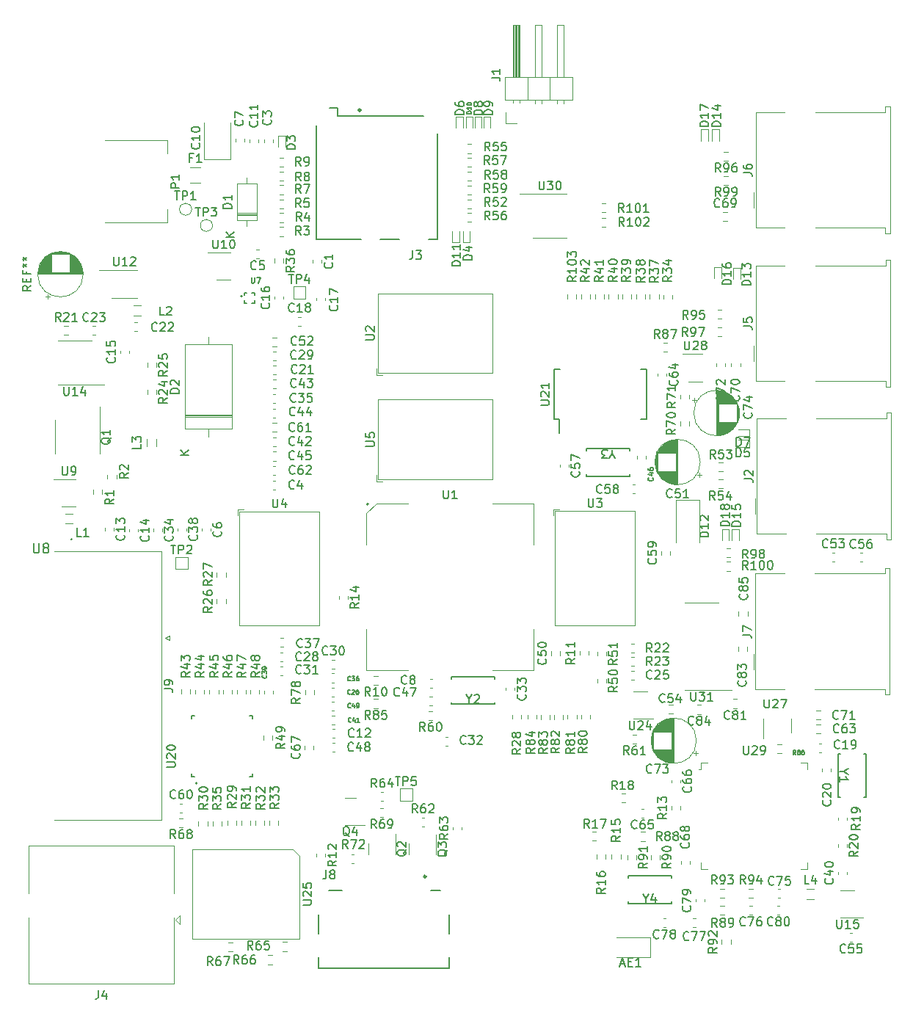
<source format=gto>
%TF.GenerationSoftware,KiCad,Pcbnew,(6.99.0-1585-g9fcc641808)*%
%TF.CreationDate,2022-04-15T11:00:37+08:00*%
%TF.ProjectId,RaspberryPi,52617370-6265-4727-9279-50692e6b6963,rev?*%
%TF.SameCoordinates,Original*%
%TF.FileFunction,Legend,Top*%
%TF.FilePolarity,Positive*%
%FSLAX46Y46*%
G04 Gerber Fmt 4.6, Leading zero omitted, Abs format (unit mm)*
G04 Created by KiCad (PCBNEW (6.99.0-1585-g9fcc641808)) date 2022-04-15 11:00:37*
%MOMM*%
%LPD*%
G01*
G04 APERTURE LIST*
%ADD10C,0.150000*%
%ADD11C,0.127000*%
%ADD12C,0.120000*%
%ADD13C,0.200000*%
%ADD14C,0.300000*%
%ADD15C,0.254000*%
%ADD16C,0.141419*%
G04 APERTURE END LIST*
D10*
%TO.C,C73*%
X154717142Y-126992142D02*
X154669523Y-127039761D01*
X154669523Y-127039761D02*
X154526666Y-127087380D01*
X154526666Y-127087380D02*
X154431428Y-127087380D01*
X154431428Y-127087380D02*
X154288571Y-127039761D01*
X154288571Y-127039761D02*
X154193333Y-126944523D01*
X154193333Y-126944523D02*
X154145714Y-126849285D01*
X154145714Y-126849285D02*
X154098095Y-126658809D01*
X154098095Y-126658809D02*
X154098095Y-126515952D01*
X154098095Y-126515952D02*
X154145714Y-126325476D01*
X154145714Y-126325476D02*
X154193333Y-126230238D01*
X154193333Y-126230238D02*
X154288571Y-126135000D01*
X154288571Y-126135000D02*
X154431428Y-126087380D01*
X154431428Y-126087380D02*
X154526666Y-126087380D01*
X154526666Y-126087380D02*
X154669523Y-126135000D01*
X154669523Y-126135000D02*
X154717142Y-126182619D01*
X155050476Y-126087380D02*
X155717142Y-126087380D01*
X155717142Y-126087380D02*
X155288571Y-127087380D01*
X156002857Y-126087380D02*
X156621904Y-126087380D01*
X156621904Y-126087380D02*
X156288571Y-126468333D01*
X156288571Y-126468333D02*
X156431428Y-126468333D01*
X156431428Y-126468333D02*
X156526666Y-126515952D01*
X156526666Y-126515952D02*
X156574285Y-126563571D01*
X156574285Y-126563571D02*
X156621904Y-126658809D01*
X156621904Y-126658809D02*
X156621904Y-126896904D01*
X156621904Y-126896904D02*
X156574285Y-126992142D01*
X156574285Y-126992142D02*
X156526666Y-127039761D01*
X156526666Y-127039761D02*
X156431428Y-127087380D01*
X156431428Y-127087380D02*
X156145714Y-127087380D01*
X156145714Y-127087380D02*
X156050476Y-127039761D01*
X156050476Y-127039761D02*
X156002857Y-126992142D01*
%TO.C,R70*%
X157447380Y-87422857D02*
X156971190Y-87756190D01*
X157447380Y-87994285D02*
X156447380Y-87994285D01*
X156447380Y-87994285D02*
X156447380Y-87613333D01*
X156447380Y-87613333D02*
X156495000Y-87518095D01*
X156495000Y-87518095D02*
X156542619Y-87470476D01*
X156542619Y-87470476D02*
X156637857Y-87422857D01*
X156637857Y-87422857D02*
X156780714Y-87422857D01*
X156780714Y-87422857D02*
X156875952Y-87470476D01*
X156875952Y-87470476D02*
X156923571Y-87518095D01*
X156923571Y-87518095D02*
X156971190Y-87613333D01*
X156971190Y-87613333D02*
X156971190Y-87994285D01*
X156447380Y-87089523D02*
X156447380Y-86422857D01*
X156447380Y-86422857D02*
X157447380Y-86851428D01*
X156447380Y-85851428D02*
X156447380Y-85756190D01*
X156447380Y-85756190D02*
X156495000Y-85660952D01*
X156495000Y-85660952D02*
X156542619Y-85613333D01*
X156542619Y-85613333D02*
X156637857Y-85565714D01*
X156637857Y-85565714D02*
X156828333Y-85518095D01*
X156828333Y-85518095D02*
X157066428Y-85518095D01*
X157066428Y-85518095D02*
X157256904Y-85565714D01*
X157256904Y-85565714D02*
X157352142Y-85613333D01*
X157352142Y-85613333D02*
X157399761Y-85660952D01*
X157399761Y-85660952D02*
X157447380Y-85756190D01*
X157447380Y-85756190D02*
X157447380Y-85851428D01*
X157447380Y-85851428D02*
X157399761Y-85946666D01*
X157399761Y-85946666D02*
X157352142Y-85994285D01*
X157352142Y-85994285D02*
X157256904Y-86041904D01*
X157256904Y-86041904D02*
X157066428Y-86089523D01*
X157066428Y-86089523D02*
X156828333Y-86089523D01*
X156828333Y-86089523D02*
X156637857Y-86041904D01*
X156637857Y-86041904D02*
X156542619Y-85994285D01*
X156542619Y-85994285D02*
X156495000Y-85946666D01*
X156495000Y-85946666D02*
X156447380Y-85851428D01*
%TO.C,R71*%
X157458830Y-84336407D02*
X156982640Y-84669740D01*
X157458830Y-84907835D02*
X156458830Y-84907835D01*
X156458830Y-84907835D02*
X156458830Y-84526883D01*
X156458830Y-84526883D02*
X156506450Y-84431645D01*
X156506450Y-84431645D02*
X156554069Y-84384026D01*
X156554069Y-84384026D02*
X156649307Y-84336407D01*
X156649307Y-84336407D02*
X156792164Y-84336407D01*
X156792164Y-84336407D02*
X156887402Y-84384026D01*
X156887402Y-84384026D02*
X156935021Y-84431645D01*
X156935021Y-84431645D02*
X156982640Y-84526883D01*
X156982640Y-84526883D02*
X156982640Y-84907835D01*
X156458830Y-84003073D02*
X156458830Y-83336407D01*
X156458830Y-83336407D02*
X157458830Y-83764978D01*
X157458830Y-82431645D02*
X157458830Y-83003073D01*
X157458830Y-82717359D02*
X156458830Y-82717359D01*
X156458830Y-82717359D02*
X156601688Y-82812597D01*
X156601688Y-82812597D02*
X156696926Y-82907835D01*
X156696926Y-82907835D02*
X156744545Y-83003073D01*
%TO.C,C74*%
X166212142Y-85532857D02*
X166259761Y-85580476D01*
X166259761Y-85580476D02*
X166307380Y-85723333D01*
X166307380Y-85723333D02*
X166307380Y-85818571D01*
X166307380Y-85818571D02*
X166259761Y-85961428D01*
X166259761Y-85961428D02*
X166164523Y-86056666D01*
X166164523Y-86056666D02*
X166069285Y-86104285D01*
X166069285Y-86104285D02*
X165878809Y-86151904D01*
X165878809Y-86151904D02*
X165735952Y-86151904D01*
X165735952Y-86151904D02*
X165545476Y-86104285D01*
X165545476Y-86104285D02*
X165450238Y-86056666D01*
X165450238Y-86056666D02*
X165355000Y-85961428D01*
X165355000Y-85961428D02*
X165307380Y-85818571D01*
X165307380Y-85818571D02*
X165307380Y-85723333D01*
X165307380Y-85723333D02*
X165355000Y-85580476D01*
X165355000Y-85580476D02*
X165402619Y-85532857D01*
X165307380Y-85199523D02*
X165307380Y-84532857D01*
X165307380Y-84532857D02*
X166307380Y-84961428D01*
X165640714Y-83723333D02*
X166307380Y-83723333D01*
X165259761Y-83961428D02*
X165974047Y-84199523D01*
X165974047Y-84199523D02*
X165974047Y-83580476D01*
%TO.C,C51*%
X157047142Y-95232142D02*
X156999523Y-95279761D01*
X156999523Y-95279761D02*
X156856666Y-95327380D01*
X156856666Y-95327380D02*
X156761428Y-95327380D01*
X156761428Y-95327380D02*
X156618571Y-95279761D01*
X156618571Y-95279761D02*
X156523333Y-95184523D01*
X156523333Y-95184523D02*
X156475714Y-95089285D01*
X156475714Y-95089285D02*
X156428095Y-94898809D01*
X156428095Y-94898809D02*
X156428095Y-94755952D01*
X156428095Y-94755952D02*
X156475714Y-94565476D01*
X156475714Y-94565476D02*
X156523333Y-94470238D01*
X156523333Y-94470238D02*
X156618571Y-94375000D01*
X156618571Y-94375000D02*
X156761428Y-94327380D01*
X156761428Y-94327380D02*
X156856666Y-94327380D01*
X156856666Y-94327380D02*
X156999523Y-94375000D01*
X156999523Y-94375000D02*
X157047142Y-94422619D01*
X157951904Y-94327380D02*
X157475714Y-94327380D01*
X157475714Y-94327380D02*
X157428095Y-94803571D01*
X157428095Y-94803571D02*
X157475714Y-94755952D01*
X157475714Y-94755952D02*
X157570952Y-94708333D01*
X157570952Y-94708333D02*
X157809047Y-94708333D01*
X157809047Y-94708333D02*
X157904285Y-94755952D01*
X157904285Y-94755952D02*
X157951904Y-94803571D01*
X157951904Y-94803571D02*
X157999523Y-94898809D01*
X157999523Y-94898809D02*
X157999523Y-95136904D01*
X157999523Y-95136904D02*
X157951904Y-95232142D01*
X157951904Y-95232142D02*
X157904285Y-95279761D01*
X157904285Y-95279761D02*
X157809047Y-95327380D01*
X157809047Y-95327380D02*
X157570952Y-95327380D01*
X157570952Y-95327380D02*
X157475714Y-95279761D01*
X157475714Y-95279761D02*
X157428095Y-95232142D01*
X158951904Y-95327380D02*
X158380476Y-95327380D01*
X158666190Y-95327380D02*
X158666190Y-94327380D01*
X158666190Y-94327380D02*
X158570952Y-94470238D01*
X158570952Y-94470238D02*
X158475714Y-94565476D01*
X158475714Y-94565476D02*
X158380476Y-94613095D01*
%TO.C,REF\u002A\u002A*%
X83117380Y-70873333D02*
X82641190Y-71206666D01*
X83117380Y-71444761D02*
X82117380Y-71444761D01*
X82117380Y-71444761D02*
X82117380Y-71063809D01*
X82117380Y-71063809D02*
X82165000Y-70968571D01*
X82165000Y-70968571D02*
X82212619Y-70920952D01*
X82212619Y-70920952D02*
X82307857Y-70873333D01*
X82307857Y-70873333D02*
X82450714Y-70873333D01*
X82450714Y-70873333D02*
X82545952Y-70920952D01*
X82545952Y-70920952D02*
X82593571Y-70968571D01*
X82593571Y-70968571D02*
X82641190Y-71063809D01*
X82641190Y-71063809D02*
X82641190Y-71444761D01*
X82593571Y-70444761D02*
X82593571Y-70111428D01*
X83117380Y-69968571D02*
X83117380Y-70444761D01*
X83117380Y-70444761D02*
X82117380Y-70444761D01*
X82117380Y-70444761D02*
X82117380Y-69968571D01*
X82593571Y-69206666D02*
X82593571Y-69539999D01*
X83117380Y-69539999D02*
X82117380Y-69539999D01*
X82117380Y-69539999D02*
X82117380Y-69063809D01*
X82117380Y-68539999D02*
X82355476Y-68539999D01*
X82260238Y-68778094D02*
X82355476Y-68539999D01*
X82355476Y-68539999D02*
X82260238Y-68301904D01*
X82545952Y-68682856D02*
X82355476Y-68539999D01*
X82355476Y-68539999D02*
X82545952Y-68397142D01*
X82117380Y-67778094D02*
X82355476Y-67778094D01*
X82260238Y-68016189D02*
X82355476Y-67778094D01*
X82355476Y-67778094D02*
X82260238Y-67539999D01*
X82545952Y-67920951D02*
X82355476Y-67778094D01*
X82355476Y-67778094D02*
X82545952Y-67635237D01*
%TO.C,U20*%
X98765809Y-126401227D02*
X99578074Y-126401227D01*
X99578074Y-126401227D02*
X99673635Y-126353447D01*
X99673635Y-126353447D02*
X99721415Y-126305667D01*
X99721415Y-126305667D02*
X99769195Y-126210106D01*
X99769195Y-126210106D02*
X99769195Y-126018985D01*
X99769195Y-126018985D02*
X99721415Y-125923424D01*
X99721415Y-125923424D02*
X99673635Y-125875644D01*
X99673635Y-125875644D02*
X99578074Y-125827864D01*
X99578074Y-125827864D02*
X98765809Y-125827864D01*
X98861370Y-125397841D02*
X98813590Y-125350061D01*
X98813590Y-125350061D02*
X98765809Y-125254501D01*
X98765809Y-125254501D02*
X98765809Y-125015599D01*
X98765809Y-125015599D02*
X98813590Y-124920039D01*
X98813590Y-124920039D02*
X98861370Y-124872258D01*
X98861370Y-124872258D02*
X98956930Y-124824478D01*
X98956930Y-124824478D02*
X99052491Y-124824478D01*
X99052491Y-124824478D02*
X99195832Y-124872258D01*
X99195832Y-124872258D02*
X99769195Y-125445622D01*
X99769195Y-125445622D02*
X99769195Y-124824478D01*
X98765809Y-124203334D02*
X98765809Y-124107773D01*
X98765809Y-124107773D02*
X98813590Y-124012213D01*
X98813590Y-124012213D02*
X98861370Y-123964433D01*
X98861370Y-123964433D02*
X98956930Y-123916652D01*
X98956930Y-123916652D02*
X99148052Y-123868872D01*
X99148052Y-123868872D02*
X99386953Y-123868872D01*
X99386953Y-123868872D02*
X99578074Y-123916652D01*
X99578074Y-123916652D02*
X99673635Y-123964433D01*
X99673635Y-123964433D02*
X99721415Y-124012213D01*
X99721415Y-124012213D02*
X99769195Y-124107773D01*
X99769195Y-124107773D02*
X99769195Y-124203334D01*
X99769195Y-124203334D02*
X99721415Y-124298895D01*
X99721415Y-124298895D02*
X99673635Y-124346675D01*
X99673635Y-124346675D02*
X99578074Y-124394455D01*
X99578074Y-124394455D02*
X99386953Y-124442235D01*
X99386953Y-124442235D02*
X99148052Y-124442235D01*
X99148052Y-124442235D02*
X98956930Y-124394455D01*
X98956930Y-124394455D02*
X98861370Y-124346675D01*
X98861370Y-124346675D02*
X98813590Y-124298895D01*
X98813590Y-124298895D02*
X98765809Y-124203334D01*
%TO.C,R60*%
X128557142Y-122252380D02*
X128223809Y-121776190D01*
X127985714Y-122252380D02*
X127985714Y-121252380D01*
X127985714Y-121252380D02*
X128366666Y-121252380D01*
X128366666Y-121252380D02*
X128461904Y-121300000D01*
X128461904Y-121300000D02*
X128509523Y-121347619D01*
X128509523Y-121347619D02*
X128557142Y-121442857D01*
X128557142Y-121442857D02*
X128557142Y-121585714D01*
X128557142Y-121585714D02*
X128509523Y-121680952D01*
X128509523Y-121680952D02*
X128461904Y-121728571D01*
X128461904Y-121728571D02*
X128366666Y-121776190D01*
X128366666Y-121776190D02*
X127985714Y-121776190D01*
X129414285Y-121252380D02*
X129223809Y-121252380D01*
X129223809Y-121252380D02*
X129128571Y-121300000D01*
X129128571Y-121300000D02*
X129080952Y-121347619D01*
X129080952Y-121347619D02*
X128985714Y-121490476D01*
X128985714Y-121490476D02*
X128938095Y-121680952D01*
X128938095Y-121680952D02*
X128938095Y-122061904D01*
X128938095Y-122061904D02*
X128985714Y-122157142D01*
X128985714Y-122157142D02*
X129033333Y-122204761D01*
X129033333Y-122204761D02*
X129128571Y-122252380D01*
X129128571Y-122252380D02*
X129319047Y-122252380D01*
X129319047Y-122252380D02*
X129414285Y-122204761D01*
X129414285Y-122204761D02*
X129461904Y-122157142D01*
X129461904Y-122157142D02*
X129509523Y-122061904D01*
X129509523Y-122061904D02*
X129509523Y-121823809D01*
X129509523Y-121823809D02*
X129461904Y-121728571D01*
X129461904Y-121728571D02*
X129414285Y-121680952D01*
X129414285Y-121680952D02*
X129319047Y-121633333D01*
X129319047Y-121633333D02*
X129128571Y-121633333D01*
X129128571Y-121633333D02*
X129033333Y-121680952D01*
X129033333Y-121680952D02*
X128985714Y-121728571D01*
X128985714Y-121728571D02*
X128938095Y-121823809D01*
X130128571Y-121252380D02*
X130223809Y-121252380D01*
X130223809Y-121252380D02*
X130319047Y-121300000D01*
X130319047Y-121300000D02*
X130366666Y-121347619D01*
X130366666Y-121347619D02*
X130414285Y-121442857D01*
X130414285Y-121442857D02*
X130461904Y-121633333D01*
X130461904Y-121633333D02*
X130461904Y-121871428D01*
X130461904Y-121871428D02*
X130414285Y-122061904D01*
X130414285Y-122061904D02*
X130366666Y-122157142D01*
X130366666Y-122157142D02*
X130319047Y-122204761D01*
X130319047Y-122204761D02*
X130223809Y-122252380D01*
X130223809Y-122252380D02*
X130128571Y-122252380D01*
X130128571Y-122252380D02*
X130033333Y-122204761D01*
X130033333Y-122204761D02*
X129985714Y-122157142D01*
X129985714Y-122157142D02*
X129938095Y-122061904D01*
X129938095Y-122061904D02*
X129890476Y-121871428D01*
X129890476Y-121871428D02*
X129890476Y-121633333D01*
X129890476Y-121633333D02*
X129938095Y-121442857D01*
X129938095Y-121442857D02*
X129985714Y-121347619D01*
X129985714Y-121347619D02*
X130033333Y-121300000D01*
X130033333Y-121300000D02*
X130128571Y-121252380D01*
%TO.C,D14*%
X162667380Y-52484285D02*
X161667380Y-52484285D01*
X161667380Y-52484285D02*
X161667380Y-52246190D01*
X161667380Y-52246190D02*
X161715000Y-52103333D01*
X161715000Y-52103333D02*
X161810238Y-52008095D01*
X161810238Y-52008095D02*
X161905476Y-51960476D01*
X161905476Y-51960476D02*
X162095952Y-51912857D01*
X162095952Y-51912857D02*
X162238809Y-51912857D01*
X162238809Y-51912857D02*
X162429285Y-51960476D01*
X162429285Y-51960476D02*
X162524523Y-52008095D01*
X162524523Y-52008095D02*
X162619761Y-52103333D01*
X162619761Y-52103333D02*
X162667380Y-52246190D01*
X162667380Y-52246190D02*
X162667380Y-52484285D01*
X162667380Y-50960476D02*
X162667380Y-51531904D01*
X162667380Y-51246190D02*
X161667380Y-51246190D01*
X161667380Y-51246190D02*
X161810238Y-51341428D01*
X161810238Y-51341428D02*
X161905476Y-51436666D01*
X161905476Y-51436666D02*
X161953095Y-51531904D01*
X162000714Y-50103333D02*
X162667380Y-50103333D01*
X161619761Y-50341428D02*
X162334047Y-50579523D01*
X162334047Y-50579523D02*
X162334047Y-49960476D01*
%TO.C,U3*%
X147408095Y-95417380D02*
X147408095Y-96226904D01*
X147408095Y-96226904D02*
X147455714Y-96322142D01*
X147455714Y-96322142D02*
X147503333Y-96369761D01*
X147503333Y-96369761D02*
X147598571Y-96417380D01*
X147598571Y-96417380D02*
X147789047Y-96417380D01*
X147789047Y-96417380D02*
X147884285Y-96369761D01*
X147884285Y-96369761D02*
X147931904Y-96322142D01*
X147931904Y-96322142D02*
X147979523Y-96226904D01*
X147979523Y-96226904D02*
X147979523Y-95417380D01*
X148360476Y-95417380D02*
X148979523Y-95417380D01*
X148979523Y-95417380D02*
X148646190Y-95798333D01*
X148646190Y-95798333D02*
X148789047Y-95798333D01*
X148789047Y-95798333D02*
X148884285Y-95845952D01*
X148884285Y-95845952D02*
X148931904Y-95893571D01*
X148931904Y-95893571D02*
X148979523Y-95988809D01*
X148979523Y-95988809D02*
X148979523Y-96226904D01*
X148979523Y-96226904D02*
X148931904Y-96322142D01*
X148931904Y-96322142D02*
X148884285Y-96369761D01*
X148884285Y-96369761D02*
X148789047Y-96417380D01*
X148789047Y-96417380D02*
X148503333Y-96417380D01*
X148503333Y-96417380D02*
X148408095Y-96369761D01*
X148408095Y-96369761D02*
X148360476Y-96322142D01*
%TO.C,R9*%
X114243333Y-57027380D02*
X113910000Y-56551190D01*
X113671905Y-57027380D02*
X113671905Y-56027380D01*
X113671905Y-56027380D02*
X114052857Y-56027380D01*
X114052857Y-56027380D02*
X114148095Y-56075000D01*
X114148095Y-56075000D02*
X114195714Y-56122619D01*
X114195714Y-56122619D02*
X114243333Y-56217857D01*
X114243333Y-56217857D02*
X114243333Y-56360714D01*
X114243333Y-56360714D02*
X114195714Y-56455952D01*
X114195714Y-56455952D02*
X114148095Y-56503571D01*
X114148095Y-56503571D02*
X114052857Y-56551190D01*
X114052857Y-56551190D02*
X113671905Y-56551190D01*
X114719524Y-57027380D02*
X114910000Y-57027380D01*
X114910000Y-57027380D02*
X115005238Y-56979761D01*
X115005238Y-56979761D02*
X115052857Y-56932142D01*
X115052857Y-56932142D02*
X115148095Y-56789285D01*
X115148095Y-56789285D02*
X115195714Y-56598809D01*
X115195714Y-56598809D02*
X115195714Y-56217857D01*
X115195714Y-56217857D02*
X115148095Y-56122619D01*
X115148095Y-56122619D02*
X115100476Y-56075000D01*
X115100476Y-56075000D02*
X115005238Y-56027380D01*
X115005238Y-56027380D02*
X114814762Y-56027380D01*
X114814762Y-56027380D02*
X114719524Y-56075000D01*
X114719524Y-56075000D02*
X114671905Y-56122619D01*
X114671905Y-56122619D02*
X114624286Y-56217857D01*
X114624286Y-56217857D02*
X114624286Y-56455952D01*
X114624286Y-56455952D02*
X114671905Y-56551190D01*
X114671905Y-56551190D02*
X114719524Y-56598809D01*
X114719524Y-56598809D02*
X114814762Y-56646428D01*
X114814762Y-56646428D02*
X115005238Y-56646428D01*
X115005238Y-56646428D02*
X115100476Y-56598809D01*
X115100476Y-56598809D02*
X115148095Y-56551190D01*
X115148095Y-56551190D02*
X115195714Y-56455952D01*
%TO.C,R8*%
X114263333Y-58777380D02*
X113930000Y-58301190D01*
X113691905Y-58777380D02*
X113691905Y-57777380D01*
X113691905Y-57777380D02*
X114072857Y-57777380D01*
X114072857Y-57777380D02*
X114168095Y-57825000D01*
X114168095Y-57825000D02*
X114215714Y-57872619D01*
X114215714Y-57872619D02*
X114263333Y-57967857D01*
X114263333Y-57967857D02*
X114263333Y-58110714D01*
X114263333Y-58110714D02*
X114215714Y-58205952D01*
X114215714Y-58205952D02*
X114168095Y-58253571D01*
X114168095Y-58253571D02*
X114072857Y-58301190D01*
X114072857Y-58301190D02*
X113691905Y-58301190D01*
X114834762Y-58205952D02*
X114739524Y-58158333D01*
X114739524Y-58158333D02*
X114691905Y-58110714D01*
X114691905Y-58110714D02*
X114644286Y-58015476D01*
X114644286Y-58015476D02*
X114644286Y-57967857D01*
X114644286Y-57967857D02*
X114691905Y-57872619D01*
X114691905Y-57872619D02*
X114739524Y-57825000D01*
X114739524Y-57825000D02*
X114834762Y-57777380D01*
X114834762Y-57777380D02*
X115025238Y-57777380D01*
X115025238Y-57777380D02*
X115120476Y-57825000D01*
X115120476Y-57825000D02*
X115168095Y-57872619D01*
X115168095Y-57872619D02*
X115215714Y-57967857D01*
X115215714Y-57967857D02*
X115215714Y-58015476D01*
X115215714Y-58015476D02*
X115168095Y-58110714D01*
X115168095Y-58110714D02*
X115120476Y-58158333D01*
X115120476Y-58158333D02*
X115025238Y-58205952D01*
X115025238Y-58205952D02*
X114834762Y-58205952D01*
X114834762Y-58205952D02*
X114739524Y-58253571D01*
X114739524Y-58253571D02*
X114691905Y-58301190D01*
X114691905Y-58301190D02*
X114644286Y-58396428D01*
X114644286Y-58396428D02*
X114644286Y-58586904D01*
X114644286Y-58586904D02*
X114691905Y-58682142D01*
X114691905Y-58682142D02*
X114739524Y-58729761D01*
X114739524Y-58729761D02*
X114834762Y-58777380D01*
X114834762Y-58777380D02*
X115025238Y-58777380D01*
X115025238Y-58777380D02*
X115120476Y-58729761D01*
X115120476Y-58729761D02*
X115168095Y-58682142D01*
X115168095Y-58682142D02*
X115215714Y-58586904D01*
X115215714Y-58586904D02*
X115215714Y-58396428D01*
X115215714Y-58396428D02*
X115168095Y-58301190D01*
X115168095Y-58301190D02*
X115120476Y-58253571D01*
X115120476Y-58253571D02*
X115025238Y-58205952D01*
%TO.C,R7*%
X114233333Y-60187380D02*
X113900000Y-59711190D01*
X113661905Y-60187380D02*
X113661905Y-59187380D01*
X113661905Y-59187380D02*
X114042857Y-59187380D01*
X114042857Y-59187380D02*
X114138095Y-59235000D01*
X114138095Y-59235000D02*
X114185714Y-59282619D01*
X114185714Y-59282619D02*
X114233333Y-59377857D01*
X114233333Y-59377857D02*
X114233333Y-59520714D01*
X114233333Y-59520714D02*
X114185714Y-59615952D01*
X114185714Y-59615952D02*
X114138095Y-59663571D01*
X114138095Y-59663571D02*
X114042857Y-59711190D01*
X114042857Y-59711190D02*
X113661905Y-59711190D01*
X114566667Y-59187380D02*
X115233333Y-59187380D01*
X115233333Y-59187380D02*
X114804762Y-60187380D01*
%TO.C,R4*%
X114303333Y-63407380D02*
X113970000Y-62931190D01*
X113731905Y-63407380D02*
X113731905Y-62407380D01*
X113731905Y-62407380D02*
X114112857Y-62407380D01*
X114112857Y-62407380D02*
X114208095Y-62455000D01*
X114208095Y-62455000D02*
X114255714Y-62502619D01*
X114255714Y-62502619D02*
X114303333Y-62597857D01*
X114303333Y-62597857D02*
X114303333Y-62740714D01*
X114303333Y-62740714D02*
X114255714Y-62835952D01*
X114255714Y-62835952D02*
X114208095Y-62883571D01*
X114208095Y-62883571D02*
X114112857Y-62931190D01*
X114112857Y-62931190D02*
X113731905Y-62931190D01*
X115160476Y-62740714D02*
X115160476Y-63407380D01*
X114922381Y-62359761D02*
X114684286Y-63074047D01*
X114684286Y-63074047D02*
X115303333Y-63074047D01*
%TO.C,R3*%
X114253333Y-64997380D02*
X113920000Y-64521190D01*
X113681905Y-64997380D02*
X113681905Y-63997380D01*
X113681905Y-63997380D02*
X114062857Y-63997380D01*
X114062857Y-63997380D02*
X114158095Y-64045000D01*
X114158095Y-64045000D02*
X114205714Y-64092619D01*
X114205714Y-64092619D02*
X114253333Y-64187857D01*
X114253333Y-64187857D02*
X114253333Y-64330714D01*
X114253333Y-64330714D02*
X114205714Y-64425952D01*
X114205714Y-64425952D02*
X114158095Y-64473571D01*
X114158095Y-64473571D02*
X114062857Y-64521190D01*
X114062857Y-64521190D02*
X113681905Y-64521190D01*
X114586667Y-63997380D02*
X115205714Y-63997380D01*
X115205714Y-63997380D02*
X114872381Y-64378333D01*
X114872381Y-64378333D02*
X115015238Y-64378333D01*
X115015238Y-64378333D02*
X115110476Y-64425952D01*
X115110476Y-64425952D02*
X115158095Y-64473571D01*
X115158095Y-64473571D02*
X115205714Y-64568809D01*
X115205714Y-64568809D02*
X115205714Y-64806904D01*
X115205714Y-64806904D02*
X115158095Y-64902142D01*
X115158095Y-64902142D02*
X115110476Y-64949761D01*
X115110476Y-64949761D02*
X115015238Y-64997380D01*
X115015238Y-64997380D02*
X114729524Y-64997380D01*
X114729524Y-64997380D02*
X114634286Y-64949761D01*
X114634286Y-64949761D02*
X114586667Y-64902142D01*
%TO.C,R5*%
X114243333Y-61807380D02*
X113910000Y-61331190D01*
X113671905Y-61807380D02*
X113671905Y-60807380D01*
X113671905Y-60807380D02*
X114052857Y-60807380D01*
X114052857Y-60807380D02*
X114148095Y-60855000D01*
X114148095Y-60855000D02*
X114195714Y-60902619D01*
X114195714Y-60902619D02*
X114243333Y-60997857D01*
X114243333Y-60997857D02*
X114243333Y-61140714D01*
X114243333Y-61140714D02*
X114195714Y-61235952D01*
X114195714Y-61235952D02*
X114148095Y-61283571D01*
X114148095Y-61283571D02*
X114052857Y-61331190D01*
X114052857Y-61331190D02*
X113671905Y-61331190D01*
X115148095Y-60807380D02*
X114671905Y-60807380D01*
X114671905Y-60807380D02*
X114624286Y-61283571D01*
X114624286Y-61283571D02*
X114671905Y-61235952D01*
X114671905Y-61235952D02*
X114767143Y-61188333D01*
X114767143Y-61188333D02*
X115005238Y-61188333D01*
X115005238Y-61188333D02*
X115100476Y-61235952D01*
X115100476Y-61235952D02*
X115148095Y-61283571D01*
X115148095Y-61283571D02*
X115195714Y-61378809D01*
X115195714Y-61378809D02*
X115195714Y-61616904D01*
X115195714Y-61616904D02*
X115148095Y-61712142D01*
X115148095Y-61712142D02*
X115100476Y-61759761D01*
X115100476Y-61759761D02*
X115005238Y-61807380D01*
X115005238Y-61807380D02*
X114767143Y-61807380D01*
X114767143Y-61807380D02*
X114671905Y-61759761D01*
X114671905Y-61759761D02*
X114624286Y-61712142D01*
%TO.C,R57*%
X135997142Y-56867380D02*
X135663809Y-56391190D01*
X135425714Y-56867380D02*
X135425714Y-55867380D01*
X135425714Y-55867380D02*
X135806666Y-55867380D01*
X135806666Y-55867380D02*
X135901904Y-55915000D01*
X135901904Y-55915000D02*
X135949523Y-55962619D01*
X135949523Y-55962619D02*
X135997142Y-56057857D01*
X135997142Y-56057857D02*
X135997142Y-56200714D01*
X135997142Y-56200714D02*
X135949523Y-56295952D01*
X135949523Y-56295952D02*
X135901904Y-56343571D01*
X135901904Y-56343571D02*
X135806666Y-56391190D01*
X135806666Y-56391190D02*
X135425714Y-56391190D01*
X136901904Y-55867380D02*
X136425714Y-55867380D01*
X136425714Y-55867380D02*
X136378095Y-56343571D01*
X136378095Y-56343571D02*
X136425714Y-56295952D01*
X136425714Y-56295952D02*
X136520952Y-56248333D01*
X136520952Y-56248333D02*
X136759047Y-56248333D01*
X136759047Y-56248333D02*
X136854285Y-56295952D01*
X136854285Y-56295952D02*
X136901904Y-56343571D01*
X136901904Y-56343571D02*
X136949523Y-56438809D01*
X136949523Y-56438809D02*
X136949523Y-56676904D01*
X136949523Y-56676904D02*
X136901904Y-56772142D01*
X136901904Y-56772142D02*
X136854285Y-56819761D01*
X136854285Y-56819761D02*
X136759047Y-56867380D01*
X136759047Y-56867380D02*
X136520952Y-56867380D01*
X136520952Y-56867380D02*
X136425714Y-56819761D01*
X136425714Y-56819761D02*
X136378095Y-56772142D01*
X137282857Y-55867380D02*
X137949523Y-55867380D01*
X137949523Y-55867380D02*
X137520952Y-56867380D01*
%TO.C,R13*%
X156427380Y-131742857D02*
X155951190Y-132076190D01*
X156427380Y-132314285D02*
X155427380Y-132314285D01*
X155427380Y-132314285D02*
X155427380Y-131933333D01*
X155427380Y-131933333D02*
X155475000Y-131838095D01*
X155475000Y-131838095D02*
X155522619Y-131790476D01*
X155522619Y-131790476D02*
X155617857Y-131742857D01*
X155617857Y-131742857D02*
X155760714Y-131742857D01*
X155760714Y-131742857D02*
X155855952Y-131790476D01*
X155855952Y-131790476D02*
X155903571Y-131838095D01*
X155903571Y-131838095D02*
X155951190Y-131933333D01*
X155951190Y-131933333D02*
X155951190Y-132314285D01*
X156427380Y-130790476D02*
X156427380Y-131361904D01*
X156427380Y-131076190D02*
X155427380Y-131076190D01*
X155427380Y-131076190D02*
X155570238Y-131171428D01*
X155570238Y-131171428D02*
X155665476Y-131266666D01*
X155665476Y-131266666D02*
X155713095Y-131361904D01*
X155427380Y-130457142D02*
X155427380Y-129838095D01*
X155427380Y-129838095D02*
X155808333Y-130171428D01*
X155808333Y-130171428D02*
X155808333Y-130028571D01*
X155808333Y-130028571D02*
X155855952Y-129933333D01*
X155855952Y-129933333D02*
X155903571Y-129885714D01*
X155903571Y-129885714D02*
X155998809Y-129838095D01*
X155998809Y-129838095D02*
X156236904Y-129838095D01*
X156236904Y-129838095D02*
X156332142Y-129885714D01*
X156332142Y-129885714D02*
X156379761Y-129933333D01*
X156379761Y-129933333D02*
X156427380Y-130028571D01*
X156427380Y-130028571D02*
X156427380Y-130314285D01*
X156427380Y-130314285D02*
X156379761Y-130409523D01*
X156379761Y-130409523D02*
X156332142Y-130457142D01*
%TO.C,R15*%
X151077380Y-134342857D02*
X150601190Y-134676190D01*
X151077380Y-134914285D02*
X150077380Y-134914285D01*
X150077380Y-134914285D02*
X150077380Y-134533333D01*
X150077380Y-134533333D02*
X150125000Y-134438095D01*
X150125000Y-134438095D02*
X150172619Y-134390476D01*
X150172619Y-134390476D02*
X150267857Y-134342857D01*
X150267857Y-134342857D02*
X150410714Y-134342857D01*
X150410714Y-134342857D02*
X150505952Y-134390476D01*
X150505952Y-134390476D02*
X150553571Y-134438095D01*
X150553571Y-134438095D02*
X150601190Y-134533333D01*
X150601190Y-134533333D02*
X150601190Y-134914285D01*
X151077380Y-133390476D02*
X151077380Y-133961904D01*
X151077380Y-133676190D02*
X150077380Y-133676190D01*
X150077380Y-133676190D02*
X150220238Y-133771428D01*
X150220238Y-133771428D02*
X150315476Y-133866666D01*
X150315476Y-133866666D02*
X150363095Y-133961904D01*
X150077380Y-132485714D02*
X150077380Y-132961904D01*
X150077380Y-132961904D02*
X150553571Y-133009523D01*
X150553571Y-133009523D02*
X150505952Y-132961904D01*
X150505952Y-132961904D02*
X150458333Y-132866666D01*
X150458333Y-132866666D02*
X150458333Y-132628571D01*
X150458333Y-132628571D02*
X150505952Y-132533333D01*
X150505952Y-132533333D02*
X150553571Y-132485714D01*
X150553571Y-132485714D02*
X150648809Y-132438095D01*
X150648809Y-132438095D02*
X150886904Y-132438095D01*
X150886904Y-132438095D02*
X150982142Y-132485714D01*
X150982142Y-132485714D02*
X151029761Y-132533333D01*
X151029761Y-132533333D02*
X151077380Y-132628571D01*
X151077380Y-132628571D02*
X151077380Y-132866666D01*
X151077380Y-132866666D02*
X151029761Y-132961904D01*
X151029761Y-132961904D02*
X150982142Y-133009523D01*
%TO.C,R16*%
X149347380Y-140352857D02*
X148871190Y-140686190D01*
X149347380Y-140924285D02*
X148347380Y-140924285D01*
X148347380Y-140924285D02*
X148347380Y-140543333D01*
X148347380Y-140543333D02*
X148395000Y-140448095D01*
X148395000Y-140448095D02*
X148442619Y-140400476D01*
X148442619Y-140400476D02*
X148537857Y-140352857D01*
X148537857Y-140352857D02*
X148680714Y-140352857D01*
X148680714Y-140352857D02*
X148775952Y-140400476D01*
X148775952Y-140400476D02*
X148823571Y-140448095D01*
X148823571Y-140448095D02*
X148871190Y-140543333D01*
X148871190Y-140543333D02*
X148871190Y-140924285D01*
X149347380Y-139400476D02*
X149347380Y-139971904D01*
X149347380Y-139686190D02*
X148347380Y-139686190D01*
X148347380Y-139686190D02*
X148490238Y-139781428D01*
X148490238Y-139781428D02*
X148585476Y-139876666D01*
X148585476Y-139876666D02*
X148633095Y-139971904D01*
X148347380Y-138543333D02*
X148347380Y-138733809D01*
X148347380Y-138733809D02*
X148395000Y-138829047D01*
X148395000Y-138829047D02*
X148442619Y-138876666D01*
X148442619Y-138876666D02*
X148585476Y-138971904D01*
X148585476Y-138971904D02*
X148775952Y-139019523D01*
X148775952Y-139019523D02*
X149156904Y-139019523D01*
X149156904Y-139019523D02*
X149252142Y-138971904D01*
X149252142Y-138971904D02*
X149299761Y-138924285D01*
X149299761Y-138924285D02*
X149347380Y-138829047D01*
X149347380Y-138829047D02*
X149347380Y-138638571D01*
X149347380Y-138638571D02*
X149299761Y-138543333D01*
X149299761Y-138543333D02*
X149252142Y-138495714D01*
X149252142Y-138495714D02*
X149156904Y-138448095D01*
X149156904Y-138448095D02*
X148918809Y-138448095D01*
X148918809Y-138448095D02*
X148823571Y-138495714D01*
X148823571Y-138495714D02*
X148775952Y-138543333D01*
X148775952Y-138543333D02*
X148728333Y-138638571D01*
X148728333Y-138638571D02*
X148728333Y-138829047D01*
X148728333Y-138829047D02*
X148775952Y-138924285D01*
X148775952Y-138924285D02*
X148823571Y-138971904D01*
X148823571Y-138971904D02*
X148918809Y-139019523D01*
%TO.C,R18*%
X150697142Y-128977380D02*
X150363809Y-128501190D01*
X150125714Y-128977380D02*
X150125714Y-127977380D01*
X150125714Y-127977380D02*
X150506666Y-127977380D01*
X150506666Y-127977380D02*
X150601904Y-128025000D01*
X150601904Y-128025000D02*
X150649523Y-128072619D01*
X150649523Y-128072619D02*
X150697142Y-128167857D01*
X150697142Y-128167857D02*
X150697142Y-128310714D01*
X150697142Y-128310714D02*
X150649523Y-128405952D01*
X150649523Y-128405952D02*
X150601904Y-128453571D01*
X150601904Y-128453571D02*
X150506666Y-128501190D01*
X150506666Y-128501190D02*
X150125714Y-128501190D01*
X151649523Y-128977380D02*
X151078095Y-128977380D01*
X151363809Y-128977380D02*
X151363809Y-127977380D01*
X151363809Y-127977380D02*
X151268571Y-128120238D01*
X151268571Y-128120238D02*
X151173333Y-128215476D01*
X151173333Y-128215476D02*
X151078095Y-128263095D01*
X152220952Y-128405952D02*
X152125714Y-128358333D01*
X152125714Y-128358333D02*
X152078095Y-128310714D01*
X152078095Y-128310714D02*
X152030476Y-128215476D01*
X152030476Y-128215476D02*
X152030476Y-128167857D01*
X152030476Y-128167857D02*
X152078095Y-128072619D01*
X152078095Y-128072619D02*
X152125714Y-128025000D01*
X152125714Y-128025000D02*
X152220952Y-127977380D01*
X152220952Y-127977380D02*
X152411428Y-127977380D01*
X152411428Y-127977380D02*
X152506666Y-128025000D01*
X152506666Y-128025000D02*
X152554285Y-128072619D01*
X152554285Y-128072619D02*
X152601904Y-128167857D01*
X152601904Y-128167857D02*
X152601904Y-128215476D01*
X152601904Y-128215476D02*
X152554285Y-128310714D01*
X152554285Y-128310714D02*
X152506666Y-128358333D01*
X152506666Y-128358333D02*
X152411428Y-128405952D01*
X152411428Y-128405952D02*
X152220952Y-128405952D01*
X152220952Y-128405952D02*
X152125714Y-128453571D01*
X152125714Y-128453571D02*
X152078095Y-128501190D01*
X152078095Y-128501190D02*
X152030476Y-128596428D01*
X152030476Y-128596428D02*
X152030476Y-128786904D01*
X152030476Y-128786904D02*
X152078095Y-128882142D01*
X152078095Y-128882142D02*
X152125714Y-128929761D01*
X152125714Y-128929761D02*
X152220952Y-128977380D01*
X152220952Y-128977380D02*
X152411428Y-128977380D01*
X152411428Y-128977380D02*
X152506666Y-128929761D01*
X152506666Y-128929761D02*
X152554285Y-128882142D01*
X152554285Y-128882142D02*
X152601904Y-128786904D01*
X152601904Y-128786904D02*
X152601904Y-128596428D01*
X152601904Y-128596428D02*
X152554285Y-128501190D01*
X152554285Y-128501190D02*
X152506666Y-128453571D01*
X152506666Y-128453571D02*
X152411428Y-128405952D01*
%TO.C,R17*%
X147507142Y-133397380D02*
X147173809Y-132921190D01*
X146935714Y-133397380D02*
X146935714Y-132397380D01*
X146935714Y-132397380D02*
X147316666Y-132397380D01*
X147316666Y-132397380D02*
X147411904Y-132445000D01*
X147411904Y-132445000D02*
X147459523Y-132492619D01*
X147459523Y-132492619D02*
X147507142Y-132587857D01*
X147507142Y-132587857D02*
X147507142Y-132730714D01*
X147507142Y-132730714D02*
X147459523Y-132825952D01*
X147459523Y-132825952D02*
X147411904Y-132873571D01*
X147411904Y-132873571D02*
X147316666Y-132921190D01*
X147316666Y-132921190D02*
X146935714Y-132921190D01*
X148459523Y-133397380D02*
X147888095Y-133397380D01*
X148173809Y-133397380D02*
X148173809Y-132397380D01*
X148173809Y-132397380D02*
X148078571Y-132540238D01*
X148078571Y-132540238D02*
X147983333Y-132635476D01*
X147983333Y-132635476D02*
X147888095Y-132683095D01*
X148792857Y-132397380D02*
X149459523Y-132397380D01*
X149459523Y-132397380D02*
X149030952Y-133397380D01*
%TO.C,C21*%
X113767142Y-80882142D02*
X113719523Y-80929761D01*
X113719523Y-80929761D02*
X113576666Y-80977380D01*
X113576666Y-80977380D02*
X113481428Y-80977380D01*
X113481428Y-80977380D02*
X113338571Y-80929761D01*
X113338571Y-80929761D02*
X113243333Y-80834523D01*
X113243333Y-80834523D02*
X113195714Y-80739285D01*
X113195714Y-80739285D02*
X113148095Y-80548809D01*
X113148095Y-80548809D02*
X113148095Y-80405952D01*
X113148095Y-80405952D02*
X113195714Y-80215476D01*
X113195714Y-80215476D02*
X113243333Y-80120238D01*
X113243333Y-80120238D02*
X113338571Y-80025000D01*
X113338571Y-80025000D02*
X113481428Y-79977380D01*
X113481428Y-79977380D02*
X113576666Y-79977380D01*
X113576666Y-79977380D02*
X113719523Y-80025000D01*
X113719523Y-80025000D02*
X113767142Y-80072619D01*
X114148095Y-80072619D02*
X114195714Y-80025000D01*
X114195714Y-80025000D02*
X114290952Y-79977380D01*
X114290952Y-79977380D02*
X114529047Y-79977380D01*
X114529047Y-79977380D02*
X114624285Y-80025000D01*
X114624285Y-80025000D02*
X114671904Y-80072619D01*
X114671904Y-80072619D02*
X114719523Y-80167857D01*
X114719523Y-80167857D02*
X114719523Y-80263095D01*
X114719523Y-80263095D02*
X114671904Y-80405952D01*
X114671904Y-80405952D02*
X114100476Y-80977380D01*
X114100476Y-80977380D02*
X114719523Y-80977380D01*
X115671904Y-80977380D02*
X115100476Y-80977380D01*
X115386190Y-80977380D02*
X115386190Y-79977380D01*
X115386190Y-79977380D02*
X115290952Y-80120238D01*
X115290952Y-80120238D02*
X115195714Y-80215476D01*
X115195714Y-80215476D02*
X115100476Y-80263095D01*
%TO.C,Y3*%
X150176190Y-90256309D02*
X150176190Y-89780119D01*
X150509523Y-90780119D02*
X150176190Y-90256309D01*
X150176190Y-90256309D02*
X149842857Y-90780119D01*
X149604761Y-90780119D02*
X148985714Y-90780119D01*
X148985714Y-90780119D02*
X149319047Y-90399166D01*
X149319047Y-90399166D02*
X149176190Y-90399166D01*
X149176190Y-90399166D02*
X149080952Y-90351547D01*
X149080952Y-90351547D02*
X149033333Y-90303928D01*
X149033333Y-90303928D02*
X148985714Y-90208690D01*
X148985714Y-90208690D02*
X148985714Y-89970595D01*
X148985714Y-89970595D02*
X149033333Y-89875357D01*
X149033333Y-89875357D02*
X149080952Y-89827738D01*
X149080952Y-89827738D02*
X149176190Y-89780119D01*
X149176190Y-89780119D02*
X149461904Y-89780119D01*
X149461904Y-89780119D02*
X149557142Y-89827738D01*
X149557142Y-89827738D02*
X149604761Y-89875357D01*
%TO.C,U31*%
X159231905Y-117737380D02*
X159231905Y-118546904D01*
X159231905Y-118546904D02*
X159279524Y-118642142D01*
X159279524Y-118642142D02*
X159327143Y-118689761D01*
X159327143Y-118689761D02*
X159422381Y-118737380D01*
X159422381Y-118737380D02*
X159612857Y-118737380D01*
X159612857Y-118737380D02*
X159708095Y-118689761D01*
X159708095Y-118689761D02*
X159755714Y-118642142D01*
X159755714Y-118642142D02*
X159803333Y-118546904D01*
X159803333Y-118546904D02*
X159803333Y-117737380D01*
X160184286Y-117737380D02*
X160803333Y-117737380D01*
X160803333Y-117737380D02*
X160470000Y-118118333D01*
X160470000Y-118118333D02*
X160612857Y-118118333D01*
X160612857Y-118118333D02*
X160708095Y-118165952D01*
X160708095Y-118165952D02*
X160755714Y-118213571D01*
X160755714Y-118213571D02*
X160803333Y-118308809D01*
X160803333Y-118308809D02*
X160803333Y-118546904D01*
X160803333Y-118546904D02*
X160755714Y-118642142D01*
X160755714Y-118642142D02*
X160708095Y-118689761D01*
X160708095Y-118689761D02*
X160612857Y-118737380D01*
X160612857Y-118737380D02*
X160327143Y-118737380D01*
X160327143Y-118737380D02*
X160231905Y-118689761D01*
X160231905Y-118689761D02*
X160184286Y-118642142D01*
X161755714Y-118737380D02*
X161184286Y-118737380D01*
X161470000Y-118737380D02*
X161470000Y-117737380D01*
X161470000Y-117737380D02*
X161374762Y-117880238D01*
X161374762Y-117880238D02*
X161279524Y-117975476D01*
X161279524Y-117975476D02*
X161184286Y-118023095D01*
%TO.C,U30*%
X141726905Y-58792380D02*
X141726905Y-59601904D01*
X141726905Y-59601904D02*
X141774524Y-59697142D01*
X141774524Y-59697142D02*
X141822143Y-59744761D01*
X141822143Y-59744761D02*
X141917381Y-59792380D01*
X141917381Y-59792380D02*
X142107857Y-59792380D01*
X142107857Y-59792380D02*
X142203095Y-59744761D01*
X142203095Y-59744761D02*
X142250714Y-59697142D01*
X142250714Y-59697142D02*
X142298333Y-59601904D01*
X142298333Y-59601904D02*
X142298333Y-58792380D01*
X142679286Y-58792380D02*
X143298333Y-58792380D01*
X143298333Y-58792380D02*
X142965000Y-59173333D01*
X142965000Y-59173333D02*
X143107857Y-59173333D01*
X143107857Y-59173333D02*
X143203095Y-59220952D01*
X143203095Y-59220952D02*
X143250714Y-59268571D01*
X143250714Y-59268571D02*
X143298333Y-59363809D01*
X143298333Y-59363809D02*
X143298333Y-59601904D01*
X143298333Y-59601904D02*
X143250714Y-59697142D01*
X143250714Y-59697142D02*
X143203095Y-59744761D01*
X143203095Y-59744761D02*
X143107857Y-59792380D01*
X143107857Y-59792380D02*
X142822143Y-59792380D01*
X142822143Y-59792380D02*
X142726905Y-59744761D01*
X142726905Y-59744761D02*
X142679286Y-59697142D01*
X143917381Y-58792380D02*
X144012619Y-58792380D01*
X144012619Y-58792380D02*
X144107857Y-58840000D01*
X144107857Y-58840000D02*
X144155476Y-58887619D01*
X144155476Y-58887619D02*
X144203095Y-58982857D01*
X144203095Y-58982857D02*
X144250714Y-59173333D01*
X144250714Y-59173333D02*
X144250714Y-59411428D01*
X144250714Y-59411428D02*
X144203095Y-59601904D01*
X144203095Y-59601904D02*
X144155476Y-59697142D01*
X144155476Y-59697142D02*
X144107857Y-59744761D01*
X144107857Y-59744761D02*
X144012619Y-59792380D01*
X144012619Y-59792380D02*
X143917381Y-59792380D01*
X143917381Y-59792380D02*
X143822143Y-59744761D01*
X143822143Y-59744761D02*
X143774524Y-59697142D01*
X143774524Y-59697142D02*
X143726905Y-59601904D01*
X143726905Y-59601904D02*
X143679286Y-59411428D01*
X143679286Y-59411428D02*
X143679286Y-59173333D01*
X143679286Y-59173333D02*
X143726905Y-58982857D01*
X143726905Y-58982857D02*
X143774524Y-58887619D01*
X143774524Y-58887619D02*
X143822143Y-58840000D01*
X143822143Y-58840000D02*
X143917381Y-58792380D01*
%TO.C,U28*%
X158501905Y-77247380D02*
X158501905Y-78056904D01*
X158501905Y-78056904D02*
X158549524Y-78152142D01*
X158549524Y-78152142D02*
X158597143Y-78199761D01*
X158597143Y-78199761D02*
X158692381Y-78247380D01*
X158692381Y-78247380D02*
X158882857Y-78247380D01*
X158882857Y-78247380D02*
X158978095Y-78199761D01*
X158978095Y-78199761D02*
X159025714Y-78152142D01*
X159025714Y-78152142D02*
X159073333Y-78056904D01*
X159073333Y-78056904D02*
X159073333Y-77247380D01*
X159501905Y-77342619D02*
X159549524Y-77295000D01*
X159549524Y-77295000D02*
X159644762Y-77247380D01*
X159644762Y-77247380D02*
X159882857Y-77247380D01*
X159882857Y-77247380D02*
X159978095Y-77295000D01*
X159978095Y-77295000D02*
X160025714Y-77342619D01*
X160025714Y-77342619D02*
X160073333Y-77437857D01*
X160073333Y-77437857D02*
X160073333Y-77533095D01*
X160073333Y-77533095D02*
X160025714Y-77675952D01*
X160025714Y-77675952D02*
X159454286Y-78247380D01*
X159454286Y-78247380D02*
X160073333Y-78247380D01*
X160644762Y-77675952D02*
X160549524Y-77628333D01*
X160549524Y-77628333D02*
X160501905Y-77580714D01*
X160501905Y-77580714D02*
X160454286Y-77485476D01*
X160454286Y-77485476D02*
X160454286Y-77437857D01*
X160454286Y-77437857D02*
X160501905Y-77342619D01*
X160501905Y-77342619D02*
X160549524Y-77295000D01*
X160549524Y-77295000D02*
X160644762Y-77247380D01*
X160644762Y-77247380D02*
X160835238Y-77247380D01*
X160835238Y-77247380D02*
X160930476Y-77295000D01*
X160930476Y-77295000D02*
X160978095Y-77342619D01*
X160978095Y-77342619D02*
X161025714Y-77437857D01*
X161025714Y-77437857D02*
X161025714Y-77485476D01*
X161025714Y-77485476D02*
X160978095Y-77580714D01*
X160978095Y-77580714D02*
X160930476Y-77628333D01*
X160930476Y-77628333D02*
X160835238Y-77675952D01*
X160835238Y-77675952D02*
X160644762Y-77675952D01*
X160644762Y-77675952D02*
X160549524Y-77723571D01*
X160549524Y-77723571D02*
X160501905Y-77771190D01*
X160501905Y-77771190D02*
X160454286Y-77866428D01*
X160454286Y-77866428D02*
X160454286Y-78056904D01*
X160454286Y-78056904D02*
X160501905Y-78152142D01*
X160501905Y-78152142D02*
X160549524Y-78199761D01*
X160549524Y-78199761D02*
X160644762Y-78247380D01*
X160644762Y-78247380D02*
X160835238Y-78247380D01*
X160835238Y-78247380D02*
X160930476Y-78199761D01*
X160930476Y-78199761D02*
X160978095Y-78152142D01*
X160978095Y-78152142D02*
X161025714Y-78056904D01*
X161025714Y-78056904D02*
X161025714Y-77866428D01*
X161025714Y-77866428D02*
X160978095Y-77771190D01*
X160978095Y-77771190D02*
X160930476Y-77723571D01*
X160930476Y-77723571D02*
X160835238Y-77675952D01*
%TO.C,U27*%
X167711905Y-118577380D02*
X167711905Y-119386904D01*
X167711905Y-119386904D02*
X167759524Y-119482142D01*
X167759524Y-119482142D02*
X167807143Y-119529761D01*
X167807143Y-119529761D02*
X167902381Y-119577380D01*
X167902381Y-119577380D02*
X168092857Y-119577380D01*
X168092857Y-119577380D02*
X168188095Y-119529761D01*
X168188095Y-119529761D02*
X168235714Y-119482142D01*
X168235714Y-119482142D02*
X168283333Y-119386904D01*
X168283333Y-119386904D02*
X168283333Y-118577380D01*
X168711905Y-118672619D02*
X168759524Y-118625000D01*
X168759524Y-118625000D02*
X168854762Y-118577380D01*
X168854762Y-118577380D02*
X169092857Y-118577380D01*
X169092857Y-118577380D02*
X169188095Y-118625000D01*
X169188095Y-118625000D02*
X169235714Y-118672619D01*
X169235714Y-118672619D02*
X169283333Y-118767857D01*
X169283333Y-118767857D02*
X169283333Y-118863095D01*
X169283333Y-118863095D02*
X169235714Y-119005952D01*
X169235714Y-119005952D02*
X168664286Y-119577380D01*
X168664286Y-119577380D02*
X169283333Y-119577380D01*
X169616667Y-118577380D02*
X170283333Y-118577380D01*
X170283333Y-118577380D02*
X169854762Y-119577380D01*
%TO.C,U25*%
X114467380Y-142278094D02*
X115276904Y-142278094D01*
X115276904Y-142278094D02*
X115372142Y-142230475D01*
X115372142Y-142230475D02*
X115419761Y-142182856D01*
X115419761Y-142182856D02*
X115467380Y-142087618D01*
X115467380Y-142087618D02*
X115467380Y-141897142D01*
X115467380Y-141897142D02*
X115419761Y-141801904D01*
X115419761Y-141801904D02*
X115372142Y-141754285D01*
X115372142Y-141754285D02*
X115276904Y-141706666D01*
X115276904Y-141706666D02*
X114467380Y-141706666D01*
X114562619Y-141278094D02*
X114515000Y-141230475D01*
X114515000Y-141230475D02*
X114467380Y-141135237D01*
X114467380Y-141135237D02*
X114467380Y-140897142D01*
X114467380Y-140897142D02*
X114515000Y-140801904D01*
X114515000Y-140801904D02*
X114562619Y-140754285D01*
X114562619Y-140754285D02*
X114657857Y-140706666D01*
X114657857Y-140706666D02*
X114753095Y-140706666D01*
X114753095Y-140706666D02*
X114895952Y-140754285D01*
X114895952Y-140754285D02*
X115467380Y-141325713D01*
X115467380Y-141325713D02*
X115467380Y-140706666D01*
X114467380Y-139801904D02*
X114467380Y-140278094D01*
X114467380Y-140278094D02*
X114943571Y-140325713D01*
X114943571Y-140325713D02*
X114895952Y-140278094D01*
X114895952Y-140278094D02*
X114848333Y-140182856D01*
X114848333Y-140182856D02*
X114848333Y-139944761D01*
X114848333Y-139944761D02*
X114895952Y-139849523D01*
X114895952Y-139849523D02*
X114943571Y-139801904D01*
X114943571Y-139801904D02*
X115038809Y-139754285D01*
X115038809Y-139754285D02*
X115276904Y-139754285D01*
X115276904Y-139754285D02*
X115372142Y-139801904D01*
X115372142Y-139801904D02*
X115419761Y-139849523D01*
X115419761Y-139849523D02*
X115467380Y-139944761D01*
X115467380Y-139944761D02*
X115467380Y-140182856D01*
X115467380Y-140182856D02*
X115419761Y-140278094D01*
X115419761Y-140278094D02*
X115372142Y-140325713D01*
%TO.C,U21*%
X141897380Y-84648094D02*
X142706904Y-84648094D01*
X142706904Y-84648094D02*
X142802142Y-84600475D01*
X142802142Y-84600475D02*
X142849761Y-84552856D01*
X142849761Y-84552856D02*
X142897380Y-84457618D01*
X142897380Y-84457618D02*
X142897380Y-84267142D01*
X142897380Y-84267142D02*
X142849761Y-84171904D01*
X142849761Y-84171904D02*
X142802142Y-84124285D01*
X142802142Y-84124285D02*
X142706904Y-84076666D01*
X142706904Y-84076666D02*
X141897380Y-84076666D01*
X141992619Y-83648094D02*
X141945000Y-83600475D01*
X141945000Y-83600475D02*
X141897380Y-83505237D01*
X141897380Y-83505237D02*
X141897380Y-83267142D01*
X141897380Y-83267142D02*
X141945000Y-83171904D01*
X141945000Y-83171904D02*
X141992619Y-83124285D01*
X141992619Y-83124285D02*
X142087857Y-83076666D01*
X142087857Y-83076666D02*
X142183095Y-83076666D01*
X142183095Y-83076666D02*
X142325952Y-83124285D01*
X142325952Y-83124285D02*
X142897380Y-83695713D01*
X142897380Y-83695713D02*
X142897380Y-83076666D01*
X142897380Y-82124285D02*
X142897380Y-82695713D01*
X142897380Y-82409999D02*
X141897380Y-82409999D01*
X141897380Y-82409999D02*
X142040238Y-82505237D01*
X142040238Y-82505237D02*
X142135476Y-82600475D01*
X142135476Y-82600475D02*
X142183095Y-82695713D01*
%TO.C,TP5*%
X125128095Y-127499380D02*
X125699523Y-127499380D01*
X125413809Y-128499380D02*
X125413809Y-127499380D01*
X126032857Y-128499380D02*
X126032857Y-127499380D01*
X126032857Y-127499380D02*
X126413809Y-127499380D01*
X126413809Y-127499380D02*
X126509047Y-127547000D01*
X126509047Y-127547000D02*
X126556666Y-127594619D01*
X126556666Y-127594619D02*
X126604285Y-127689857D01*
X126604285Y-127689857D02*
X126604285Y-127832714D01*
X126604285Y-127832714D02*
X126556666Y-127927952D01*
X126556666Y-127927952D02*
X126509047Y-127975571D01*
X126509047Y-127975571D02*
X126413809Y-128023190D01*
X126413809Y-128023190D02*
X126032857Y-128023190D01*
X127509047Y-127499380D02*
X127032857Y-127499380D01*
X127032857Y-127499380D02*
X126985238Y-127975571D01*
X126985238Y-127975571D02*
X127032857Y-127927952D01*
X127032857Y-127927952D02*
X127128095Y-127880333D01*
X127128095Y-127880333D02*
X127366190Y-127880333D01*
X127366190Y-127880333D02*
X127461428Y-127927952D01*
X127461428Y-127927952D02*
X127509047Y-127975571D01*
X127509047Y-127975571D02*
X127556666Y-128070809D01*
X127556666Y-128070809D02*
X127556666Y-128308904D01*
X127556666Y-128308904D02*
X127509047Y-128404142D01*
X127509047Y-128404142D02*
X127461428Y-128451761D01*
X127461428Y-128451761D02*
X127366190Y-128499380D01*
X127366190Y-128499380D02*
X127128095Y-128499380D01*
X127128095Y-128499380D02*
X127032857Y-128451761D01*
X127032857Y-128451761D02*
X126985238Y-128404142D01*
%TO.C,TP4*%
X112818095Y-69579380D02*
X113389523Y-69579380D01*
X113103809Y-70579380D02*
X113103809Y-69579380D01*
X113722857Y-70579380D02*
X113722857Y-69579380D01*
X113722857Y-69579380D02*
X114103809Y-69579380D01*
X114103809Y-69579380D02*
X114199047Y-69627000D01*
X114199047Y-69627000D02*
X114246666Y-69674619D01*
X114246666Y-69674619D02*
X114294285Y-69769857D01*
X114294285Y-69769857D02*
X114294285Y-69912714D01*
X114294285Y-69912714D02*
X114246666Y-70007952D01*
X114246666Y-70007952D02*
X114199047Y-70055571D01*
X114199047Y-70055571D02*
X114103809Y-70103190D01*
X114103809Y-70103190D02*
X113722857Y-70103190D01*
X115151428Y-69912714D02*
X115151428Y-70579380D01*
X114913333Y-69531761D02*
X114675238Y-70246047D01*
X114675238Y-70246047D02*
X115294285Y-70246047D01*
%TO.C,TP2*%
X99238095Y-100789380D02*
X99809523Y-100789380D01*
X99523809Y-101789380D02*
X99523809Y-100789380D01*
X100142857Y-101789380D02*
X100142857Y-100789380D01*
X100142857Y-100789380D02*
X100523809Y-100789380D01*
X100523809Y-100789380D02*
X100619047Y-100837000D01*
X100619047Y-100837000D02*
X100666666Y-100884619D01*
X100666666Y-100884619D02*
X100714285Y-100979857D01*
X100714285Y-100979857D02*
X100714285Y-101122714D01*
X100714285Y-101122714D02*
X100666666Y-101217952D01*
X100666666Y-101217952D02*
X100619047Y-101265571D01*
X100619047Y-101265571D02*
X100523809Y-101313190D01*
X100523809Y-101313190D02*
X100142857Y-101313190D01*
X101095238Y-100884619D02*
X101142857Y-100837000D01*
X101142857Y-100837000D02*
X101238095Y-100789380D01*
X101238095Y-100789380D02*
X101476190Y-100789380D01*
X101476190Y-100789380D02*
X101571428Y-100837000D01*
X101571428Y-100837000D02*
X101619047Y-100884619D01*
X101619047Y-100884619D02*
X101666666Y-100979857D01*
X101666666Y-100979857D02*
X101666666Y-101075095D01*
X101666666Y-101075095D02*
X101619047Y-101217952D01*
X101619047Y-101217952D02*
X101047619Y-101789380D01*
X101047619Y-101789380D02*
X101666666Y-101789380D01*
%TO.C,R103*%
X146007380Y-69789047D02*
X145531190Y-70122380D01*
X146007380Y-70360475D02*
X145007380Y-70360475D01*
X145007380Y-70360475D02*
X145007380Y-69979523D01*
X145007380Y-69979523D02*
X145055000Y-69884285D01*
X145055000Y-69884285D02*
X145102619Y-69836666D01*
X145102619Y-69836666D02*
X145197857Y-69789047D01*
X145197857Y-69789047D02*
X145340714Y-69789047D01*
X145340714Y-69789047D02*
X145435952Y-69836666D01*
X145435952Y-69836666D02*
X145483571Y-69884285D01*
X145483571Y-69884285D02*
X145531190Y-69979523D01*
X145531190Y-69979523D02*
X145531190Y-70360475D01*
X146007380Y-68836666D02*
X146007380Y-69408094D01*
X146007380Y-69122380D02*
X145007380Y-69122380D01*
X145007380Y-69122380D02*
X145150238Y-69217618D01*
X145150238Y-69217618D02*
X145245476Y-69312856D01*
X145245476Y-69312856D02*
X145293095Y-69408094D01*
X145007380Y-68217618D02*
X145007380Y-68122380D01*
X145007380Y-68122380D02*
X145055000Y-68027142D01*
X145055000Y-68027142D02*
X145102619Y-67979523D01*
X145102619Y-67979523D02*
X145197857Y-67931904D01*
X145197857Y-67931904D02*
X145388333Y-67884285D01*
X145388333Y-67884285D02*
X145626428Y-67884285D01*
X145626428Y-67884285D02*
X145816904Y-67931904D01*
X145816904Y-67931904D02*
X145912142Y-67979523D01*
X145912142Y-67979523D02*
X145959761Y-68027142D01*
X145959761Y-68027142D02*
X146007380Y-68122380D01*
X146007380Y-68122380D02*
X146007380Y-68217618D01*
X146007380Y-68217618D02*
X145959761Y-68312856D01*
X145959761Y-68312856D02*
X145912142Y-68360475D01*
X145912142Y-68360475D02*
X145816904Y-68408094D01*
X145816904Y-68408094D02*
X145626428Y-68455713D01*
X145626428Y-68455713D02*
X145388333Y-68455713D01*
X145388333Y-68455713D02*
X145197857Y-68408094D01*
X145197857Y-68408094D02*
X145102619Y-68360475D01*
X145102619Y-68360475D02*
X145055000Y-68312856D01*
X145055000Y-68312856D02*
X145007380Y-68217618D01*
X145007380Y-67550951D02*
X145007380Y-66931904D01*
X145007380Y-66931904D02*
X145388333Y-67265237D01*
X145388333Y-67265237D02*
X145388333Y-67122380D01*
X145388333Y-67122380D02*
X145435952Y-67027142D01*
X145435952Y-67027142D02*
X145483571Y-66979523D01*
X145483571Y-66979523D02*
X145578809Y-66931904D01*
X145578809Y-66931904D02*
X145816904Y-66931904D01*
X145816904Y-66931904D02*
X145912142Y-66979523D01*
X145912142Y-66979523D02*
X145959761Y-67027142D01*
X145959761Y-67027142D02*
X146007380Y-67122380D01*
X146007380Y-67122380D02*
X146007380Y-67408094D01*
X146007380Y-67408094D02*
X145959761Y-67503332D01*
X145959761Y-67503332D02*
X145912142Y-67550951D01*
%TO.C,R102*%
X151530952Y-63997380D02*
X151197619Y-63521190D01*
X150959524Y-63997380D02*
X150959524Y-62997380D01*
X150959524Y-62997380D02*
X151340476Y-62997380D01*
X151340476Y-62997380D02*
X151435714Y-63045000D01*
X151435714Y-63045000D02*
X151483333Y-63092619D01*
X151483333Y-63092619D02*
X151530952Y-63187857D01*
X151530952Y-63187857D02*
X151530952Y-63330714D01*
X151530952Y-63330714D02*
X151483333Y-63425952D01*
X151483333Y-63425952D02*
X151435714Y-63473571D01*
X151435714Y-63473571D02*
X151340476Y-63521190D01*
X151340476Y-63521190D02*
X150959524Y-63521190D01*
X152483333Y-63997380D02*
X151911905Y-63997380D01*
X152197619Y-63997380D02*
X152197619Y-62997380D01*
X152197619Y-62997380D02*
X152102381Y-63140238D01*
X152102381Y-63140238D02*
X152007143Y-63235476D01*
X152007143Y-63235476D02*
X151911905Y-63283095D01*
X153102381Y-62997380D02*
X153197619Y-62997380D01*
X153197619Y-62997380D02*
X153292857Y-63045000D01*
X153292857Y-63045000D02*
X153340476Y-63092619D01*
X153340476Y-63092619D02*
X153388095Y-63187857D01*
X153388095Y-63187857D02*
X153435714Y-63378333D01*
X153435714Y-63378333D02*
X153435714Y-63616428D01*
X153435714Y-63616428D02*
X153388095Y-63806904D01*
X153388095Y-63806904D02*
X153340476Y-63902142D01*
X153340476Y-63902142D02*
X153292857Y-63949761D01*
X153292857Y-63949761D02*
X153197619Y-63997380D01*
X153197619Y-63997380D02*
X153102381Y-63997380D01*
X153102381Y-63997380D02*
X153007143Y-63949761D01*
X153007143Y-63949761D02*
X152959524Y-63902142D01*
X152959524Y-63902142D02*
X152911905Y-63806904D01*
X152911905Y-63806904D02*
X152864286Y-63616428D01*
X152864286Y-63616428D02*
X152864286Y-63378333D01*
X152864286Y-63378333D02*
X152911905Y-63187857D01*
X152911905Y-63187857D02*
X152959524Y-63092619D01*
X152959524Y-63092619D02*
X153007143Y-63045000D01*
X153007143Y-63045000D02*
X153102381Y-62997380D01*
X153816667Y-63092619D02*
X153864286Y-63045000D01*
X153864286Y-63045000D02*
X153959524Y-62997380D01*
X153959524Y-62997380D02*
X154197619Y-62997380D01*
X154197619Y-62997380D02*
X154292857Y-63045000D01*
X154292857Y-63045000D02*
X154340476Y-63092619D01*
X154340476Y-63092619D02*
X154388095Y-63187857D01*
X154388095Y-63187857D02*
X154388095Y-63283095D01*
X154388095Y-63283095D02*
X154340476Y-63425952D01*
X154340476Y-63425952D02*
X153769048Y-63997380D01*
X153769048Y-63997380D02*
X154388095Y-63997380D01*
%TO.C,R101*%
X151490952Y-62397380D02*
X151157619Y-61921190D01*
X150919524Y-62397380D02*
X150919524Y-61397380D01*
X150919524Y-61397380D02*
X151300476Y-61397380D01*
X151300476Y-61397380D02*
X151395714Y-61445000D01*
X151395714Y-61445000D02*
X151443333Y-61492619D01*
X151443333Y-61492619D02*
X151490952Y-61587857D01*
X151490952Y-61587857D02*
X151490952Y-61730714D01*
X151490952Y-61730714D02*
X151443333Y-61825952D01*
X151443333Y-61825952D02*
X151395714Y-61873571D01*
X151395714Y-61873571D02*
X151300476Y-61921190D01*
X151300476Y-61921190D02*
X150919524Y-61921190D01*
X152443333Y-62397380D02*
X151871905Y-62397380D01*
X152157619Y-62397380D02*
X152157619Y-61397380D01*
X152157619Y-61397380D02*
X152062381Y-61540238D01*
X152062381Y-61540238D02*
X151967143Y-61635476D01*
X151967143Y-61635476D02*
X151871905Y-61683095D01*
X153062381Y-61397380D02*
X153157619Y-61397380D01*
X153157619Y-61397380D02*
X153252857Y-61445000D01*
X153252857Y-61445000D02*
X153300476Y-61492619D01*
X153300476Y-61492619D02*
X153348095Y-61587857D01*
X153348095Y-61587857D02*
X153395714Y-61778333D01*
X153395714Y-61778333D02*
X153395714Y-62016428D01*
X153395714Y-62016428D02*
X153348095Y-62206904D01*
X153348095Y-62206904D02*
X153300476Y-62302142D01*
X153300476Y-62302142D02*
X153252857Y-62349761D01*
X153252857Y-62349761D02*
X153157619Y-62397380D01*
X153157619Y-62397380D02*
X153062381Y-62397380D01*
X153062381Y-62397380D02*
X152967143Y-62349761D01*
X152967143Y-62349761D02*
X152919524Y-62302142D01*
X152919524Y-62302142D02*
X152871905Y-62206904D01*
X152871905Y-62206904D02*
X152824286Y-62016428D01*
X152824286Y-62016428D02*
X152824286Y-61778333D01*
X152824286Y-61778333D02*
X152871905Y-61587857D01*
X152871905Y-61587857D02*
X152919524Y-61492619D01*
X152919524Y-61492619D02*
X152967143Y-61445000D01*
X152967143Y-61445000D02*
X153062381Y-61397380D01*
X154348095Y-62397380D02*
X153776667Y-62397380D01*
X154062381Y-62397380D02*
X154062381Y-61397380D01*
X154062381Y-61397380D02*
X153967143Y-61540238D01*
X153967143Y-61540238D02*
X153871905Y-61635476D01*
X153871905Y-61635476D02*
X153776667Y-61683095D01*
%TO.C,R100*%
X165800952Y-103597380D02*
X165467619Y-103121190D01*
X165229524Y-103597380D02*
X165229524Y-102597380D01*
X165229524Y-102597380D02*
X165610476Y-102597380D01*
X165610476Y-102597380D02*
X165705714Y-102645000D01*
X165705714Y-102645000D02*
X165753333Y-102692619D01*
X165753333Y-102692619D02*
X165800952Y-102787857D01*
X165800952Y-102787857D02*
X165800952Y-102930714D01*
X165800952Y-102930714D02*
X165753333Y-103025952D01*
X165753333Y-103025952D02*
X165705714Y-103073571D01*
X165705714Y-103073571D02*
X165610476Y-103121190D01*
X165610476Y-103121190D02*
X165229524Y-103121190D01*
X166753333Y-103597380D02*
X166181905Y-103597380D01*
X166467619Y-103597380D02*
X166467619Y-102597380D01*
X166467619Y-102597380D02*
X166372381Y-102740238D01*
X166372381Y-102740238D02*
X166277143Y-102835476D01*
X166277143Y-102835476D02*
X166181905Y-102883095D01*
X167372381Y-102597380D02*
X167467619Y-102597380D01*
X167467619Y-102597380D02*
X167562857Y-102645000D01*
X167562857Y-102645000D02*
X167610476Y-102692619D01*
X167610476Y-102692619D02*
X167658095Y-102787857D01*
X167658095Y-102787857D02*
X167705714Y-102978333D01*
X167705714Y-102978333D02*
X167705714Y-103216428D01*
X167705714Y-103216428D02*
X167658095Y-103406904D01*
X167658095Y-103406904D02*
X167610476Y-103502142D01*
X167610476Y-103502142D02*
X167562857Y-103549761D01*
X167562857Y-103549761D02*
X167467619Y-103597380D01*
X167467619Y-103597380D02*
X167372381Y-103597380D01*
X167372381Y-103597380D02*
X167277143Y-103549761D01*
X167277143Y-103549761D02*
X167229524Y-103502142D01*
X167229524Y-103502142D02*
X167181905Y-103406904D01*
X167181905Y-103406904D02*
X167134286Y-103216428D01*
X167134286Y-103216428D02*
X167134286Y-102978333D01*
X167134286Y-102978333D02*
X167181905Y-102787857D01*
X167181905Y-102787857D02*
X167229524Y-102692619D01*
X167229524Y-102692619D02*
X167277143Y-102645000D01*
X167277143Y-102645000D02*
X167372381Y-102597380D01*
X168324762Y-102597380D02*
X168420000Y-102597380D01*
X168420000Y-102597380D02*
X168515238Y-102645000D01*
X168515238Y-102645000D02*
X168562857Y-102692619D01*
X168562857Y-102692619D02*
X168610476Y-102787857D01*
X168610476Y-102787857D02*
X168658095Y-102978333D01*
X168658095Y-102978333D02*
X168658095Y-103216428D01*
X168658095Y-103216428D02*
X168610476Y-103406904D01*
X168610476Y-103406904D02*
X168562857Y-103502142D01*
X168562857Y-103502142D02*
X168515238Y-103549761D01*
X168515238Y-103549761D02*
X168420000Y-103597380D01*
X168420000Y-103597380D02*
X168324762Y-103597380D01*
X168324762Y-103597380D02*
X168229524Y-103549761D01*
X168229524Y-103549761D02*
X168181905Y-103502142D01*
X168181905Y-103502142D02*
X168134286Y-103406904D01*
X168134286Y-103406904D02*
X168086667Y-103216428D01*
X168086667Y-103216428D02*
X168086667Y-102978333D01*
X168086667Y-102978333D02*
X168134286Y-102787857D01*
X168134286Y-102787857D02*
X168181905Y-102692619D01*
X168181905Y-102692619D02*
X168229524Y-102645000D01*
X168229524Y-102645000D02*
X168324762Y-102597380D01*
%TO.C,R99*%
X162647142Y-60517380D02*
X162313809Y-60041190D01*
X162075714Y-60517380D02*
X162075714Y-59517380D01*
X162075714Y-59517380D02*
X162456666Y-59517380D01*
X162456666Y-59517380D02*
X162551904Y-59565000D01*
X162551904Y-59565000D02*
X162599523Y-59612619D01*
X162599523Y-59612619D02*
X162647142Y-59707857D01*
X162647142Y-59707857D02*
X162647142Y-59850714D01*
X162647142Y-59850714D02*
X162599523Y-59945952D01*
X162599523Y-59945952D02*
X162551904Y-59993571D01*
X162551904Y-59993571D02*
X162456666Y-60041190D01*
X162456666Y-60041190D02*
X162075714Y-60041190D01*
X163123333Y-60517380D02*
X163313809Y-60517380D01*
X163313809Y-60517380D02*
X163409047Y-60469761D01*
X163409047Y-60469761D02*
X163456666Y-60422142D01*
X163456666Y-60422142D02*
X163551904Y-60279285D01*
X163551904Y-60279285D02*
X163599523Y-60088809D01*
X163599523Y-60088809D02*
X163599523Y-59707857D01*
X163599523Y-59707857D02*
X163551904Y-59612619D01*
X163551904Y-59612619D02*
X163504285Y-59565000D01*
X163504285Y-59565000D02*
X163409047Y-59517380D01*
X163409047Y-59517380D02*
X163218571Y-59517380D01*
X163218571Y-59517380D02*
X163123333Y-59565000D01*
X163123333Y-59565000D02*
X163075714Y-59612619D01*
X163075714Y-59612619D02*
X163028095Y-59707857D01*
X163028095Y-59707857D02*
X163028095Y-59945952D01*
X163028095Y-59945952D02*
X163075714Y-60041190D01*
X163075714Y-60041190D02*
X163123333Y-60088809D01*
X163123333Y-60088809D02*
X163218571Y-60136428D01*
X163218571Y-60136428D02*
X163409047Y-60136428D01*
X163409047Y-60136428D02*
X163504285Y-60088809D01*
X163504285Y-60088809D02*
X163551904Y-60041190D01*
X163551904Y-60041190D02*
X163599523Y-59945952D01*
X164075714Y-60517380D02*
X164266190Y-60517380D01*
X164266190Y-60517380D02*
X164361428Y-60469761D01*
X164361428Y-60469761D02*
X164409047Y-60422142D01*
X164409047Y-60422142D02*
X164504285Y-60279285D01*
X164504285Y-60279285D02*
X164551904Y-60088809D01*
X164551904Y-60088809D02*
X164551904Y-59707857D01*
X164551904Y-59707857D02*
X164504285Y-59612619D01*
X164504285Y-59612619D02*
X164456666Y-59565000D01*
X164456666Y-59565000D02*
X164361428Y-59517380D01*
X164361428Y-59517380D02*
X164170952Y-59517380D01*
X164170952Y-59517380D02*
X164075714Y-59565000D01*
X164075714Y-59565000D02*
X164028095Y-59612619D01*
X164028095Y-59612619D02*
X163980476Y-59707857D01*
X163980476Y-59707857D02*
X163980476Y-59945952D01*
X163980476Y-59945952D02*
X164028095Y-60041190D01*
X164028095Y-60041190D02*
X164075714Y-60088809D01*
X164075714Y-60088809D02*
X164170952Y-60136428D01*
X164170952Y-60136428D02*
X164361428Y-60136428D01*
X164361428Y-60136428D02*
X164456666Y-60088809D01*
X164456666Y-60088809D02*
X164504285Y-60041190D01*
X164504285Y-60041190D02*
X164551904Y-59945952D01*
%TO.C,R98*%
X165797142Y-102297380D02*
X165463809Y-101821190D01*
X165225714Y-102297380D02*
X165225714Y-101297380D01*
X165225714Y-101297380D02*
X165606666Y-101297380D01*
X165606666Y-101297380D02*
X165701904Y-101345000D01*
X165701904Y-101345000D02*
X165749523Y-101392619D01*
X165749523Y-101392619D02*
X165797142Y-101487857D01*
X165797142Y-101487857D02*
X165797142Y-101630714D01*
X165797142Y-101630714D02*
X165749523Y-101725952D01*
X165749523Y-101725952D02*
X165701904Y-101773571D01*
X165701904Y-101773571D02*
X165606666Y-101821190D01*
X165606666Y-101821190D02*
X165225714Y-101821190D01*
X166273333Y-102297380D02*
X166463809Y-102297380D01*
X166463809Y-102297380D02*
X166559047Y-102249761D01*
X166559047Y-102249761D02*
X166606666Y-102202142D01*
X166606666Y-102202142D02*
X166701904Y-102059285D01*
X166701904Y-102059285D02*
X166749523Y-101868809D01*
X166749523Y-101868809D02*
X166749523Y-101487857D01*
X166749523Y-101487857D02*
X166701904Y-101392619D01*
X166701904Y-101392619D02*
X166654285Y-101345000D01*
X166654285Y-101345000D02*
X166559047Y-101297380D01*
X166559047Y-101297380D02*
X166368571Y-101297380D01*
X166368571Y-101297380D02*
X166273333Y-101345000D01*
X166273333Y-101345000D02*
X166225714Y-101392619D01*
X166225714Y-101392619D02*
X166178095Y-101487857D01*
X166178095Y-101487857D02*
X166178095Y-101725952D01*
X166178095Y-101725952D02*
X166225714Y-101821190D01*
X166225714Y-101821190D02*
X166273333Y-101868809D01*
X166273333Y-101868809D02*
X166368571Y-101916428D01*
X166368571Y-101916428D02*
X166559047Y-101916428D01*
X166559047Y-101916428D02*
X166654285Y-101868809D01*
X166654285Y-101868809D02*
X166701904Y-101821190D01*
X166701904Y-101821190D02*
X166749523Y-101725952D01*
X167320952Y-101725952D02*
X167225714Y-101678333D01*
X167225714Y-101678333D02*
X167178095Y-101630714D01*
X167178095Y-101630714D02*
X167130476Y-101535476D01*
X167130476Y-101535476D02*
X167130476Y-101487857D01*
X167130476Y-101487857D02*
X167178095Y-101392619D01*
X167178095Y-101392619D02*
X167225714Y-101345000D01*
X167225714Y-101345000D02*
X167320952Y-101297380D01*
X167320952Y-101297380D02*
X167511428Y-101297380D01*
X167511428Y-101297380D02*
X167606666Y-101345000D01*
X167606666Y-101345000D02*
X167654285Y-101392619D01*
X167654285Y-101392619D02*
X167701904Y-101487857D01*
X167701904Y-101487857D02*
X167701904Y-101535476D01*
X167701904Y-101535476D02*
X167654285Y-101630714D01*
X167654285Y-101630714D02*
X167606666Y-101678333D01*
X167606666Y-101678333D02*
X167511428Y-101725952D01*
X167511428Y-101725952D02*
X167320952Y-101725952D01*
X167320952Y-101725952D02*
X167225714Y-101773571D01*
X167225714Y-101773571D02*
X167178095Y-101821190D01*
X167178095Y-101821190D02*
X167130476Y-101916428D01*
X167130476Y-101916428D02*
X167130476Y-102106904D01*
X167130476Y-102106904D02*
X167178095Y-102202142D01*
X167178095Y-102202142D02*
X167225714Y-102249761D01*
X167225714Y-102249761D02*
X167320952Y-102297380D01*
X167320952Y-102297380D02*
X167511428Y-102297380D01*
X167511428Y-102297380D02*
X167606666Y-102249761D01*
X167606666Y-102249761D02*
X167654285Y-102202142D01*
X167654285Y-102202142D02*
X167701904Y-102106904D01*
X167701904Y-102106904D02*
X167701904Y-101916428D01*
X167701904Y-101916428D02*
X167654285Y-101821190D01*
X167654285Y-101821190D02*
X167606666Y-101773571D01*
X167606666Y-101773571D02*
X167511428Y-101725952D01*
%TO.C,R97*%
X158837142Y-76697380D02*
X158503809Y-76221190D01*
X158265714Y-76697380D02*
X158265714Y-75697380D01*
X158265714Y-75697380D02*
X158646666Y-75697380D01*
X158646666Y-75697380D02*
X158741904Y-75745000D01*
X158741904Y-75745000D02*
X158789523Y-75792619D01*
X158789523Y-75792619D02*
X158837142Y-75887857D01*
X158837142Y-75887857D02*
X158837142Y-76030714D01*
X158837142Y-76030714D02*
X158789523Y-76125952D01*
X158789523Y-76125952D02*
X158741904Y-76173571D01*
X158741904Y-76173571D02*
X158646666Y-76221190D01*
X158646666Y-76221190D02*
X158265714Y-76221190D01*
X159313333Y-76697380D02*
X159503809Y-76697380D01*
X159503809Y-76697380D02*
X159599047Y-76649761D01*
X159599047Y-76649761D02*
X159646666Y-76602142D01*
X159646666Y-76602142D02*
X159741904Y-76459285D01*
X159741904Y-76459285D02*
X159789523Y-76268809D01*
X159789523Y-76268809D02*
X159789523Y-75887857D01*
X159789523Y-75887857D02*
X159741904Y-75792619D01*
X159741904Y-75792619D02*
X159694285Y-75745000D01*
X159694285Y-75745000D02*
X159599047Y-75697380D01*
X159599047Y-75697380D02*
X159408571Y-75697380D01*
X159408571Y-75697380D02*
X159313333Y-75745000D01*
X159313333Y-75745000D02*
X159265714Y-75792619D01*
X159265714Y-75792619D02*
X159218095Y-75887857D01*
X159218095Y-75887857D02*
X159218095Y-76125952D01*
X159218095Y-76125952D02*
X159265714Y-76221190D01*
X159265714Y-76221190D02*
X159313333Y-76268809D01*
X159313333Y-76268809D02*
X159408571Y-76316428D01*
X159408571Y-76316428D02*
X159599047Y-76316428D01*
X159599047Y-76316428D02*
X159694285Y-76268809D01*
X159694285Y-76268809D02*
X159741904Y-76221190D01*
X159741904Y-76221190D02*
X159789523Y-76125952D01*
X160122857Y-75697380D02*
X160789523Y-75697380D01*
X160789523Y-75697380D02*
X160360952Y-76697380D01*
%TO.C,R96*%
X162647142Y-57747380D02*
X162313809Y-57271190D01*
X162075714Y-57747380D02*
X162075714Y-56747380D01*
X162075714Y-56747380D02*
X162456666Y-56747380D01*
X162456666Y-56747380D02*
X162551904Y-56795000D01*
X162551904Y-56795000D02*
X162599523Y-56842619D01*
X162599523Y-56842619D02*
X162647142Y-56937857D01*
X162647142Y-56937857D02*
X162647142Y-57080714D01*
X162647142Y-57080714D02*
X162599523Y-57175952D01*
X162599523Y-57175952D02*
X162551904Y-57223571D01*
X162551904Y-57223571D02*
X162456666Y-57271190D01*
X162456666Y-57271190D02*
X162075714Y-57271190D01*
X163123333Y-57747380D02*
X163313809Y-57747380D01*
X163313809Y-57747380D02*
X163409047Y-57699761D01*
X163409047Y-57699761D02*
X163456666Y-57652142D01*
X163456666Y-57652142D02*
X163551904Y-57509285D01*
X163551904Y-57509285D02*
X163599523Y-57318809D01*
X163599523Y-57318809D02*
X163599523Y-56937857D01*
X163599523Y-56937857D02*
X163551904Y-56842619D01*
X163551904Y-56842619D02*
X163504285Y-56795000D01*
X163504285Y-56795000D02*
X163409047Y-56747380D01*
X163409047Y-56747380D02*
X163218571Y-56747380D01*
X163218571Y-56747380D02*
X163123333Y-56795000D01*
X163123333Y-56795000D02*
X163075714Y-56842619D01*
X163075714Y-56842619D02*
X163028095Y-56937857D01*
X163028095Y-56937857D02*
X163028095Y-57175952D01*
X163028095Y-57175952D02*
X163075714Y-57271190D01*
X163075714Y-57271190D02*
X163123333Y-57318809D01*
X163123333Y-57318809D02*
X163218571Y-57366428D01*
X163218571Y-57366428D02*
X163409047Y-57366428D01*
X163409047Y-57366428D02*
X163504285Y-57318809D01*
X163504285Y-57318809D02*
X163551904Y-57271190D01*
X163551904Y-57271190D02*
X163599523Y-57175952D01*
X164456666Y-56747380D02*
X164266190Y-56747380D01*
X164266190Y-56747380D02*
X164170952Y-56795000D01*
X164170952Y-56795000D02*
X164123333Y-56842619D01*
X164123333Y-56842619D02*
X164028095Y-56985476D01*
X164028095Y-56985476D02*
X163980476Y-57175952D01*
X163980476Y-57175952D02*
X163980476Y-57556904D01*
X163980476Y-57556904D02*
X164028095Y-57652142D01*
X164028095Y-57652142D02*
X164075714Y-57699761D01*
X164075714Y-57699761D02*
X164170952Y-57747380D01*
X164170952Y-57747380D02*
X164361428Y-57747380D01*
X164361428Y-57747380D02*
X164456666Y-57699761D01*
X164456666Y-57699761D02*
X164504285Y-57652142D01*
X164504285Y-57652142D02*
X164551904Y-57556904D01*
X164551904Y-57556904D02*
X164551904Y-57318809D01*
X164551904Y-57318809D02*
X164504285Y-57223571D01*
X164504285Y-57223571D02*
X164456666Y-57175952D01*
X164456666Y-57175952D02*
X164361428Y-57128333D01*
X164361428Y-57128333D02*
X164170952Y-57128333D01*
X164170952Y-57128333D02*
X164075714Y-57175952D01*
X164075714Y-57175952D02*
X164028095Y-57223571D01*
X164028095Y-57223571D02*
X163980476Y-57318809D01*
%TO.C,R95*%
X158907142Y-74707380D02*
X158573809Y-74231190D01*
X158335714Y-74707380D02*
X158335714Y-73707380D01*
X158335714Y-73707380D02*
X158716666Y-73707380D01*
X158716666Y-73707380D02*
X158811904Y-73755000D01*
X158811904Y-73755000D02*
X158859523Y-73802619D01*
X158859523Y-73802619D02*
X158907142Y-73897857D01*
X158907142Y-73897857D02*
X158907142Y-74040714D01*
X158907142Y-74040714D02*
X158859523Y-74135952D01*
X158859523Y-74135952D02*
X158811904Y-74183571D01*
X158811904Y-74183571D02*
X158716666Y-74231190D01*
X158716666Y-74231190D02*
X158335714Y-74231190D01*
X159383333Y-74707380D02*
X159573809Y-74707380D01*
X159573809Y-74707380D02*
X159669047Y-74659761D01*
X159669047Y-74659761D02*
X159716666Y-74612142D01*
X159716666Y-74612142D02*
X159811904Y-74469285D01*
X159811904Y-74469285D02*
X159859523Y-74278809D01*
X159859523Y-74278809D02*
X159859523Y-73897857D01*
X159859523Y-73897857D02*
X159811904Y-73802619D01*
X159811904Y-73802619D02*
X159764285Y-73755000D01*
X159764285Y-73755000D02*
X159669047Y-73707380D01*
X159669047Y-73707380D02*
X159478571Y-73707380D01*
X159478571Y-73707380D02*
X159383333Y-73755000D01*
X159383333Y-73755000D02*
X159335714Y-73802619D01*
X159335714Y-73802619D02*
X159288095Y-73897857D01*
X159288095Y-73897857D02*
X159288095Y-74135952D01*
X159288095Y-74135952D02*
X159335714Y-74231190D01*
X159335714Y-74231190D02*
X159383333Y-74278809D01*
X159383333Y-74278809D02*
X159478571Y-74326428D01*
X159478571Y-74326428D02*
X159669047Y-74326428D01*
X159669047Y-74326428D02*
X159764285Y-74278809D01*
X159764285Y-74278809D02*
X159811904Y-74231190D01*
X159811904Y-74231190D02*
X159859523Y-74135952D01*
X160764285Y-73707380D02*
X160288095Y-73707380D01*
X160288095Y-73707380D02*
X160240476Y-74183571D01*
X160240476Y-74183571D02*
X160288095Y-74135952D01*
X160288095Y-74135952D02*
X160383333Y-74088333D01*
X160383333Y-74088333D02*
X160621428Y-74088333D01*
X160621428Y-74088333D02*
X160716666Y-74135952D01*
X160716666Y-74135952D02*
X160764285Y-74183571D01*
X160764285Y-74183571D02*
X160811904Y-74278809D01*
X160811904Y-74278809D02*
X160811904Y-74516904D01*
X160811904Y-74516904D02*
X160764285Y-74612142D01*
X160764285Y-74612142D02*
X160716666Y-74659761D01*
X160716666Y-74659761D02*
X160621428Y-74707380D01*
X160621428Y-74707380D02*
X160383333Y-74707380D01*
X160383333Y-74707380D02*
X160288095Y-74659761D01*
X160288095Y-74659761D02*
X160240476Y-74612142D01*
%TO.C,R87*%
X155632142Y-76917380D02*
X155298809Y-76441190D01*
X155060714Y-76917380D02*
X155060714Y-75917380D01*
X155060714Y-75917380D02*
X155441666Y-75917380D01*
X155441666Y-75917380D02*
X155536904Y-75965000D01*
X155536904Y-75965000D02*
X155584523Y-76012619D01*
X155584523Y-76012619D02*
X155632142Y-76107857D01*
X155632142Y-76107857D02*
X155632142Y-76250714D01*
X155632142Y-76250714D02*
X155584523Y-76345952D01*
X155584523Y-76345952D02*
X155536904Y-76393571D01*
X155536904Y-76393571D02*
X155441666Y-76441190D01*
X155441666Y-76441190D02*
X155060714Y-76441190D01*
X156203571Y-76345952D02*
X156108333Y-76298333D01*
X156108333Y-76298333D02*
X156060714Y-76250714D01*
X156060714Y-76250714D02*
X156013095Y-76155476D01*
X156013095Y-76155476D02*
X156013095Y-76107857D01*
X156013095Y-76107857D02*
X156060714Y-76012619D01*
X156060714Y-76012619D02*
X156108333Y-75965000D01*
X156108333Y-75965000D02*
X156203571Y-75917380D01*
X156203571Y-75917380D02*
X156394047Y-75917380D01*
X156394047Y-75917380D02*
X156489285Y-75965000D01*
X156489285Y-75965000D02*
X156536904Y-76012619D01*
X156536904Y-76012619D02*
X156584523Y-76107857D01*
X156584523Y-76107857D02*
X156584523Y-76155476D01*
X156584523Y-76155476D02*
X156536904Y-76250714D01*
X156536904Y-76250714D02*
X156489285Y-76298333D01*
X156489285Y-76298333D02*
X156394047Y-76345952D01*
X156394047Y-76345952D02*
X156203571Y-76345952D01*
X156203571Y-76345952D02*
X156108333Y-76393571D01*
X156108333Y-76393571D02*
X156060714Y-76441190D01*
X156060714Y-76441190D02*
X156013095Y-76536428D01*
X156013095Y-76536428D02*
X156013095Y-76726904D01*
X156013095Y-76726904D02*
X156060714Y-76822142D01*
X156060714Y-76822142D02*
X156108333Y-76869761D01*
X156108333Y-76869761D02*
X156203571Y-76917380D01*
X156203571Y-76917380D02*
X156394047Y-76917380D01*
X156394047Y-76917380D02*
X156489285Y-76869761D01*
X156489285Y-76869761D02*
X156536904Y-76822142D01*
X156536904Y-76822142D02*
X156584523Y-76726904D01*
X156584523Y-76726904D02*
X156584523Y-76536428D01*
X156584523Y-76536428D02*
X156536904Y-76441190D01*
X156536904Y-76441190D02*
X156489285Y-76393571D01*
X156489285Y-76393571D02*
X156394047Y-76345952D01*
X156917857Y-75917380D02*
X157584523Y-75917380D01*
X157584523Y-75917380D02*
X157155952Y-76917380D01*
D11*
%TO.C,R86*%
X171343428Y-124946629D02*
X171174094Y-124704724D01*
X171053142Y-124946629D02*
X171053142Y-124438629D01*
X171053142Y-124438629D02*
X171246666Y-124438629D01*
X171246666Y-124438629D02*
X171295047Y-124462820D01*
X171295047Y-124462820D02*
X171319237Y-124487010D01*
X171319237Y-124487010D02*
X171343428Y-124535391D01*
X171343428Y-124535391D02*
X171343428Y-124607962D01*
X171343428Y-124607962D02*
X171319237Y-124656343D01*
X171319237Y-124656343D02*
X171295047Y-124680534D01*
X171295047Y-124680534D02*
X171246666Y-124704724D01*
X171246666Y-124704724D02*
X171053142Y-124704724D01*
X171633713Y-124656343D02*
X171585332Y-124632153D01*
X171585332Y-124632153D02*
X171561142Y-124607962D01*
X171561142Y-124607962D02*
X171536951Y-124559581D01*
X171536951Y-124559581D02*
X171536951Y-124535391D01*
X171536951Y-124535391D02*
X171561142Y-124487010D01*
X171561142Y-124487010D02*
X171585332Y-124462820D01*
X171585332Y-124462820D02*
X171633713Y-124438629D01*
X171633713Y-124438629D02*
X171730475Y-124438629D01*
X171730475Y-124438629D02*
X171778856Y-124462820D01*
X171778856Y-124462820D02*
X171803047Y-124487010D01*
X171803047Y-124487010D02*
X171827237Y-124535391D01*
X171827237Y-124535391D02*
X171827237Y-124559581D01*
X171827237Y-124559581D02*
X171803047Y-124607962D01*
X171803047Y-124607962D02*
X171778856Y-124632153D01*
X171778856Y-124632153D02*
X171730475Y-124656343D01*
X171730475Y-124656343D02*
X171633713Y-124656343D01*
X171633713Y-124656343D02*
X171585332Y-124680534D01*
X171585332Y-124680534D02*
X171561142Y-124704724D01*
X171561142Y-124704724D02*
X171536951Y-124753105D01*
X171536951Y-124753105D02*
X171536951Y-124849867D01*
X171536951Y-124849867D02*
X171561142Y-124898248D01*
X171561142Y-124898248D02*
X171585332Y-124922439D01*
X171585332Y-124922439D02*
X171633713Y-124946629D01*
X171633713Y-124946629D02*
X171730475Y-124946629D01*
X171730475Y-124946629D02*
X171778856Y-124922439D01*
X171778856Y-124922439D02*
X171803047Y-124898248D01*
X171803047Y-124898248D02*
X171827237Y-124849867D01*
X171827237Y-124849867D02*
X171827237Y-124753105D01*
X171827237Y-124753105D02*
X171803047Y-124704724D01*
X171803047Y-124704724D02*
X171778856Y-124680534D01*
X171778856Y-124680534D02*
X171730475Y-124656343D01*
X172262666Y-124438629D02*
X172165904Y-124438629D01*
X172165904Y-124438629D02*
X172117523Y-124462820D01*
X172117523Y-124462820D02*
X172093333Y-124487010D01*
X172093333Y-124487010D02*
X172044952Y-124559581D01*
X172044952Y-124559581D02*
X172020761Y-124656343D01*
X172020761Y-124656343D02*
X172020761Y-124849867D01*
X172020761Y-124849867D02*
X172044952Y-124898248D01*
X172044952Y-124898248D02*
X172069142Y-124922439D01*
X172069142Y-124922439D02*
X172117523Y-124946629D01*
X172117523Y-124946629D02*
X172214285Y-124946629D01*
X172214285Y-124946629D02*
X172262666Y-124922439D01*
X172262666Y-124922439D02*
X172286857Y-124898248D01*
X172286857Y-124898248D02*
X172311047Y-124849867D01*
X172311047Y-124849867D02*
X172311047Y-124728915D01*
X172311047Y-124728915D02*
X172286857Y-124680534D01*
X172286857Y-124680534D02*
X172262666Y-124656343D01*
X172262666Y-124656343D02*
X172214285Y-124632153D01*
X172214285Y-124632153D02*
X172117523Y-124632153D01*
X172117523Y-124632153D02*
X172069142Y-124656343D01*
X172069142Y-124656343D02*
X172044952Y-124680534D01*
X172044952Y-124680534D02*
X172020761Y-124728915D01*
D10*
%TO.C,R85*%
X122227142Y-120867380D02*
X121893809Y-120391190D01*
X121655714Y-120867380D02*
X121655714Y-119867380D01*
X121655714Y-119867380D02*
X122036666Y-119867380D01*
X122036666Y-119867380D02*
X122131904Y-119915000D01*
X122131904Y-119915000D02*
X122179523Y-119962619D01*
X122179523Y-119962619D02*
X122227142Y-120057857D01*
X122227142Y-120057857D02*
X122227142Y-120200714D01*
X122227142Y-120200714D02*
X122179523Y-120295952D01*
X122179523Y-120295952D02*
X122131904Y-120343571D01*
X122131904Y-120343571D02*
X122036666Y-120391190D01*
X122036666Y-120391190D02*
X121655714Y-120391190D01*
X122798571Y-120295952D02*
X122703333Y-120248333D01*
X122703333Y-120248333D02*
X122655714Y-120200714D01*
X122655714Y-120200714D02*
X122608095Y-120105476D01*
X122608095Y-120105476D02*
X122608095Y-120057857D01*
X122608095Y-120057857D02*
X122655714Y-119962619D01*
X122655714Y-119962619D02*
X122703333Y-119915000D01*
X122703333Y-119915000D02*
X122798571Y-119867380D01*
X122798571Y-119867380D02*
X122989047Y-119867380D01*
X122989047Y-119867380D02*
X123084285Y-119915000D01*
X123084285Y-119915000D02*
X123131904Y-119962619D01*
X123131904Y-119962619D02*
X123179523Y-120057857D01*
X123179523Y-120057857D02*
X123179523Y-120105476D01*
X123179523Y-120105476D02*
X123131904Y-120200714D01*
X123131904Y-120200714D02*
X123084285Y-120248333D01*
X123084285Y-120248333D02*
X122989047Y-120295952D01*
X122989047Y-120295952D02*
X122798571Y-120295952D01*
X122798571Y-120295952D02*
X122703333Y-120343571D01*
X122703333Y-120343571D02*
X122655714Y-120391190D01*
X122655714Y-120391190D02*
X122608095Y-120486428D01*
X122608095Y-120486428D02*
X122608095Y-120676904D01*
X122608095Y-120676904D02*
X122655714Y-120772142D01*
X122655714Y-120772142D02*
X122703333Y-120819761D01*
X122703333Y-120819761D02*
X122798571Y-120867380D01*
X122798571Y-120867380D02*
X122989047Y-120867380D01*
X122989047Y-120867380D02*
X123084285Y-120819761D01*
X123084285Y-120819761D02*
X123131904Y-120772142D01*
X123131904Y-120772142D02*
X123179523Y-120676904D01*
X123179523Y-120676904D02*
X123179523Y-120486428D01*
X123179523Y-120486428D02*
X123131904Y-120391190D01*
X123131904Y-120391190D02*
X123084285Y-120343571D01*
X123084285Y-120343571D02*
X122989047Y-120295952D01*
X124084285Y-119867380D02*
X123608095Y-119867380D01*
X123608095Y-119867380D02*
X123560476Y-120343571D01*
X123560476Y-120343571D02*
X123608095Y-120295952D01*
X123608095Y-120295952D02*
X123703333Y-120248333D01*
X123703333Y-120248333D02*
X123941428Y-120248333D01*
X123941428Y-120248333D02*
X124036666Y-120295952D01*
X124036666Y-120295952D02*
X124084285Y-120343571D01*
X124084285Y-120343571D02*
X124131904Y-120438809D01*
X124131904Y-120438809D02*
X124131904Y-120676904D01*
X124131904Y-120676904D02*
X124084285Y-120772142D01*
X124084285Y-120772142D02*
X124036666Y-120819761D01*
X124036666Y-120819761D02*
X123941428Y-120867380D01*
X123941428Y-120867380D02*
X123703333Y-120867380D01*
X123703333Y-120867380D02*
X123608095Y-120819761D01*
X123608095Y-120819761D02*
X123560476Y-120772142D01*
%TO.C,R84*%
X141217380Y-124187857D02*
X140741190Y-124521190D01*
X141217380Y-124759285D02*
X140217380Y-124759285D01*
X140217380Y-124759285D02*
X140217380Y-124378333D01*
X140217380Y-124378333D02*
X140265000Y-124283095D01*
X140265000Y-124283095D02*
X140312619Y-124235476D01*
X140312619Y-124235476D02*
X140407857Y-124187857D01*
X140407857Y-124187857D02*
X140550714Y-124187857D01*
X140550714Y-124187857D02*
X140645952Y-124235476D01*
X140645952Y-124235476D02*
X140693571Y-124283095D01*
X140693571Y-124283095D02*
X140741190Y-124378333D01*
X140741190Y-124378333D02*
X140741190Y-124759285D01*
X140645952Y-123616428D02*
X140598333Y-123711666D01*
X140598333Y-123711666D02*
X140550714Y-123759285D01*
X140550714Y-123759285D02*
X140455476Y-123806904D01*
X140455476Y-123806904D02*
X140407857Y-123806904D01*
X140407857Y-123806904D02*
X140312619Y-123759285D01*
X140312619Y-123759285D02*
X140265000Y-123711666D01*
X140265000Y-123711666D02*
X140217380Y-123616428D01*
X140217380Y-123616428D02*
X140217380Y-123425952D01*
X140217380Y-123425952D02*
X140265000Y-123330714D01*
X140265000Y-123330714D02*
X140312619Y-123283095D01*
X140312619Y-123283095D02*
X140407857Y-123235476D01*
X140407857Y-123235476D02*
X140455476Y-123235476D01*
X140455476Y-123235476D02*
X140550714Y-123283095D01*
X140550714Y-123283095D02*
X140598333Y-123330714D01*
X140598333Y-123330714D02*
X140645952Y-123425952D01*
X140645952Y-123425952D02*
X140645952Y-123616428D01*
X140645952Y-123616428D02*
X140693571Y-123711666D01*
X140693571Y-123711666D02*
X140741190Y-123759285D01*
X140741190Y-123759285D02*
X140836428Y-123806904D01*
X140836428Y-123806904D02*
X141026904Y-123806904D01*
X141026904Y-123806904D02*
X141122142Y-123759285D01*
X141122142Y-123759285D02*
X141169761Y-123711666D01*
X141169761Y-123711666D02*
X141217380Y-123616428D01*
X141217380Y-123616428D02*
X141217380Y-123425952D01*
X141217380Y-123425952D02*
X141169761Y-123330714D01*
X141169761Y-123330714D02*
X141122142Y-123283095D01*
X141122142Y-123283095D02*
X141026904Y-123235476D01*
X141026904Y-123235476D02*
X140836428Y-123235476D01*
X140836428Y-123235476D02*
X140741190Y-123283095D01*
X140741190Y-123283095D02*
X140693571Y-123330714D01*
X140693571Y-123330714D02*
X140645952Y-123425952D01*
X140550714Y-122378333D02*
X141217380Y-122378333D01*
X140169761Y-122616428D02*
X140884047Y-122854523D01*
X140884047Y-122854523D02*
X140884047Y-122235476D01*
%TO.C,R83*%
X142677380Y-124197857D02*
X142201190Y-124531190D01*
X142677380Y-124769285D02*
X141677380Y-124769285D01*
X141677380Y-124769285D02*
X141677380Y-124388333D01*
X141677380Y-124388333D02*
X141725000Y-124293095D01*
X141725000Y-124293095D02*
X141772619Y-124245476D01*
X141772619Y-124245476D02*
X141867857Y-124197857D01*
X141867857Y-124197857D02*
X142010714Y-124197857D01*
X142010714Y-124197857D02*
X142105952Y-124245476D01*
X142105952Y-124245476D02*
X142153571Y-124293095D01*
X142153571Y-124293095D02*
X142201190Y-124388333D01*
X142201190Y-124388333D02*
X142201190Y-124769285D01*
X142105952Y-123626428D02*
X142058333Y-123721666D01*
X142058333Y-123721666D02*
X142010714Y-123769285D01*
X142010714Y-123769285D02*
X141915476Y-123816904D01*
X141915476Y-123816904D02*
X141867857Y-123816904D01*
X141867857Y-123816904D02*
X141772619Y-123769285D01*
X141772619Y-123769285D02*
X141725000Y-123721666D01*
X141725000Y-123721666D02*
X141677380Y-123626428D01*
X141677380Y-123626428D02*
X141677380Y-123435952D01*
X141677380Y-123435952D02*
X141725000Y-123340714D01*
X141725000Y-123340714D02*
X141772619Y-123293095D01*
X141772619Y-123293095D02*
X141867857Y-123245476D01*
X141867857Y-123245476D02*
X141915476Y-123245476D01*
X141915476Y-123245476D02*
X142010714Y-123293095D01*
X142010714Y-123293095D02*
X142058333Y-123340714D01*
X142058333Y-123340714D02*
X142105952Y-123435952D01*
X142105952Y-123435952D02*
X142105952Y-123626428D01*
X142105952Y-123626428D02*
X142153571Y-123721666D01*
X142153571Y-123721666D02*
X142201190Y-123769285D01*
X142201190Y-123769285D02*
X142296428Y-123816904D01*
X142296428Y-123816904D02*
X142486904Y-123816904D01*
X142486904Y-123816904D02*
X142582142Y-123769285D01*
X142582142Y-123769285D02*
X142629761Y-123721666D01*
X142629761Y-123721666D02*
X142677380Y-123626428D01*
X142677380Y-123626428D02*
X142677380Y-123435952D01*
X142677380Y-123435952D02*
X142629761Y-123340714D01*
X142629761Y-123340714D02*
X142582142Y-123293095D01*
X142582142Y-123293095D02*
X142486904Y-123245476D01*
X142486904Y-123245476D02*
X142296428Y-123245476D01*
X142296428Y-123245476D02*
X142201190Y-123293095D01*
X142201190Y-123293095D02*
X142153571Y-123340714D01*
X142153571Y-123340714D02*
X142105952Y-123435952D01*
X141677380Y-122912142D02*
X141677380Y-122293095D01*
X141677380Y-122293095D02*
X142058333Y-122626428D01*
X142058333Y-122626428D02*
X142058333Y-122483571D01*
X142058333Y-122483571D02*
X142105952Y-122388333D01*
X142105952Y-122388333D02*
X142153571Y-122340714D01*
X142153571Y-122340714D02*
X142248809Y-122293095D01*
X142248809Y-122293095D02*
X142486904Y-122293095D01*
X142486904Y-122293095D02*
X142582142Y-122340714D01*
X142582142Y-122340714D02*
X142629761Y-122388333D01*
X142629761Y-122388333D02*
X142677380Y-122483571D01*
X142677380Y-122483571D02*
X142677380Y-122769285D01*
X142677380Y-122769285D02*
X142629761Y-122864523D01*
X142629761Y-122864523D02*
X142582142Y-122912142D01*
%TO.C,R82*%
X144077380Y-124157857D02*
X143601190Y-124491190D01*
X144077380Y-124729285D02*
X143077380Y-124729285D01*
X143077380Y-124729285D02*
X143077380Y-124348333D01*
X143077380Y-124348333D02*
X143125000Y-124253095D01*
X143125000Y-124253095D02*
X143172619Y-124205476D01*
X143172619Y-124205476D02*
X143267857Y-124157857D01*
X143267857Y-124157857D02*
X143410714Y-124157857D01*
X143410714Y-124157857D02*
X143505952Y-124205476D01*
X143505952Y-124205476D02*
X143553571Y-124253095D01*
X143553571Y-124253095D02*
X143601190Y-124348333D01*
X143601190Y-124348333D02*
X143601190Y-124729285D01*
X143505952Y-123586428D02*
X143458333Y-123681666D01*
X143458333Y-123681666D02*
X143410714Y-123729285D01*
X143410714Y-123729285D02*
X143315476Y-123776904D01*
X143315476Y-123776904D02*
X143267857Y-123776904D01*
X143267857Y-123776904D02*
X143172619Y-123729285D01*
X143172619Y-123729285D02*
X143125000Y-123681666D01*
X143125000Y-123681666D02*
X143077380Y-123586428D01*
X143077380Y-123586428D02*
X143077380Y-123395952D01*
X143077380Y-123395952D02*
X143125000Y-123300714D01*
X143125000Y-123300714D02*
X143172619Y-123253095D01*
X143172619Y-123253095D02*
X143267857Y-123205476D01*
X143267857Y-123205476D02*
X143315476Y-123205476D01*
X143315476Y-123205476D02*
X143410714Y-123253095D01*
X143410714Y-123253095D02*
X143458333Y-123300714D01*
X143458333Y-123300714D02*
X143505952Y-123395952D01*
X143505952Y-123395952D02*
X143505952Y-123586428D01*
X143505952Y-123586428D02*
X143553571Y-123681666D01*
X143553571Y-123681666D02*
X143601190Y-123729285D01*
X143601190Y-123729285D02*
X143696428Y-123776904D01*
X143696428Y-123776904D02*
X143886904Y-123776904D01*
X143886904Y-123776904D02*
X143982142Y-123729285D01*
X143982142Y-123729285D02*
X144029761Y-123681666D01*
X144029761Y-123681666D02*
X144077380Y-123586428D01*
X144077380Y-123586428D02*
X144077380Y-123395952D01*
X144077380Y-123395952D02*
X144029761Y-123300714D01*
X144029761Y-123300714D02*
X143982142Y-123253095D01*
X143982142Y-123253095D02*
X143886904Y-123205476D01*
X143886904Y-123205476D02*
X143696428Y-123205476D01*
X143696428Y-123205476D02*
X143601190Y-123253095D01*
X143601190Y-123253095D02*
X143553571Y-123300714D01*
X143553571Y-123300714D02*
X143505952Y-123395952D01*
X143172619Y-122824523D02*
X143125000Y-122776904D01*
X143125000Y-122776904D02*
X143077380Y-122681666D01*
X143077380Y-122681666D02*
X143077380Y-122443571D01*
X143077380Y-122443571D02*
X143125000Y-122348333D01*
X143125000Y-122348333D02*
X143172619Y-122300714D01*
X143172619Y-122300714D02*
X143267857Y-122253095D01*
X143267857Y-122253095D02*
X143363095Y-122253095D01*
X143363095Y-122253095D02*
X143505952Y-122300714D01*
X143505952Y-122300714D02*
X144077380Y-122872142D01*
X144077380Y-122872142D02*
X144077380Y-122253095D01*
%TO.C,R81*%
X145807380Y-124207857D02*
X145331190Y-124541190D01*
X145807380Y-124779285D02*
X144807380Y-124779285D01*
X144807380Y-124779285D02*
X144807380Y-124398333D01*
X144807380Y-124398333D02*
X144855000Y-124303095D01*
X144855000Y-124303095D02*
X144902619Y-124255476D01*
X144902619Y-124255476D02*
X144997857Y-124207857D01*
X144997857Y-124207857D02*
X145140714Y-124207857D01*
X145140714Y-124207857D02*
X145235952Y-124255476D01*
X145235952Y-124255476D02*
X145283571Y-124303095D01*
X145283571Y-124303095D02*
X145331190Y-124398333D01*
X145331190Y-124398333D02*
X145331190Y-124779285D01*
X145235952Y-123636428D02*
X145188333Y-123731666D01*
X145188333Y-123731666D02*
X145140714Y-123779285D01*
X145140714Y-123779285D02*
X145045476Y-123826904D01*
X145045476Y-123826904D02*
X144997857Y-123826904D01*
X144997857Y-123826904D02*
X144902619Y-123779285D01*
X144902619Y-123779285D02*
X144855000Y-123731666D01*
X144855000Y-123731666D02*
X144807380Y-123636428D01*
X144807380Y-123636428D02*
X144807380Y-123445952D01*
X144807380Y-123445952D02*
X144855000Y-123350714D01*
X144855000Y-123350714D02*
X144902619Y-123303095D01*
X144902619Y-123303095D02*
X144997857Y-123255476D01*
X144997857Y-123255476D02*
X145045476Y-123255476D01*
X145045476Y-123255476D02*
X145140714Y-123303095D01*
X145140714Y-123303095D02*
X145188333Y-123350714D01*
X145188333Y-123350714D02*
X145235952Y-123445952D01*
X145235952Y-123445952D02*
X145235952Y-123636428D01*
X145235952Y-123636428D02*
X145283571Y-123731666D01*
X145283571Y-123731666D02*
X145331190Y-123779285D01*
X145331190Y-123779285D02*
X145426428Y-123826904D01*
X145426428Y-123826904D02*
X145616904Y-123826904D01*
X145616904Y-123826904D02*
X145712142Y-123779285D01*
X145712142Y-123779285D02*
X145759761Y-123731666D01*
X145759761Y-123731666D02*
X145807380Y-123636428D01*
X145807380Y-123636428D02*
X145807380Y-123445952D01*
X145807380Y-123445952D02*
X145759761Y-123350714D01*
X145759761Y-123350714D02*
X145712142Y-123303095D01*
X145712142Y-123303095D02*
X145616904Y-123255476D01*
X145616904Y-123255476D02*
X145426428Y-123255476D01*
X145426428Y-123255476D02*
X145331190Y-123303095D01*
X145331190Y-123303095D02*
X145283571Y-123350714D01*
X145283571Y-123350714D02*
X145235952Y-123445952D01*
X145807380Y-122303095D02*
X145807380Y-122874523D01*
X145807380Y-122588809D02*
X144807380Y-122588809D01*
X144807380Y-122588809D02*
X144950238Y-122684047D01*
X144950238Y-122684047D02*
X145045476Y-122779285D01*
X145045476Y-122779285D02*
X145093095Y-122874523D01*
%TO.C,R80*%
X147247380Y-124137857D02*
X146771190Y-124471190D01*
X147247380Y-124709285D02*
X146247380Y-124709285D01*
X146247380Y-124709285D02*
X146247380Y-124328333D01*
X146247380Y-124328333D02*
X146295000Y-124233095D01*
X146295000Y-124233095D02*
X146342619Y-124185476D01*
X146342619Y-124185476D02*
X146437857Y-124137857D01*
X146437857Y-124137857D02*
X146580714Y-124137857D01*
X146580714Y-124137857D02*
X146675952Y-124185476D01*
X146675952Y-124185476D02*
X146723571Y-124233095D01*
X146723571Y-124233095D02*
X146771190Y-124328333D01*
X146771190Y-124328333D02*
X146771190Y-124709285D01*
X146675952Y-123566428D02*
X146628333Y-123661666D01*
X146628333Y-123661666D02*
X146580714Y-123709285D01*
X146580714Y-123709285D02*
X146485476Y-123756904D01*
X146485476Y-123756904D02*
X146437857Y-123756904D01*
X146437857Y-123756904D02*
X146342619Y-123709285D01*
X146342619Y-123709285D02*
X146295000Y-123661666D01*
X146295000Y-123661666D02*
X146247380Y-123566428D01*
X146247380Y-123566428D02*
X146247380Y-123375952D01*
X146247380Y-123375952D02*
X146295000Y-123280714D01*
X146295000Y-123280714D02*
X146342619Y-123233095D01*
X146342619Y-123233095D02*
X146437857Y-123185476D01*
X146437857Y-123185476D02*
X146485476Y-123185476D01*
X146485476Y-123185476D02*
X146580714Y-123233095D01*
X146580714Y-123233095D02*
X146628333Y-123280714D01*
X146628333Y-123280714D02*
X146675952Y-123375952D01*
X146675952Y-123375952D02*
X146675952Y-123566428D01*
X146675952Y-123566428D02*
X146723571Y-123661666D01*
X146723571Y-123661666D02*
X146771190Y-123709285D01*
X146771190Y-123709285D02*
X146866428Y-123756904D01*
X146866428Y-123756904D02*
X147056904Y-123756904D01*
X147056904Y-123756904D02*
X147152142Y-123709285D01*
X147152142Y-123709285D02*
X147199761Y-123661666D01*
X147199761Y-123661666D02*
X147247380Y-123566428D01*
X147247380Y-123566428D02*
X147247380Y-123375952D01*
X147247380Y-123375952D02*
X147199761Y-123280714D01*
X147199761Y-123280714D02*
X147152142Y-123233095D01*
X147152142Y-123233095D02*
X147056904Y-123185476D01*
X147056904Y-123185476D02*
X146866428Y-123185476D01*
X146866428Y-123185476D02*
X146771190Y-123233095D01*
X146771190Y-123233095D02*
X146723571Y-123280714D01*
X146723571Y-123280714D02*
X146675952Y-123375952D01*
X146247380Y-122566428D02*
X146247380Y-122471190D01*
X146247380Y-122471190D02*
X146295000Y-122375952D01*
X146295000Y-122375952D02*
X146342619Y-122328333D01*
X146342619Y-122328333D02*
X146437857Y-122280714D01*
X146437857Y-122280714D02*
X146628333Y-122233095D01*
X146628333Y-122233095D02*
X146866428Y-122233095D01*
X146866428Y-122233095D02*
X147056904Y-122280714D01*
X147056904Y-122280714D02*
X147152142Y-122328333D01*
X147152142Y-122328333D02*
X147199761Y-122375952D01*
X147199761Y-122375952D02*
X147247380Y-122471190D01*
X147247380Y-122471190D02*
X147247380Y-122566428D01*
X147247380Y-122566428D02*
X147199761Y-122661666D01*
X147199761Y-122661666D02*
X147152142Y-122709285D01*
X147152142Y-122709285D02*
X147056904Y-122756904D01*
X147056904Y-122756904D02*
X146866428Y-122804523D01*
X146866428Y-122804523D02*
X146628333Y-122804523D01*
X146628333Y-122804523D02*
X146437857Y-122756904D01*
X146437857Y-122756904D02*
X146342619Y-122709285D01*
X146342619Y-122709285D02*
X146295000Y-122661666D01*
X146295000Y-122661666D02*
X146247380Y-122566428D01*
%TO.C,R78*%
X114167380Y-118452857D02*
X113691190Y-118786190D01*
X114167380Y-119024285D02*
X113167380Y-119024285D01*
X113167380Y-119024285D02*
X113167380Y-118643333D01*
X113167380Y-118643333D02*
X113215000Y-118548095D01*
X113215000Y-118548095D02*
X113262619Y-118500476D01*
X113262619Y-118500476D02*
X113357857Y-118452857D01*
X113357857Y-118452857D02*
X113500714Y-118452857D01*
X113500714Y-118452857D02*
X113595952Y-118500476D01*
X113595952Y-118500476D02*
X113643571Y-118548095D01*
X113643571Y-118548095D02*
X113691190Y-118643333D01*
X113691190Y-118643333D02*
X113691190Y-119024285D01*
X113167380Y-118119523D02*
X113167380Y-117452857D01*
X113167380Y-117452857D02*
X114167380Y-117881428D01*
X113595952Y-116929047D02*
X113548333Y-117024285D01*
X113548333Y-117024285D02*
X113500714Y-117071904D01*
X113500714Y-117071904D02*
X113405476Y-117119523D01*
X113405476Y-117119523D02*
X113357857Y-117119523D01*
X113357857Y-117119523D02*
X113262619Y-117071904D01*
X113262619Y-117071904D02*
X113215000Y-117024285D01*
X113215000Y-117024285D02*
X113167380Y-116929047D01*
X113167380Y-116929047D02*
X113167380Y-116738571D01*
X113167380Y-116738571D02*
X113215000Y-116643333D01*
X113215000Y-116643333D02*
X113262619Y-116595714D01*
X113262619Y-116595714D02*
X113357857Y-116548095D01*
X113357857Y-116548095D02*
X113405476Y-116548095D01*
X113405476Y-116548095D02*
X113500714Y-116595714D01*
X113500714Y-116595714D02*
X113548333Y-116643333D01*
X113548333Y-116643333D02*
X113595952Y-116738571D01*
X113595952Y-116738571D02*
X113595952Y-116929047D01*
X113595952Y-116929047D02*
X113643571Y-117024285D01*
X113643571Y-117024285D02*
X113691190Y-117071904D01*
X113691190Y-117071904D02*
X113786428Y-117119523D01*
X113786428Y-117119523D02*
X113976904Y-117119523D01*
X113976904Y-117119523D02*
X114072142Y-117071904D01*
X114072142Y-117071904D02*
X114119761Y-117024285D01*
X114119761Y-117024285D02*
X114167380Y-116929047D01*
X114167380Y-116929047D02*
X114167380Y-116738571D01*
X114167380Y-116738571D02*
X114119761Y-116643333D01*
X114119761Y-116643333D02*
X114072142Y-116595714D01*
X114072142Y-116595714D02*
X113976904Y-116548095D01*
X113976904Y-116548095D02*
X113786428Y-116548095D01*
X113786428Y-116548095D02*
X113691190Y-116595714D01*
X113691190Y-116595714D02*
X113643571Y-116643333D01*
X113643571Y-116643333D02*
X113595952Y-116738571D01*
%TO.C,R68*%
X99777142Y-134617380D02*
X99443809Y-134141190D01*
X99205714Y-134617380D02*
X99205714Y-133617380D01*
X99205714Y-133617380D02*
X99586666Y-133617380D01*
X99586666Y-133617380D02*
X99681904Y-133665000D01*
X99681904Y-133665000D02*
X99729523Y-133712619D01*
X99729523Y-133712619D02*
X99777142Y-133807857D01*
X99777142Y-133807857D02*
X99777142Y-133950714D01*
X99777142Y-133950714D02*
X99729523Y-134045952D01*
X99729523Y-134045952D02*
X99681904Y-134093571D01*
X99681904Y-134093571D02*
X99586666Y-134141190D01*
X99586666Y-134141190D02*
X99205714Y-134141190D01*
X100634285Y-133617380D02*
X100443809Y-133617380D01*
X100443809Y-133617380D02*
X100348571Y-133665000D01*
X100348571Y-133665000D02*
X100300952Y-133712619D01*
X100300952Y-133712619D02*
X100205714Y-133855476D01*
X100205714Y-133855476D02*
X100158095Y-134045952D01*
X100158095Y-134045952D02*
X100158095Y-134426904D01*
X100158095Y-134426904D02*
X100205714Y-134522142D01*
X100205714Y-134522142D02*
X100253333Y-134569761D01*
X100253333Y-134569761D02*
X100348571Y-134617380D01*
X100348571Y-134617380D02*
X100539047Y-134617380D01*
X100539047Y-134617380D02*
X100634285Y-134569761D01*
X100634285Y-134569761D02*
X100681904Y-134522142D01*
X100681904Y-134522142D02*
X100729523Y-134426904D01*
X100729523Y-134426904D02*
X100729523Y-134188809D01*
X100729523Y-134188809D02*
X100681904Y-134093571D01*
X100681904Y-134093571D02*
X100634285Y-134045952D01*
X100634285Y-134045952D02*
X100539047Y-133998333D01*
X100539047Y-133998333D02*
X100348571Y-133998333D01*
X100348571Y-133998333D02*
X100253333Y-134045952D01*
X100253333Y-134045952D02*
X100205714Y-134093571D01*
X100205714Y-134093571D02*
X100158095Y-134188809D01*
X101300952Y-134045952D02*
X101205714Y-133998333D01*
X101205714Y-133998333D02*
X101158095Y-133950714D01*
X101158095Y-133950714D02*
X101110476Y-133855476D01*
X101110476Y-133855476D02*
X101110476Y-133807857D01*
X101110476Y-133807857D02*
X101158095Y-133712619D01*
X101158095Y-133712619D02*
X101205714Y-133665000D01*
X101205714Y-133665000D02*
X101300952Y-133617380D01*
X101300952Y-133617380D02*
X101491428Y-133617380D01*
X101491428Y-133617380D02*
X101586666Y-133665000D01*
X101586666Y-133665000D02*
X101634285Y-133712619D01*
X101634285Y-133712619D02*
X101681904Y-133807857D01*
X101681904Y-133807857D02*
X101681904Y-133855476D01*
X101681904Y-133855476D02*
X101634285Y-133950714D01*
X101634285Y-133950714D02*
X101586666Y-133998333D01*
X101586666Y-133998333D02*
X101491428Y-134045952D01*
X101491428Y-134045952D02*
X101300952Y-134045952D01*
X101300952Y-134045952D02*
X101205714Y-134093571D01*
X101205714Y-134093571D02*
X101158095Y-134141190D01*
X101158095Y-134141190D02*
X101110476Y-134236428D01*
X101110476Y-134236428D02*
X101110476Y-134426904D01*
X101110476Y-134426904D02*
X101158095Y-134522142D01*
X101158095Y-134522142D02*
X101205714Y-134569761D01*
X101205714Y-134569761D02*
X101300952Y-134617380D01*
X101300952Y-134617380D02*
X101491428Y-134617380D01*
X101491428Y-134617380D02*
X101586666Y-134569761D01*
X101586666Y-134569761D02*
X101634285Y-134522142D01*
X101634285Y-134522142D02*
X101681904Y-134426904D01*
X101681904Y-134426904D02*
X101681904Y-134236428D01*
X101681904Y-134236428D02*
X101634285Y-134141190D01*
X101634285Y-134141190D02*
X101586666Y-134093571D01*
X101586666Y-134093571D02*
X101491428Y-134045952D01*
%TO.C,R67*%
X104047142Y-149267380D02*
X103713809Y-148791190D01*
X103475714Y-149267380D02*
X103475714Y-148267380D01*
X103475714Y-148267380D02*
X103856666Y-148267380D01*
X103856666Y-148267380D02*
X103951904Y-148315000D01*
X103951904Y-148315000D02*
X103999523Y-148362619D01*
X103999523Y-148362619D02*
X104047142Y-148457857D01*
X104047142Y-148457857D02*
X104047142Y-148600714D01*
X104047142Y-148600714D02*
X103999523Y-148695952D01*
X103999523Y-148695952D02*
X103951904Y-148743571D01*
X103951904Y-148743571D02*
X103856666Y-148791190D01*
X103856666Y-148791190D02*
X103475714Y-148791190D01*
X104904285Y-148267380D02*
X104713809Y-148267380D01*
X104713809Y-148267380D02*
X104618571Y-148315000D01*
X104618571Y-148315000D02*
X104570952Y-148362619D01*
X104570952Y-148362619D02*
X104475714Y-148505476D01*
X104475714Y-148505476D02*
X104428095Y-148695952D01*
X104428095Y-148695952D02*
X104428095Y-149076904D01*
X104428095Y-149076904D02*
X104475714Y-149172142D01*
X104475714Y-149172142D02*
X104523333Y-149219761D01*
X104523333Y-149219761D02*
X104618571Y-149267380D01*
X104618571Y-149267380D02*
X104809047Y-149267380D01*
X104809047Y-149267380D02*
X104904285Y-149219761D01*
X104904285Y-149219761D02*
X104951904Y-149172142D01*
X104951904Y-149172142D02*
X104999523Y-149076904D01*
X104999523Y-149076904D02*
X104999523Y-148838809D01*
X104999523Y-148838809D02*
X104951904Y-148743571D01*
X104951904Y-148743571D02*
X104904285Y-148695952D01*
X104904285Y-148695952D02*
X104809047Y-148648333D01*
X104809047Y-148648333D02*
X104618571Y-148648333D01*
X104618571Y-148648333D02*
X104523333Y-148695952D01*
X104523333Y-148695952D02*
X104475714Y-148743571D01*
X104475714Y-148743571D02*
X104428095Y-148838809D01*
X105332857Y-148267380D02*
X105999523Y-148267380D01*
X105999523Y-148267380D02*
X105570952Y-149267380D01*
%TO.C,R66*%
X107077142Y-149097380D02*
X106743809Y-148621190D01*
X106505714Y-149097380D02*
X106505714Y-148097380D01*
X106505714Y-148097380D02*
X106886666Y-148097380D01*
X106886666Y-148097380D02*
X106981904Y-148145000D01*
X106981904Y-148145000D02*
X107029523Y-148192619D01*
X107029523Y-148192619D02*
X107077142Y-148287857D01*
X107077142Y-148287857D02*
X107077142Y-148430714D01*
X107077142Y-148430714D02*
X107029523Y-148525952D01*
X107029523Y-148525952D02*
X106981904Y-148573571D01*
X106981904Y-148573571D02*
X106886666Y-148621190D01*
X106886666Y-148621190D02*
X106505714Y-148621190D01*
X107934285Y-148097380D02*
X107743809Y-148097380D01*
X107743809Y-148097380D02*
X107648571Y-148145000D01*
X107648571Y-148145000D02*
X107600952Y-148192619D01*
X107600952Y-148192619D02*
X107505714Y-148335476D01*
X107505714Y-148335476D02*
X107458095Y-148525952D01*
X107458095Y-148525952D02*
X107458095Y-148906904D01*
X107458095Y-148906904D02*
X107505714Y-149002142D01*
X107505714Y-149002142D02*
X107553333Y-149049761D01*
X107553333Y-149049761D02*
X107648571Y-149097380D01*
X107648571Y-149097380D02*
X107839047Y-149097380D01*
X107839047Y-149097380D02*
X107934285Y-149049761D01*
X107934285Y-149049761D02*
X107981904Y-149002142D01*
X107981904Y-149002142D02*
X108029523Y-148906904D01*
X108029523Y-148906904D02*
X108029523Y-148668809D01*
X108029523Y-148668809D02*
X107981904Y-148573571D01*
X107981904Y-148573571D02*
X107934285Y-148525952D01*
X107934285Y-148525952D02*
X107839047Y-148478333D01*
X107839047Y-148478333D02*
X107648571Y-148478333D01*
X107648571Y-148478333D02*
X107553333Y-148525952D01*
X107553333Y-148525952D02*
X107505714Y-148573571D01*
X107505714Y-148573571D02*
X107458095Y-148668809D01*
X108886666Y-148097380D02*
X108696190Y-148097380D01*
X108696190Y-148097380D02*
X108600952Y-148145000D01*
X108600952Y-148145000D02*
X108553333Y-148192619D01*
X108553333Y-148192619D02*
X108458095Y-148335476D01*
X108458095Y-148335476D02*
X108410476Y-148525952D01*
X108410476Y-148525952D02*
X108410476Y-148906904D01*
X108410476Y-148906904D02*
X108458095Y-149002142D01*
X108458095Y-149002142D02*
X108505714Y-149049761D01*
X108505714Y-149049761D02*
X108600952Y-149097380D01*
X108600952Y-149097380D02*
X108791428Y-149097380D01*
X108791428Y-149097380D02*
X108886666Y-149049761D01*
X108886666Y-149049761D02*
X108934285Y-149002142D01*
X108934285Y-149002142D02*
X108981904Y-148906904D01*
X108981904Y-148906904D02*
X108981904Y-148668809D01*
X108981904Y-148668809D02*
X108934285Y-148573571D01*
X108934285Y-148573571D02*
X108886666Y-148525952D01*
X108886666Y-148525952D02*
X108791428Y-148478333D01*
X108791428Y-148478333D02*
X108600952Y-148478333D01*
X108600952Y-148478333D02*
X108505714Y-148525952D01*
X108505714Y-148525952D02*
X108458095Y-148573571D01*
X108458095Y-148573571D02*
X108410476Y-148668809D01*
%TO.C,R65*%
X108687142Y-147447380D02*
X108353809Y-146971190D01*
X108115714Y-147447380D02*
X108115714Y-146447380D01*
X108115714Y-146447380D02*
X108496666Y-146447380D01*
X108496666Y-146447380D02*
X108591904Y-146495000D01*
X108591904Y-146495000D02*
X108639523Y-146542619D01*
X108639523Y-146542619D02*
X108687142Y-146637857D01*
X108687142Y-146637857D02*
X108687142Y-146780714D01*
X108687142Y-146780714D02*
X108639523Y-146875952D01*
X108639523Y-146875952D02*
X108591904Y-146923571D01*
X108591904Y-146923571D02*
X108496666Y-146971190D01*
X108496666Y-146971190D02*
X108115714Y-146971190D01*
X109544285Y-146447380D02*
X109353809Y-146447380D01*
X109353809Y-146447380D02*
X109258571Y-146495000D01*
X109258571Y-146495000D02*
X109210952Y-146542619D01*
X109210952Y-146542619D02*
X109115714Y-146685476D01*
X109115714Y-146685476D02*
X109068095Y-146875952D01*
X109068095Y-146875952D02*
X109068095Y-147256904D01*
X109068095Y-147256904D02*
X109115714Y-147352142D01*
X109115714Y-147352142D02*
X109163333Y-147399761D01*
X109163333Y-147399761D02*
X109258571Y-147447380D01*
X109258571Y-147447380D02*
X109449047Y-147447380D01*
X109449047Y-147447380D02*
X109544285Y-147399761D01*
X109544285Y-147399761D02*
X109591904Y-147352142D01*
X109591904Y-147352142D02*
X109639523Y-147256904D01*
X109639523Y-147256904D02*
X109639523Y-147018809D01*
X109639523Y-147018809D02*
X109591904Y-146923571D01*
X109591904Y-146923571D02*
X109544285Y-146875952D01*
X109544285Y-146875952D02*
X109449047Y-146828333D01*
X109449047Y-146828333D02*
X109258571Y-146828333D01*
X109258571Y-146828333D02*
X109163333Y-146875952D01*
X109163333Y-146875952D02*
X109115714Y-146923571D01*
X109115714Y-146923571D02*
X109068095Y-147018809D01*
X110544285Y-146447380D02*
X110068095Y-146447380D01*
X110068095Y-146447380D02*
X110020476Y-146923571D01*
X110020476Y-146923571D02*
X110068095Y-146875952D01*
X110068095Y-146875952D02*
X110163333Y-146828333D01*
X110163333Y-146828333D02*
X110401428Y-146828333D01*
X110401428Y-146828333D02*
X110496666Y-146875952D01*
X110496666Y-146875952D02*
X110544285Y-146923571D01*
X110544285Y-146923571D02*
X110591904Y-147018809D01*
X110591904Y-147018809D02*
X110591904Y-147256904D01*
X110591904Y-147256904D02*
X110544285Y-147352142D01*
X110544285Y-147352142D02*
X110496666Y-147399761D01*
X110496666Y-147399761D02*
X110401428Y-147447380D01*
X110401428Y-147447380D02*
X110163333Y-147447380D01*
X110163333Y-147447380D02*
X110068095Y-147399761D01*
X110068095Y-147399761D02*
X110020476Y-147352142D01*
%TO.C,R64*%
X122967142Y-128717380D02*
X122633809Y-128241190D01*
X122395714Y-128717380D02*
X122395714Y-127717380D01*
X122395714Y-127717380D02*
X122776666Y-127717380D01*
X122776666Y-127717380D02*
X122871904Y-127765000D01*
X122871904Y-127765000D02*
X122919523Y-127812619D01*
X122919523Y-127812619D02*
X122967142Y-127907857D01*
X122967142Y-127907857D02*
X122967142Y-128050714D01*
X122967142Y-128050714D02*
X122919523Y-128145952D01*
X122919523Y-128145952D02*
X122871904Y-128193571D01*
X122871904Y-128193571D02*
X122776666Y-128241190D01*
X122776666Y-128241190D02*
X122395714Y-128241190D01*
X123824285Y-127717380D02*
X123633809Y-127717380D01*
X123633809Y-127717380D02*
X123538571Y-127765000D01*
X123538571Y-127765000D02*
X123490952Y-127812619D01*
X123490952Y-127812619D02*
X123395714Y-127955476D01*
X123395714Y-127955476D02*
X123348095Y-128145952D01*
X123348095Y-128145952D02*
X123348095Y-128526904D01*
X123348095Y-128526904D02*
X123395714Y-128622142D01*
X123395714Y-128622142D02*
X123443333Y-128669761D01*
X123443333Y-128669761D02*
X123538571Y-128717380D01*
X123538571Y-128717380D02*
X123729047Y-128717380D01*
X123729047Y-128717380D02*
X123824285Y-128669761D01*
X123824285Y-128669761D02*
X123871904Y-128622142D01*
X123871904Y-128622142D02*
X123919523Y-128526904D01*
X123919523Y-128526904D02*
X123919523Y-128288809D01*
X123919523Y-128288809D02*
X123871904Y-128193571D01*
X123871904Y-128193571D02*
X123824285Y-128145952D01*
X123824285Y-128145952D02*
X123729047Y-128098333D01*
X123729047Y-128098333D02*
X123538571Y-128098333D01*
X123538571Y-128098333D02*
X123443333Y-128145952D01*
X123443333Y-128145952D02*
X123395714Y-128193571D01*
X123395714Y-128193571D02*
X123348095Y-128288809D01*
X124776666Y-128050714D02*
X124776666Y-128717380D01*
X124538571Y-127669761D02*
X124300476Y-128384047D01*
X124300476Y-128384047D02*
X124919523Y-128384047D01*
%TO.C,R63*%
X131207380Y-134082857D02*
X130731190Y-134416190D01*
X131207380Y-134654285D02*
X130207380Y-134654285D01*
X130207380Y-134654285D02*
X130207380Y-134273333D01*
X130207380Y-134273333D02*
X130255000Y-134178095D01*
X130255000Y-134178095D02*
X130302619Y-134130476D01*
X130302619Y-134130476D02*
X130397857Y-134082857D01*
X130397857Y-134082857D02*
X130540714Y-134082857D01*
X130540714Y-134082857D02*
X130635952Y-134130476D01*
X130635952Y-134130476D02*
X130683571Y-134178095D01*
X130683571Y-134178095D02*
X130731190Y-134273333D01*
X130731190Y-134273333D02*
X130731190Y-134654285D01*
X130207380Y-133225714D02*
X130207380Y-133416190D01*
X130207380Y-133416190D02*
X130255000Y-133511428D01*
X130255000Y-133511428D02*
X130302619Y-133559047D01*
X130302619Y-133559047D02*
X130445476Y-133654285D01*
X130445476Y-133654285D02*
X130635952Y-133701904D01*
X130635952Y-133701904D02*
X131016904Y-133701904D01*
X131016904Y-133701904D02*
X131112142Y-133654285D01*
X131112142Y-133654285D02*
X131159761Y-133606666D01*
X131159761Y-133606666D02*
X131207380Y-133511428D01*
X131207380Y-133511428D02*
X131207380Y-133320952D01*
X131207380Y-133320952D02*
X131159761Y-133225714D01*
X131159761Y-133225714D02*
X131112142Y-133178095D01*
X131112142Y-133178095D02*
X131016904Y-133130476D01*
X131016904Y-133130476D02*
X130778809Y-133130476D01*
X130778809Y-133130476D02*
X130683571Y-133178095D01*
X130683571Y-133178095D02*
X130635952Y-133225714D01*
X130635952Y-133225714D02*
X130588333Y-133320952D01*
X130588333Y-133320952D02*
X130588333Y-133511428D01*
X130588333Y-133511428D02*
X130635952Y-133606666D01*
X130635952Y-133606666D02*
X130683571Y-133654285D01*
X130683571Y-133654285D02*
X130778809Y-133701904D01*
X130207380Y-132797142D02*
X130207380Y-132178095D01*
X130207380Y-132178095D02*
X130588333Y-132511428D01*
X130588333Y-132511428D02*
X130588333Y-132368571D01*
X130588333Y-132368571D02*
X130635952Y-132273333D01*
X130635952Y-132273333D02*
X130683571Y-132225714D01*
X130683571Y-132225714D02*
X130778809Y-132178095D01*
X130778809Y-132178095D02*
X131016904Y-132178095D01*
X131016904Y-132178095D02*
X131112142Y-132225714D01*
X131112142Y-132225714D02*
X131159761Y-132273333D01*
X131159761Y-132273333D02*
X131207380Y-132368571D01*
X131207380Y-132368571D02*
X131207380Y-132654285D01*
X131207380Y-132654285D02*
X131159761Y-132749523D01*
X131159761Y-132749523D02*
X131112142Y-132797142D01*
%TO.C,R62*%
X127677142Y-131667380D02*
X127343809Y-131191190D01*
X127105714Y-131667380D02*
X127105714Y-130667380D01*
X127105714Y-130667380D02*
X127486666Y-130667380D01*
X127486666Y-130667380D02*
X127581904Y-130715000D01*
X127581904Y-130715000D02*
X127629523Y-130762619D01*
X127629523Y-130762619D02*
X127677142Y-130857857D01*
X127677142Y-130857857D02*
X127677142Y-131000714D01*
X127677142Y-131000714D02*
X127629523Y-131095952D01*
X127629523Y-131095952D02*
X127581904Y-131143571D01*
X127581904Y-131143571D02*
X127486666Y-131191190D01*
X127486666Y-131191190D02*
X127105714Y-131191190D01*
X128534285Y-130667380D02*
X128343809Y-130667380D01*
X128343809Y-130667380D02*
X128248571Y-130715000D01*
X128248571Y-130715000D02*
X128200952Y-130762619D01*
X128200952Y-130762619D02*
X128105714Y-130905476D01*
X128105714Y-130905476D02*
X128058095Y-131095952D01*
X128058095Y-131095952D02*
X128058095Y-131476904D01*
X128058095Y-131476904D02*
X128105714Y-131572142D01*
X128105714Y-131572142D02*
X128153333Y-131619761D01*
X128153333Y-131619761D02*
X128248571Y-131667380D01*
X128248571Y-131667380D02*
X128439047Y-131667380D01*
X128439047Y-131667380D02*
X128534285Y-131619761D01*
X128534285Y-131619761D02*
X128581904Y-131572142D01*
X128581904Y-131572142D02*
X128629523Y-131476904D01*
X128629523Y-131476904D02*
X128629523Y-131238809D01*
X128629523Y-131238809D02*
X128581904Y-131143571D01*
X128581904Y-131143571D02*
X128534285Y-131095952D01*
X128534285Y-131095952D02*
X128439047Y-131048333D01*
X128439047Y-131048333D02*
X128248571Y-131048333D01*
X128248571Y-131048333D02*
X128153333Y-131095952D01*
X128153333Y-131095952D02*
X128105714Y-131143571D01*
X128105714Y-131143571D02*
X128058095Y-131238809D01*
X129010476Y-130762619D02*
X129058095Y-130715000D01*
X129058095Y-130715000D02*
X129153333Y-130667380D01*
X129153333Y-130667380D02*
X129391428Y-130667380D01*
X129391428Y-130667380D02*
X129486666Y-130715000D01*
X129486666Y-130715000D02*
X129534285Y-130762619D01*
X129534285Y-130762619D02*
X129581904Y-130857857D01*
X129581904Y-130857857D02*
X129581904Y-130953095D01*
X129581904Y-130953095D02*
X129534285Y-131095952D01*
X129534285Y-131095952D02*
X128962857Y-131667380D01*
X128962857Y-131667380D02*
X129581904Y-131667380D01*
%TO.C,R61*%
X152087142Y-124957380D02*
X151753809Y-124481190D01*
X151515714Y-124957380D02*
X151515714Y-123957380D01*
X151515714Y-123957380D02*
X151896666Y-123957380D01*
X151896666Y-123957380D02*
X151991904Y-124005000D01*
X151991904Y-124005000D02*
X152039523Y-124052619D01*
X152039523Y-124052619D02*
X152087142Y-124147857D01*
X152087142Y-124147857D02*
X152087142Y-124290714D01*
X152087142Y-124290714D02*
X152039523Y-124385952D01*
X152039523Y-124385952D02*
X151991904Y-124433571D01*
X151991904Y-124433571D02*
X151896666Y-124481190D01*
X151896666Y-124481190D02*
X151515714Y-124481190D01*
X152944285Y-123957380D02*
X152753809Y-123957380D01*
X152753809Y-123957380D02*
X152658571Y-124005000D01*
X152658571Y-124005000D02*
X152610952Y-124052619D01*
X152610952Y-124052619D02*
X152515714Y-124195476D01*
X152515714Y-124195476D02*
X152468095Y-124385952D01*
X152468095Y-124385952D02*
X152468095Y-124766904D01*
X152468095Y-124766904D02*
X152515714Y-124862142D01*
X152515714Y-124862142D02*
X152563333Y-124909761D01*
X152563333Y-124909761D02*
X152658571Y-124957380D01*
X152658571Y-124957380D02*
X152849047Y-124957380D01*
X152849047Y-124957380D02*
X152944285Y-124909761D01*
X152944285Y-124909761D02*
X152991904Y-124862142D01*
X152991904Y-124862142D02*
X153039523Y-124766904D01*
X153039523Y-124766904D02*
X153039523Y-124528809D01*
X153039523Y-124528809D02*
X152991904Y-124433571D01*
X152991904Y-124433571D02*
X152944285Y-124385952D01*
X152944285Y-124385952D02*
X152849047Y-124338333D01*
X152849047Y-124338333D02*
X152658571Y-124338333D01*
X152658571Y-124338333D02*
X152563333Y-124385952D01*
X152563333Y-124385952D02*
X152515714Y-124433571D01*
X152515714Y-124433571D02*
X152468095Y-124528809D01*
X153991904Y-124957380D02*
X153420476Y-124957380D01*
X153706190Y-124957380D02*
X153706190Y-123957380D01*
X153706190Y-123957380D02*
X153610952Y-124100238D01*
X153610952Y-124100238D02*
X153515714Y-124195476D01*
X153515714Y-124195476D02*
X153420476Y-124243095D01*
%TO.C,R59*%
X136017142Y-60127380D02*
X135683809Y-59651190D01*
X135445714Y-60127380D02*
X135445714Y-59127380D01*
X135445714Y-59127380D02*
X135826666Y-59127380D01*
X135826666Y-59127380D02*
X135921904Y-59175000D01*
X135921904Y-59175000D02*
X135969523Y-59222619D01*
X135969523Y-59222619D02*
X136017142Y-59317857D01*
X136017142Y-59317857D02*
X136017142Y-59460714D01*
X136017142Y-59460714D02*
X135969523Y-59555952D01*
X135969523Y-59555952D02*
X135921904Y-59603571D01*
X135921904Y-59603571D02*
X135826666Y-59651190D01*
X135826666Y-59651190D02*
X135445714Y-59651190D01*
X136921904Y-59127380D02*
X136445714Y-59127380D01*
X136445714Y-59127380D02*
X136398095Y-59603571D01*
X136398095Y-59603571D02*
X136445714Y-59555952D01*
X136445714Y-59555952D02*
X136540952Y-59508333D01*
X136540952Y-59508333D02*
X136779047Y-59508333D01*
X136779047Y-59508333D02*
X136874285Y-59555952D01*
X136874285Y-59555952D02*
X136921904Y-59603571D01*
X136921904Y-59603571D02*
X136969523Y-59698809D01*
X136969523Y-59698809D02*
X136969523Y-59936904D01*
X136969523Y-59936904D02*
X136921904Y-60032142D01*
X136921904Y-60032142D02*
X136874285Y-60079761D01*
X136874285Y-60079761D02*
X136779047Y-60127380D01*
X136779047Y-60127380D02*
X136540952Y-60127380D01*
X136540952Y-60127380D02*
X136445714Y-60079761D01*
X136445714Y-60079761D02*
X136398095Y-60032142D01*
X137445714Y-60127380D02*
X137636190Y-60127380D01*
X137636190Y-60127380D02*
X137731428Y-60079761D01*
X137731428Y-60079761D02*
X137779047Y-60032142D01*
X137779047Y-60032142D02*
X137874285Y-59889285D01*
X137874285Y-59889285D02*
X137921904Y-59698809D01*
X137921904Y-59698809D02*
X137921904Y-59317857D01*
X137921904Y-59317857D02*
X137874285Y-59222619D01*
X137874285Y-59222619D02*
X137826666Y-59175000D01*
X137826666Y-59175000D02*
X137731428Y-59127380D01*
X137731428Y-59127380D02*
X137540952Y-59127380D01*
X137540952Y-59127380D02*
X137445714Y-59175000D01*
X137445714Y-59175000D02*
X137398095Y-59222619D01*
X137398095Y-59222619D02*
X137350476Y-59317857D01*
X137350476Y-59317857D02*
X137350476Y-59555952D01*
X137350476Y-59555952D02*
X137398095Y-59651190D01*
X137398095Y-59651190D02*
X137445714Y-59698809D01*
X137445714Y-59698809D02*
X137540952Y-59746428D01*
X137540952Y-59746428D02*
X137731428Y-59746428D01*
X137731428Y-59746428D02*
X137826666Y-59698809D01*
X137826666Y-59698809D02*
X137874285Y-59651190D01*
X137874285Y-59651190D02*
X137921904Y-59555952D01*
%TO.C,R58*%
X136067142Y-58547380D02*
X135733809Y-58071190D01*
X135495714Y-58547380D02*
X135495714Y-57547380D01*
X135495714Y-57547380D02*
X135876666Y-57547380D01*
X135876666Y-57547380D02*
X135971904Y-57595000D01*
X135971904Y-57595000D02*
X136019523Y-57642619D01*
X136019523Y-57642619D02*
X136067142Y-57737857D01*
X136067142Y-57737857D02*
X136067142Y-57880714D01*
X136067142Y-57880714D02*
X136019523Y-57975952D01*
X136019523Y-57975952D02*
X135971904Y-58023571D01*
X135971904Y-58023571D02*
X135876666Y-58071190D01*
X135876666Y-58071190D02*
X135495714Y-58071190D01*
X136971904Y-57547380D02*
X136495714Y-57547380D01*
X136495714Y-57547380D02*
X136448095Y-58023571D01*
X136448095Y-58023571D02*
X136495714Y-57975952D01*
X136495714Y-57975952D02*
X136590952Y-57928333D01*
X136590952Y-57928333D02*
X136829047Y-57928333D01*
X136829047Y-57928333D02*
X136924285Y-57975952D01*
X136924285Y-57975952D02*
X136971904Y-58023571D01*
X136971904Y-58023571D02*
X137019523Y-58118809D01*
X137019523Y-58118809D02*
X137019523Y-58356904D01*
X137019523Y-58356904D02*
X136971904Y-58452142D01*
X136971904Y-58452142D02*
X136924285Y-58499761D01*
X136924285Y-58499761D02*
X136829047Y-58547380D01*
X136829047Y-58547380D02*
X136590952Y-58547380D01*
X136590952Y-58547380D02*
X136495714Y-58499761D01*
X136495714Y-58499761D02*
X136448095Y-58452142D01*
X137590952Y-57975952D02*
X137495714Y-57928333D01*
X137495714Y-57928333D02*
X137448095Y-57880714D01*
X137448095Y-57880714D02*
X137400476Y-57785476D01*
X137400476Y-57785476D02*
X137400476Y-57737857D01*
X137400476Y-57737857D02*
X137448095Y-57642619D01*
X137448095Y-57642619D02*
X137495714Y-57595000D01*
X137495714Y-57595000D02*
X137590952Y-57547380D01*
X137590952Y-57547380D02*
X137781428Y-57547380D01*
X137781428Y-57547380D02*
X137876666Y-57595000D01*
X137876666Y-57595000D02*
X137924285Y-57642619D01*
X137924285Y-57642619D02*
X137971904Y-57737857D01*
X137971904Y-57737857D02*
X137971904Y-57785476D01*
X137971904Y-57785476D02*
X137924285Y-57880714D01*
X137924285Y-57880714D02*
X137876666Y-57928333D01*
X137876666Y-57928333D02*
X137781428Y-57975952D01*
X137781428Y-57975952D02*
X137590952Y-57975952D01*
X137590952Y-57975952D02*
X137495714Y-58023571D01*
X137495714Y-58023571D02*
X137448095Y-58071190D01*
X137448095Y-58071190D02*
X137400476Y-58166428D01*
X137400476Y-58166428D02*
X137400476Y-58356904D01*
X137400476Y-58356904D02*
X137448095Y-58452142D01*
X137448095Y-58452142D02*
X137495714Y-58499761D01*
X137495714Y-58499761D02*
X137590952Y-58547380D01*
X137590952Y-58547380D02*
X137781428Y-58547380D01*
X137781428Y-58547380D02*
X137876666Y-58499761D01*
X137876666Y-58499761D02*
X137924285Y-58452142D01*
X137924285Y-58452142D02*
X137971904Y-58356904D01*
X137971904Y-58356904D02*
X137971904Y-58166428D01*
X137971904Y-58166428D02*
X137924285Y-58071190D01*
X137924285Y-58071190D02*
X137876666Y-58023571D01*
X137876666Y-58023571D02*
X137781428Y-57975952D01*
%TO.C,R56*%
X136037142Y-63267380D02*
X135703809Y-62791190D01*
X135465714Y-63267380D02*
X135465714Y-62267380D01*
X135465714Y-62267380D02*
X135846666Y-62267380D01*
X135846666Y-62267380D02*
X135941904Y-62315000D01*
X135941904Y-62315000D02*
X135989523Y-62362619D01*
X135989523Y-62362619D02*
X136037142Y-62457857D01*
X136037142Y-62457857D02*
X136037142Y-62600714D01*
X136037142Y-62600714D02*
X135989523Y-62695952D01*
X135989523Y-62695952D02*
X135941904Y-62743571D01*
X135941904Y-62743571D02*
X135846666Y-62791190D01*
X135846666Y-62791190D02*
X135465714Y-62791190D01*
X136941904Y-62267380D02*
X136465714Y-62267380D01*
X136465714Y-62267380D02*
X136418095Y-62743571D01*
X136418095Y-62743571D02*
X136465714Y-62695952D01*
X136465714Y-62695952D02*
X136560952Y-62648333D01*
X136560952Y-62648333D02*
X136799047Y-62648333D01*
X136799047Y-62648333D02*
X136894285Y-62695952D01*
X136894285Y-62695952D02*
X136941904Y-62743571D01*
X136941904Y-62743571D02*
X136989523Y-62838809D01*
X136989523Y-62838809D02*
X136989523Y-63076904D01*
X136989523Y-63076904D02*
X136941904Y-63172142D01*
X136941904Y-63172142D02*
X136894285Y-63219761D01*
X136894285Y-63219761D02*
X136799047Y-63267380D01*
X136799047Y-63267380D02*
X136560952Y-63267380D01*
X136560952Y-63267380D02*
X136465714Y-63219761D01*
X136465714Y-63219761D02*
X136418095Y-63172142D01*
X137846666Y-62267380D02*
X137656190Y-62267380D01*
X137656190Y-62267380D02*
X137560952Y-62315000D01*
X137560952Y-62315000D02*
X137513333Y-62362619D01*
X137513333Y-62362619D02*
X137418095Y-62505476D01*
X137418095Y-62505476D02*
X137370476Y-62695952D01*
X137370476Y-62695952D02*
X137370476Y-63076904D01*
X137370476Y-63076904D02*
X137418095Y-63172142D01*
X137418095Y-63172142D02*
X137465714Y-63219761D01*
X137465714Y-63219761D02*
X137560952Y-63267380D01*
X137560952Y-63267380D02*
X137751428Y-63267380D01*
X137751428Y-63267380D02*
X137846666Y-63219761D01*
X137846666Y-63219761D02*
X137894285Y-63172142D01*
X137894285Y-63172142D02*
X137941904Y-63076904D01*
X137941904Y-63076904D02*
X137941904Y-62838809D01*
X137941904Y-62838809D02*
X137894285Y-62743571D01*
X137894285Y-62743571D02*
X137846666Y-62695952D01*
X137846666Y-62695952D02*
X137751428Y-62648333D01*
X137751428Y-62648333D02*
X137560952Y-62648333D01*
X137560952Y-62648333D02*
X137465714Y-62695952D01*
X137465714Y-62695952D02*
X137418095Y-62743571D01*
X137418095Y-62743571D02*
X137370476Y-62838809D01*
%TO.C,R55*%
X136047142Y-55307380D02*
X135713809Y-54831190D01*
X135475714Y-55307380D02*
X135475714Y-54307380D01*
X135475714Y-54307380D02*
X135856666Y-54307380D01*
X135856666Y-54307380D02*
X135951904Y-54355000D01*
X135951904Y-54355000D02*
X135999523Y-54402619D01*
X135999523Y-54402619D02*
X136047142Y-54497857D01*
X136047142Y-54497857D02*
X136047142Y-54640714D01*
X136047142Y-54640714D02*
X135999523Y-54735952D01*
X135999523Y-54735952D02*
X135951904Y-54783571D01*
X135951904Y-54783571D02*
X135856666Y-54831190D01*
X135856666Y-54831190D02*
X135475714Y-54831190D01*
X136951904Y-54307380D02*
X136475714Y-54307380D01*
X136475714Y-54307380D02*
X136428095Y-54783571D01*
X136428095Y-54783571D02*
X136475714Y-54735952D01*
X136475714Y-54735952D02*
X136570952Y-54688333D01*
X136570952Y-54688333D02*
X136809047Y-54688333D01*
X136809047Y-54688333D02*
X136904285Y-54735952D01*
X136904285Y-54735952D02*
X136951904Y-54783571D01*
X136951904Y-54783571D02*
X136999523Y-54878809D01*
X136999523Y-54878809D02*
X136999523Y-55116904D01*
X136999523Y-55116904D02*
X136951904Y-55212142D01*
X136951904Y-55212142D02*
X136904285Y-55259761D01*
X136904285Y-55259761D02*
X136809047Y-55307380D01*
X136809047Y-55307380D02*
X136570952Y-55307380D01*
X136570952Y-55307380D02*
X136475714Y-55259761D01*
X136475714Y-55259761D02*
X136428095Y-55212142D01*
X137904285Y-54307380D02*
X137428095Y-54307380D01*
X137428095Y-54307380D02*
X137380476Y-54783571D01*
X137380476Y-54783571D02*
X137428095Y-54735952D01*
X137428095Y-54735952D02*
X137523333Y-54688333D01*
X137523333Y-54688333D02*
X137761428Y-54688333D01*
X137761428Y-54688333D02*
X137856666Y-54735952D01*
X137856666Y-54735952D02*
X137904285Y-54783571D01*
X137904285Y-54783571D02*
X137951904Y-54878809D01*
X137951904Y-54878809D02*
X137951904Y-55116904D01*
X137951904Y-55116904D02*
X137904285Y-55212142D01*
X137904285Y-55212142D02*
X137856666Y-55259761D01*
X137856666Y-55259761D02*
X137761428Y-55307380D01*
X137761428Y-55307380D02*
X137523333Y-55307380D01*
X137523333Y-55307380D02*
X137428095Y-55259761D01*
X137428095Y-55259761D02*
X137380476Y-55212142D01*
%TO.C,R54*%
X162007142Y-95567380D02*
X161673809Y-95091190D01*
X161435714Y-95567380D02*
X161435714Y-94567380D01*
X161435714Y-94567380D02*
X161816666Y-94567380D01*
X161816666Y-94567380D02*
X161911904Y-94615000D01*
X161911904Y-94615000D02*
X161959523Y-94662619D01*
X161959523Y-94662619D02*
X162007142Y-94757857D01*
X162007142Y-94757857D02*
X162007142Y-94900714D01*
X162007142Y-94900714D02*
X161959523Y-94995952D01*
X161959523Y-94995952D02*
X161911904Y-95043571D01*
X161911904Y-95043571D02*
X161816666Y-95091190D01*
X161816666Y-95091190D02*
X161435714Y-95091190D01*
X162911904Y-94567380D02*
X162435714Y-94567380D01*
X162435714Y-94567380D02*
X162388095Y-95043571D01*
X162388095Y-95043571D02*
X162435714Y-94995952D01*
X162435714Y-94995952D02*
X162530952Y-94948333D01*
X162530952Y-94948333D02*
X162769047Y-94948333D01*
X162769047Y-94948333D02*
X162864285Y-94995952D01*
X162864285Y-94995952D02*
X162911904Y-95043571D01*
X162911904Y-95043571D02*
X162959523Y-95138809D01*
X162959523Y-95138809D02*
X162959523Y-95376904D01*
X162959523Y-95376904D02*
X162911904Y-95472142D01*
X162911904Y-95472142D02*
X162864285Y-95519761D01*
X162864285Y-95519761D02*
X162769047Y-95567380D01*
X162769047Y-95567380D02*
X162530952Y-95567380D01*
X162530952Y-95567380D02*
X162435714Y-95519761D01*
X162435714Y-95519761D02*
X162388095Y-95472142D01*
X163816666Y-94900714D02*
X163816666Y-95567380D01*
X163578571Y-94519761D02*
X163340476Y-95234047D01*
X163340476Y-95234047D02*
X163959523Y-95234047D01*
%TO.C,R53*%
X162067142Y-90797380D02*
X161733809Y-90321190D01*
X161495714Y-90797380D02*
X161495714Y-89797380D01*
X161495714Y-89797380D02*
X161876666Y-89797380D01*
X161876666Y-89797380D02*
X161971904Y-89845000D01*
X161971904Y-89845000D02*
X162019523Y-89892619D01*
X162019523Y-89892619D02*
X162067142Y-89987857D01*
X162067142Y-89987857D02*
X162067142Y-90130714D01*
X162067142Y-90130714D02*
X162019523Y-90225952D01*
X162019523Y-90225952D02*
X161971904Y-90273571D01*
X161971904Y-90273571D02*
X161876666Y-90321190D01*
X161876666Y-90321190D02*
X161495714Y-90321190D01*
X162971904Y-89797380D02*
X162495714Y-89797380D01*
X162495714Y-89797380D02*
X162448095Y-90273571D01*
X162448095Y-90273571D02*
X162495714Y-90225952D01*
X162495714Y-90225952D02*
X162590952Y-90178333D01*
X162590952Y-90178333D02*
X162829047Y-90178333D01*
X162829047Y-90178333D02*
X162924285Y-90225952D01*
X162924285Y-90225952D02*
X162971904Y-90273571D01*
X162971904Y-90273571D02*
X163019523Y-90368809D01*
X163019523Y-90368809D02*
X163019523Y-90606904D01*
X163019523Y-90606904D02*
X162971904Y-90702142D01*
X162971904Y-90702142D02*
X162924285Y-90749761D01*
X162924285Y-90749761D02*
X162829047Y-90797380D01*
X162829047Y-90797380D02*
X162590952Y-90797380D01*
X162590952Y-90797380D02*
X162495714Y-90749761D01*
X162495714Y-90749761D02*
X162448095Y-90702142D01*
X163352857Y-89797380D02*
X163971904Y-89797380D01*
X163971904Y-89797380D02*
X163638571Y-90178333D01*
X163638571Y-90178333D02*
X163781428Y-90178333D01*
X163781428Y-90178333D02*
X163876666Y-90225952D01*
X163876666Y-90225952D02*
X163924285Y-90273571D01*
X163924285Y-90273571D02*
X163971904Y-90368809D01*
X163971904Y-90368809D02*
X163971904Y-90606904D01*
X163971904Y-90606904D02*
X163924285Y-90702142D01*
X163924285Y-90702142D02*
X163876666Y-90749761D01*
X163876666Y-90749761D02*
X163781428Y-90797380D01*
X163781428Y-90797380D02*
X163495714Y-90797380D01*
X163495714Y-90797380D02*
X163400476Y-90749761D01*
X163400476Y-90749761D02*
X163352857Y-90702142D01*
%TO.C,R52*%
X136047142Y-61687380D02*
X135713809Y-61211190D01*
X135475714Y-61687380D02*
X135475714Y-60687380D01*
X135475714Y-60687380D02*
X135856666Y-60687380D01*
X135856666Y-60687380D02*
X135951904Y-60735000D01*
X135951904Y-60735000D02*
X135999523Y-60782619D01*
X135999523Y-60782619D02*
X136047142Y-60877857D01*
X136047142Y-60877857D02*
X136047142Y-61020714D01*
X136047142Y-61020714D02*
X135999523Y-61115952D01*
X135999523Y-61115952D02*
X135951904Y-61163571D01*
X135951904Y-61163571D02*
X135856666Y-61211190D01*
X135856666Y-61211190D02*
X135475714Y-61211190D01*
X136951904Y-60687380D02*
X136475714Y-60687380D01*
X136475714Y-60687380D02*
X136428095Y-61163571D01*
X136428095Y-61163571D02*
X136475714Y-61115952D01*
X136475714Y-61115952D02*
X136570952Y-61068333D01*
X136570952Y-61068333D02*
X136809047Y-61068333D01*
X136809047Y-61068333D02*
X136904285Y-61115952D01*
X136904285Y-61115952D02*
X136951904Y-61163571D01*
X136951904Y-61163571D02*
X136999523Y-61258809D01*
X136999523Y-61258809D02*
X136999523Y-61496904D01*
X136999523Y-61496904D02*
X136951904Y-61592142D01*
X136951904Y-61592142D02*
X136904285Y-61639761D01*
X136904285Y-61639761D02*
X136809047Y-61687380D01*
X136809047Y-61687380D02*
X136570952Y-61687380D01*
X136570952Y-61687380D02*
X136475714Y-61639761D01*
X136475714Y-61639761D02*
X136428095Y-61592142D01*
X137380476Y-60782619D02*
X137428095Y-60735000D01*
X137428095Y-60735000D02*
X137523333Y-60687380D01*
X137523333Y-60687380D02*
X137761428Y-60687380D01*
X137761428Y-60687380D02*
X137856666Y-60735000D01*
X137856666Y-60735000D02*
X137904285Y-60782619D01*
X137904285Y-60782619D02*
X137951904Y-60877857D01*
X137951904Y-60877857D02*
X137951904Y-60973095D01*
X137951904Y-60973095D02*
X137904285Y-61115952D01*
X137904285Y-61115952D02*
X137332857Y-61687380D01*
X137332857Y-61687380D02*
X137951904Y-61687380D01*
%TO.C,R51*%
X150747380Y-113952857D02*
X150271190Y-114286190D01*
X150747380Y-114524285D02*
X149747380Y-114524285D01*
X149747380Y-114524285D02*
X149747380Y-114143333D01*
X149747380Y-114143333D02*
X149795000Y-114048095D01*
X149795000Y-114048095D02*
X149842619Y-114000476D01*
X149842619Y-114000476D02*
X149937857Y-113952857D01*
X149937857Y-113952857D02*
X150080714Y-113952857D01*
X150080714Y-113952857D02*
X150175952Y-114000476D01*
X150175952Y-114000476D02*
X150223571Y-114048095D01*
X150223571Y-114048095D02*
X150271190Y-114143333D01*
X150271190Y-114143333D02*
X150271190Y-114524285D01*
X149747380Y-113048095D02*
X149747380Y-113524285D01*
X149747380Y-113524285D02*
X150223571Y-113571904D01*
X150223571Y-113571904D02*
X150175952Y-113524285D01*
X150175952Y-113524285D02*
X150128333Y-113429047D01*
X150128333Y-113429047D02*
X150128333Y-113190952D01*
X150128333Y-113190952D02*
X150175952Y-113095714D01*
X150175952Y-113095714D02*
X150223571Y-113048095D01*
X150223571Y-113048095D02*
X150318809Y-113000476D01*
X150318809Y-113000476D02*
X150556904Y-113000476D01*
X150556904Y-113000476D02*
X150652142Y-113048095D01*
X150652142Y-113048095D02*
X150699761Y-113095714D01*
X150699761Y-113095714D02*
X150747380Y-113190952D01*
X150747380Y-113190952D02*
X150747380Y-113429047D01*
X150747380Y-113429047D02*
X150699761Y-113524285D01*
X150699761Y-113524285D02*
X150652142Y-113571904D01*
X150747380Y-112048095D02*
X150747380Y-112619523D01*
X150747380Y-112333809D02*
X149747380Y-112333809D01*
X149747380Y-112333809D02*
X149890238Y-112429047D01*
X149890238Y-112429047D02*
X149985476Y-112524285D01*
X149985476Y-112524285D02*
X150033095Y-112619523D01*
%TO.C,R50*%
X150757380Y-117092857D02*
X150281190Y-117426190D01*
X150757380Y-117664285D02*
X149757380Y-117664285D01*
X149757380Y-117664285D02*
X149757380Y-117283333D01*
X149757380Y-117283333D02*
X149805000Y-117188095D01*
X149805000Y-117188095D02*
X149852619Y-117140476D01*
X149852619Y-117140476D02*
X149947857Y-117092857D01*
X149947857Y-117092857D02*
X150090714Y-117092857D01*
X150090714Y-117092857D02*
X150185952Y-117140476D01*
X150185952Y-117140476D02*
X150233571Y-117188095D01*
X150233571Y-117188095D02*
X150281190Y-117283333D01*
X150281190Y-117283333D02*
X150281190Y-117664285D01*
X149757380Y-116188095D02*
X149757380Y-116664285D01*
X149757380Y-116664285D02*
X150233571Y-116711904D01*
X150233571Y-116711904D02*
X150185952Y-116664285D01*
X150185952Y-116664285D02*
X150138333Y-116569047D01*
X150138333Y-116569047D02*
X150138333Y-116330952D01*
X150138333Y-116330952D02*
X150185952Y-116235714D01*
X150185952Y-116235714D02*
X150233571Y-116188095D01*
X150233571Y-116188095D02*
X150328809Y-116140476D01*
X150328809Y-116140476D02*
X150566904Y-116140476D01*
X150566904Y-116140476D02*
X150662142Y-116188095D01*
X150662142Y-116188095D02*
X150709761Y-116235714D01*
X150709761Y-116235714D02*
X150757380Y-116330952D01*
X150757380Y-116330952D02*
X150757380Y-116569047D01*
X150757380Y-116569047D02*
X150709761Y-116664285D01*
X150709761Y-116664285D02*
X150662142Y-116711904D01*
X149757380Y-115521428D02*
X149757380Y-115426190D01*
X149757380Y-115426190D02*
X149805000Y-115330952D01*
X149805000Y-115330952D02*
X149852619Y-115283333D01*
X149852619Y-115283333D02*
X149947857Y-115235714D01*
X149947857Y-115235714D02*
X150138333Y-115188095D01*
X150138333Y-115188095D02*
X150376428Y-115188095D01*
X150376428Y-115188095D02*
X150566904Y-115235714D01*
X150566904Y-115235714D02*
X150662142Y-115283333D01*
X150662142Y-115283333D02*
X150709761Y-115330952D01*
X150709761Y-115330952D02*
X150757380Y-115426190D01*
X150757380Y-115426190D02*
X150757380Y-115521428D01*
X150757380Y-115521428D02*
X150709761Y-115616666D01*
X150709761Y-115616666D02*
X150662142Y-115664285D01*
X150662142Y-115664285D02*
X150566904Y-115711904D01*
X150566904Y-115711904D02*
X150376428Y-115759523D01*
X150376428Y-115759523D02*
X150138333Y-115759523D01*
X150138333Y-115759523D02*
X149947857Y-115711904D01*
X149947857Y-115711904D02*
X149852619Y-115664285D01*
X149852619Y-115664285D02*
X149805000Y-115616666D01*
X149805000Y-115616666D02*
X149757380Y-115521428D01*
%TO.C,R49*%
X112387383Y-123657859D02*
X111911193Y-123991192D01*
X112387383Y-124229287D02*
X111387383Y-124229287D01*
X111387383Y-124229287D02*
X111387383Y-123848335D01*
X111387383Y-123848335D02*
X111435003Y-123753097D01*
X111435003Y-123753097D02*
X111482622Y-123705478D01*
X111482622Y-123705478D02*
X111577860Y-123657859D01*
X111577860Y-123657859D02*
X111720717Y-123657859D01*
X111720717Y-123657859D02*
X111815955Y-123705478D01*
X111815955Y-123705478D02*
X111863574Y-123753097D01*
X111863574Y-123753097D02*
X111911193Y-123848335D01*
X111911193Y-123848335D02*
X111911193Y-124229287D01*
X111720717Y-122800716D02*
X112387383Y-122800716D01*
X111339764Y-123038811D02*
X112054050Y-123276906D01*
X112054050Y-123276906D02*
X112054050Y-122657859D01*
X112387383Y-122229287D02*
X112387383Y-122038811D01*
X112387383Y-122038811D02*
X112339764Y-121943573D01*
X112339764Y-121943573D02*
X112292145Y-121895954D01*
X112292145Y-121895954D02*
X112149288Y-121800716D01*
X112149288Y-121800716D02*
X111958812Y-121753097D01*
X111958812Y-121753097D02*
X111577860Y-121753097D01*
X111577860Y-121753097D02*
X111482622Y-121800716D01*
X111482622Y-121800716D02*
X111435003Y-121848335D01*
X111435003Y-121848335D02*
X111387383Y-121943573D01*
X111387383Y-121943573D02*
X111387383Y-122134049D01*
X111387383Y-122134049D02*
X111435003Y-122229287D01*
X111435003Y-122229287D02*
X111482622Y-122276906D01*
X111482622Y-122276906D02*
X111577860Y-122324525D01*
X111577860Y-122324525D02*
X111815955Y-122324525D01*
X111815955Y-122324525D02*
X111911193Y-122276906D01*
X111911193Y-122276906D02*
X111958812Y-122229287D01*
X111958812Y-122229287D02*
X112006431Y-122134049D01*
X112006431Y-122134049D02*
X112006431Y-121943573D01*
X112006431Y-121943573D02*
X111958812Y-121848335D01*
X111958812Y-121848335D02*
X111911193Y-121800716D01*
X111911193Y-121800716D02*
X111815955Y-121753097D01*
%TO.C,R48*%
X109497380Y-115422857D02*
X109021190Y-115756190D01*
X109497380Y-115994285D02*
X108497380Y-115994285D01*
X108497380Y-115994285D02*
X108497380Y-115613333D01*
X108497380Y-115613333D02*
X108545000Y-115518095D01*
X108545000Y-115518095D02*
X108592619Y-115470476D01*
X108592619Y-115470476D02*
X108687857Y-115422857D01*
X108687857Y-115422857D02*
X108830714Y-115422857D01*
X108830714Y-115422857D02*
X108925952Y-115470476D01*
X108925952Y-115470476D02*
X108973571Y-115518095D01*
X108973571Y-115518095D02*
X109021190Y-115613333D01*
X109021190Y-115613333D02*
X109021190Y-115994285D01*
X108830714Y-114565714D02*
X109497380Y-114565714D01*
X108449761Y-114803809D02*
X109164047Y-115041904D01*
X109164047Y-115041904D02*
X109164047Y-114422857D01*
X108925952Y-113899047D02*
X108878333Y-113994285D01*
X108878333Y-113994285D02*
X108830714Y-114041904D01*
X108830714Y-114041904D02*
X108735476Y-114089523D01*
X108735476Y-114089523D02*
X108687857Y-114089523D01*
X108687857Y-114089523D02*
X108592619Y-114041904D01*
X108592619Y-114041904D02*
X108545000Y-113994285D01*
X108545000Y-113994285D02*
X108497380Y-113899047D01*
X108497380Y-113899047D02*
X108497380Y-113708571D01*
X108497380Y-113708571D02*
X108545000Y-113613333D01*
X108545000Y-113613333D02*
X108592619Y-113565714D01*
X108592619Y-113565714D02*
X108687857Y-113518095D01*
X108687857Y-113518095D02*
X108735476Y-113518095D01*
X108735476Y-113518095D02*
X108830714Y-113565714D01*
X108830714Y-113565714D02*
X108878333Y-113613333D01*
X108878333Y-113613333D02*
X108925952Y-113708571D01*
X108925952Y-113708571D02*
X108925952Y-113899047D01*
X108925952Y-113899047D02*
X108973571Y-113994285D01*
X108973571Y-113994285D02*
X109021190Y-114041904D01*
X109021190Y-114041904D02*
X109116428Y-114089523D01*
X109116428Y-114089523D02*
X109306904Y-114089523D01*
X109306904Y-114089523D02*
X109402142Y-114041904D01*
X109402142Y-114041904D02*
X109449761Y-113994285D01*
X109449761Y-113994285D02*
X109497380Y-113899047D01*
X109497380Y-113899047D02*
X109497380Y-113708571D01*
X109497380Y-113708571D02*
X109449761Y-113613333D01*
X109449761Y-113613333D02*
X109402142Y-113565714D01*
X109402142Y-113565714D02*
X109306904Y-113518095D01*
X109306904Y-113518095D02*
X109116428Y-113518095D01*
X109116428Y-113518095D02*
X109021190Y-113565714D01*
X109021190Y-113565714D02*
X108973571Y-113613333D01*
X108973571Y-113613333D02*
X108925952Y-113708571D01*
%TO.C,R47*%
X107897380Y-115432857D02*
X107421190Y-115766190D01*
X107897380Y-116004285D02*
X106897380Y-116004285D01*
X106897380Y-116004285D02*
X106897380Y-115623333D01*
X106897380Y-115623333D02*
X106945000Y-115528095D01*
X106945000Y-115528095D02*
X106992619Y-115480476D01*
X106992619Y-115480476D02*
X107087857Y-115432857D01*
X107087857Y-115432857D02*
X107230714Y-115432857D01*
X107230714Y-115432857D02*
X107325952Y-115480476D01*
X107325952Y-115480476D02*
X107373571Y-115528095D01*
X107373571Y-115528095D02*
X107421190Y-115623333D01*
X107421190Y-115623333D02*
X107421190Y-116004285D01*
X107230714Y-114575714D02*
X107897380Y-114575714D01*
X106849761Y-114813809D02*
X107564047Y-115051904D01*
X107564047Y-115051904D02*
X107564047Y-114432857D01*
X106897380Y-114147142D02*
X106897380Y-113480476D01*
X106897380Y-113480476D02*
X107897380Y-113909047D01*
%TO.C,R46*%
X106307380Y-115422857D02*
X105831190Y-115756190D01*
X106307380Y-115994285D02*
X105307380Y-115994285D01*
X105307380Y-115994285D02*
X105307380Y-115613333D01*
X105307380Y-115613333D02*
X105355000Y-115518095D01*
X105355000Y-115518095D02*
X105402619Y-115470476D01*
X105402619Y-115470476D02*
X105497857Y-115422857D01*
X105497857Y-115422857D02*
X105640714Y-115422857D01*
X105640714Y-115422857D02*
X105735952Y-115470476D01*
X105735952Y-115470476D02*
X105783571Y-115518095D01*
X105783571Y-115518095D02*
X105831190Y-115613333D01*
X105831190Y-115613333D02*
X105831190Y-115994285D01*
X105640714Y-114565714D02*
X106307380Y-114565714D01*
X105259761Y-114803809D02*
X105974047Y-115041904D01*
X105974047Y-115041904D02*
X105974047Y-114422857D01*
X105307380Y-113613333D02*
X105307380Y-113803809D01*
X105307380Y-113803809D02*
X105355000Y-113899047D01*
X105355000Y-113899047D02*
X105402619Y-113946666D01*
X105402619Y-113946666D02*
X105545476Y-114041904D01*
X105545476Y-114041904D02*
X105735952Y-114089523D01*
X105735952Y-114089523D02*
X106116904Y-114089523D01*
X106116904Y-114089523D02*
X106212142Y-114041904D01*
X106212142Y-114041904D02*
X106259761Y-113994285D01*
X106259761Y-113994285D02*
X106307380Y-113899047D01*
X106307380Y-113899047D02*
X106307380Y-113708571D01*
X106307380Y-113708571D02*
X106259761Y-113613333D01*
X106259761Y-113613333D02*
X106212142Y-113565714D01*
X106212142Y-113565714D02*
X106116904Y-113518095D01*
X106116904Y-113518095D02*
X105878809Y-113518095D01*
X105878809Y-113518095D02*
X105783571Y-113565714D01*
X105783571Y-113565714D02*
X105735952Y-113613333D01*
X105735952Y-113613333D02*
X105688333Y-113708571D01*
X105688333Y-113708571D02*
X105688333Y-113899047D01*
X105688333Y-113899047D02*
X105735952Y-113994285D01*
X105735952Y-113994285D02*
X105783571Y-114041904D01*
X105783571Y-114041904D02*
X105878809Y-114089523D01*
%TO.C,R45*%
X104717380Y-115402857D02*
X104241190Y-115736190D01*
X104717380Y-115974285D02*
X103717380Y-115974285D01*
X103717380Y-115974285D02*
X103717380Y-115593333D01*
X103717380Y-115593333D02*
X103765000Y-115498095D01*
X103765000Y-115498095D02*
X103812619Y-115450476D01*
X103812619Y-115450476D02*
X103907857Y-115402857D01*
X103907857Y-115402857D02*
X104050714Y-115402857D01*
X104050714Y-115402857D02*
X104145952Y-115450476D01*
X104145952Y-115450476D02*
X104193571Y-115498095D01*
X104193571Y-115498095D02*
X104241190Y-115593333D01*
X104241190Y-115593333D02*
X104241190Y-115974285D01*
X104050714Y-114545714D02*
X104717380Y-114545714D01*
X103669761Y-114783809D02*
X104384047Y-115021904D01*
X104384047Y-115021904D02*
X104384047Y-114402857D01*
X103717380Y-113545714D02*
X103717380Y-114021904D01*
X103717380Y-114021904D02*
X104193571Y-114069523D01*
X104193571Y-114069523D02*
X104145952Y-114021904D01*
X104145952Y-114021904D02*
X104098333Y-113926666D01*
X104098333Y-113926666D02*
X104098333Y-113688571D01*
X104098333Y-113688571D02*
X104145952Y-113593333D01*
X104145952Y-113593333D02*
X104193571Y-113545714D01*
X104193571Y-113545714D02*
X104288809Y-113498095D01*
X104288809Y-113498095D02*
X104526904Y-113498095D01*
X104526904Y-113498095D02*
X104622142Y-113545714D01*
X104622142Y-113545714D02*
X104669761Y-113593333D01*
X104669761Y-113593333D02*
X104717380Y-113688571D01*
X104717380Y-113688571D02*
X104717380Y-113926666D01*
X104717380Y-113926666D02*
X104669761Y-114021904D01*
X104669761Y-114021904D02*
X104622142Y-114069523D01*
%TO.C,R44*%
X103087380Y-115402857D02*
X102611190Y-115736190D01*
X103087380Y-115974285D02*
X102087380Y-115974285D01*
X102087380Y-115974285D02*
X102087380Y-115593333D01*
X102087380Y-115593333D02*
X102135000Y-115498095D01*
X102135000Y-115498095D02*
X102182619Y-115450476D01*
X102182619Y-115450476D02*
X102277857Y-115402857D01*
X102277857Y-115402857D02*
X102420714Y-115402857D01*
X102420714Y-115402857D02*
X102515952Y-115450476D01*
X102515952Y-115450476D02*
X102563571Y-115498095D01*
X102563571Y-115498095D02*
X102611190Y-115593333D01*
X102611190Y-115593333D02*
X102611190Y-115974285D01*
X102420714Y-114545714D02*
X103087380Y-114545714D01*
X102039761Y-114783809D02*
X102754047Y-115021904D01*
X102754047Y-115021904D02*
X102754047Y-114402857D01*
X102420714Y-113593333D02*
X103087380Y-113593333D01*
X102039761Y-113831428D02*
X102754047Y-114069523D01*
X102754047Y-114069523D02*
X102754047Y-113450476D01*
%TO.C,R43*%
X101437380Y-115402857D02*
X100961190Y-115736190D01*
X101437380Y-115974285D02*
X100437380Y-115974285D01*
X100437380Y-115974285D02*
X100437380Y-115593333D01*
X100437380Y-115593333D02*
X100485000Y-115498095D01*
X100485000Y-115498095D02*
X100532619Y-115450476D01*
X100532619Y-115450476D02*
X100627857Y-115402857D01*
X100627857Y-115402857D02*
X100770714Y-115402857D01*
X100770714Y-115402857D02*
X100865952Y-115450476D01*
X100865952Y-115450476D02*
X100913571Y-115498095D01*
X100913571Y-115498095D02*
X100961190Y-115593333D01*
X100961190Y-115593333D02*
X100961190Y-115974285D01*
X100770714Y-114545714D02*
X101437380Y-114545714D01*
X100389761Y-114783809D02*
X101104047Y-115021904D01*
X101104047Y-115021904D02*
X101104047Y-114402857D01*
X100437380Y-114117142D02*
X100437380Y-113498095D01*
X100437380Y-113498095D02*
X100818333Y-113831428D01*
X100818333Y-113831428D02*
X100818333Y-113688571D01*
X100818333Y-113688571D02*
X100865952Y-113593333D01*
X100865952Y-113593333D02*
X100913571Y-113545714D01*
X100913571Y-113545714D02*
X101008809Y-113498095D01*
X101008809Y-113498095D02*
X101246904Y-113498095D01*
X101246904Y-113498095D02*
X101342142Y-113545714D01*
X101342142Y-113545714D02*
X101389761Y-113593333D01*
X101389761Y-113593333D02*
X101437380Y-113688571D01*
X101437380Y-113688571D02*
X101437380Y-113974285D01*
X101437380Y-113974285D02*
X101389761Y-114069523D01*
X101389761Y-114069523D02*
X101342142Y-114117142D01*
%TO.C,R42*%
X147527380Y-69792857D02*
X147051190Y-70126190D01*
X147527380Y-70364285D02*
X146527380Y-70364285D01*
X146527380Y-70364285D02*
X146527380Y-69983333D01*
X146527380Y-69983333D02*
X146575000Y-69888095D01*
X146575000Y-69888095D02*
X146622619Y-69840476D01*
X146622619Y-69840476D02*
X146717857Y-69792857D01*
X146717857Y-69792857D02*
X146860714Y-69792857D01*
X146860714Y-69792857D02*
X146955952Y-69840476D01*
X146955952Y-69840476D02*
X147003571Y-69888095D01*
X147003571Y-69888095D02*
X147051190Y-69983333D01*
X147051190Y-69983333D02*
X147051190Y-70364285D01*
X146860714Y-68935714D02*
X147527380Y-68935714D01*
X146479761Y-69173809D02*
X147194047Y-69411904D01*
X147194047Y-69411904D02*
X147194047Y-68792857D01*
X146622619Y-68459523D02*
X146575000Y-68411904D01*
X146575000Y-68411904D02*
X146527380Y-68316666D01*
X146527380Y-68316666D02*
X146527380Y-68078571D01*
X146527380Y-68078571D02*
X146575000Y-67983333D01*
X146575000Y-67983333D02*
X146622619Y-67935714D01*
X146622619Y-67935714D02*
X146717857Y-67888095D01*
X146717857Y-67888095D02*
X146813095Y-67888095D01*
X146813095Y-67888095D02*
X146955952Y-67935714D01*
X146955952Y-67935714D02*
X147527380Y-68507142D01*
X147527380Y-68507142D02*
X147527380Y-67888095D01*
%TO.C,R41*%
X149127380Y-69792857D02*
X148651190Y-70126190D01*
X149127380Y-70364285D02*
X148127380Y-70364285D01*
X148127380Y-70364285D02*
X148127380Y-69983333D01*
X148127380Y-69983333D02*
X148175000Y-69888095D01*
X148175000Y-69888095D02*
X148222619Y-69840476D01*
X148222619Y-69840476D02*
X148317857Y-69792857D01*
X148317857Y-69792857D02*
X148460714Y-69792857D01*
X148460714Y-69792857D02*
X148555952Y-69840476D01*
X148555952Y-69840476D02*
X148603571Y-69888095D01*
X148603571Y-69888095D02*
X148651190Y-69983333D01*
X148651190Y-69983333D02*
X148651190Y-70364285D01*
X148460714Y-68935714D02*
X149127380Y-68935714D01*
X148079761Y-69173809D02*
X148794047Y-69411904D01*
X148794047Y-69411904D02*
X148794047Y-68792857D01*
X149127380Y-67888095D02*
X149127380Y-68459523D01*
X149127380Y-68173809D02*
X148127380Y-68173809D01*
X148127380Y-68173809D02*
X148270238Y-68269047D01*
X148270238Y-68269047D02*
X148365476Y-68364285D01*
X148365476Y-68364285D02*
X148413095Y-68459523D01*
%TO.C,R40*%
X150727380Y-69752857D02*
X150251190Y-70086190D01*
X150727380Y-70324285D02*
X149727380Y-70324285D01*
X149727380Y-70324285D02*
X149727380Y-69943333D01*
X149727380Y-69943333D02*
X149775000Y-69848095D01*
X149775000Y-69848095D02*
X149822619Y-69800476D01*
X149822619Y-69800476D02*
X149917857Y-69752857D01*
X149917857Y-69752857D02*
X150060714Y-69752857D01*
X150060714Y-69752857D02*
X150155952Y-69800476D01*
X150155952Y-69800476D02*
X150203571Y-69848095D01*
X150203571Y-69848095D02*
X150251190Y-69943333D01*
X150251190Y-69943333D02*
X150251190Y-70324285D01*
X150060714Y-68895714D02*
X150727380Y-68895714D01*
X149679761Y-69133809D02*
X150394047Y-69371904D01*
X150394047Y-69371904D02*
X150394047Y-68752857D01*
X149727380Y-68181428D02*
X149727380Y-68086190D01*
X149727380Y-68086190D02*
X149775000Y-67990952D01*
X149775000Y-67990952D02*
X149822619Y-67943333D01*
X149822619Y-67943333D02*
X149917857Y-67895714D01*
X149917857Y-67895714D02*
X150108333Y-67848095D01*
X150108333Y-67848095D02*
X150346428Y-67848095D01*
X150346428Y-67848095D02*
X150536904Y-67895714D01*
X150536904Y-67895714D02*
X150632142Y-67943333D01*
X150632142Y-67943333D02*
X150679761Y-67990952D01*
X150679761Y-67990952D02*
X150727380Y-68086190D01*
X150727380Y-68086190D02*
X150727380Y-68181428D01*
X150727380Y-68181428D02*
X150679761Y-68276666D01*
X150679761Y-68276666D02*
X150632142Y-68324285D01*
X150632142Y-68324285D02*
X150536904Y-68371904D01*
X150536904Y-68371904D02*
X150346428Y-68419523D01*
X150346428Y-68419523D02*
X150108333Y-68419523D01*
X150108333Y-68419523D02*
X149917857Y-68371904D01*
X149917857Y-68371904D02*
X149822619Y-68324285D01*
X149822619Y-68324285D02*
X149775000Y-68276666D01*
X149775000Y-68276666D02*
X149727380Y-68181428D01*
%TO.C,R39*%
X152267380Y-69772857D02*
X151791190Y-70106190D01*
X152267380Y-70344285D02*
X151267380Y-70344285D01*
X151267380Y-70344285D02*
X151267380Y-69963333D01*
X151267380Y-69963333D02*
X151315000Y-69868095D01*
X151315000Y-69868095D02*
X151362619Y-69820476D01*
X151362619Y-69820476D02*
X151457857Y-69772857D01*
X151457857Y-69772857D02*
X151600714Y-69772857D01*
X151600714Y-69772857D02*
X151695952Y-69820476D01*
X151695952Y-69820476D02*
X151743571Y-69868095D01*
X151743571Y-69868095D02*
X151791190Y-69963333D01*
X151791190Y-69963333D02*
X151791190Y-70344285D01*
X151267380Y-69439523D02*
X151267380Y-68820476D01*
X151267380Y-68820476D02*
X151648333Y-69153809D01*
X151648333Y-69153809D02*
X151648333Y-69010952D01*
X151648333Y-69010952D02*
X151695952Y-68915714D01*
X151695952Y-68915714D02*
X151743571Y-68868095D01*
X151743571Y-68868095D02*
X151838809Y-68820476D01*
X151838809Y-68820476D02*
X152076904Y-68820476D01*
X152076904Y-68820476D02*
X152172142Y-68868095D01*
X152172142Y-68868095D02*
X152219761Y-68915714D01*
X152219761Y-68915714D02*
X152267380Y-69010952D01*
X152267380Y-69010952D02*
X152267380Y-69296666D01*
X152267380Y-69296666D02*
X152219761Y-69391904D01*
X152219761Y-69391904D02*
X152172142Y-69439523D01*
X152267380Y-68344285D02*
X152267380Y-68153809D01*
X152267380Y-68153809D02*
X152219761Y-68058571D01*
X152219761Y-68058571D02*
X152172142Y-68010952D01*
X152172142Y-68010952D02*
X152029285Y-67915714D01*
X152029285Y-67915714D02*
X151838809Y-67868095D01*
X151838809Y-67868095D02*
X151457857Y-67868095D01*
X151457857Y-67868095D02*
X151362619Y-67915714D01*
X151362619Y-67915714D02*
X151315000Y-67963333D01*
X151315000Y-67963333D02*
X151267380Y-68058571D01*
X151267380Y-68058571D02*
X151267380Y-68249047D01*
X151267380Y-68249047D02*
X151315000Y-68344285D01*
X151315000Y-68344285D02*
X151362619Y-68391904D01*
X151362619Y-68391904D02*
X151457857Y-68439523D01*
X151457857Y-68439523D02*
X151695952Y-68439523D01*
X151695952Y-68439523D02*
X151791190Y-68391904D01*
X151791190Y-68391904D02*
X151838809Y-68344285D01*
X151838809Y-68344285D02*
X151886428Y-68249047D01*
X151886428Y-68249047D02*
X151886428Y-68058571D01*
X151886428Y-68058571D02*
X151838809Y-67963333D01*
X151838809Y-67963333D02*
X151791190Y-67915714D01*
X151791190Y-67915714D02*
X151695952Y-67868095D01*
%TO.C,R38*%
X153917380Y-69822857D02*
X153441190Y-70156190D01*
X153917380Y-70394285D02*
X152917380Y-70394285D01*
X152917380Y-70394285D02*
X152917380Y-70013333D01*
X152917380Y-70013333D02*
X152965000Y-69918095D01*
X152965000Y-69918095D02*
X153012619Y-69870476D01*
X153012619Y-69870476D02*
X153107857Y-69822857D01*
X153107857Y-69822857D02*
X153250714Y-69822857D01*
X153250714Y-69822857D02*
X153345952Y-69870476D01*
X153345952Y-69870476D02*
X153393571Y-69918095D01*
X153393571Y-69918095D02*
X153441190Y-70013333D01*
X153441190Y-70013333D02*
X153441190Y-70394285D01*
X152917380Y-69489523D02*
X152917380Y-68870476D01*
X152917380Y-68870476D02*
X153298333Y-69203809D01*
X153298333Y-69203809D02*
X153298333Y-69060952D01*
X153298333Y-69060952D02*
X153345952Y-68965714D01*
X153345952Y-68965714D02*
X153393571Y-68918095D01*
X153393571Y-68918095D02*
X153488809Y-68870476D01*
X153488809Y-68870476D02*
X153726904Y-68870476D01*
X153726904Y-68870476D02*
X153822142Y-68918095D01*
X153822142Y-68918095D02*
X153869761Y-68965714D01*
X153869761Y-68965714D02*
X153917380Y-69060952D01*
X153917380Y-69060952D02*
X153917380Y-69346666D01*
X153917380Y-69346666D02*
X153869761Y-69441904D01*
X153869761Y-69441904D02*
X153822142Y-69489523D01*
X153345952Y-68299047D02*
X153298333Y-68394285D01*
X153298333Y-68394285D02*
X153250714Y-68441904D01*
X153250714Y-68441904D02*
X153155476Y-68489523D01*
X153155476Y-68489523D02*
X153107857Y-68489523D01*
X153107857Y-68489523D02*
X153012619Y-68441904D01*
X153012619Y-68441904D02*
X152965000Y-68394285D01*
X152965000Y-68394285D02*
X152917380Y-68299047D01*
X152917380Y-68299047D02*
X152917380Y-68108571D01*
X152917380Y-68108571D02*
X152965000Y-68013333D01*
X152965000Y-68013333D02*
X153012619Y-67965714D01*
X153012619Y-67965714D02*
X153107857Y-67918095D01*
X153107857Y-67918095D02*
X153155476Y-67918095D01*
X153155476Y-67918095D02*
X153250714Y-67965714D01*
X153250714Y-67965714D02*
X153298333Y-68013333D01*
X153298333Y-68013333D02*
X153345952Y-68108571D01*
X153345952Y-68108571D02*
X153345952Y-68299047D01*
X153345952Y-68299047D02*
X153393571Y-68394285D01*
X153393571Y-68394285D02*
X153441190Y-68441904D01*
X153441190Y-68441904D02*
X153536428Y-68489523D01*
X153536428Y-68489523D02*
X153726904Y-68489523D01*
X153726904Y-68489523D02*
X153822142Y-68441904D01*
X153822142Y-68441904D02*
X153869761Y-68394285D01*
X153869761Y-68394285D02*
X153917380Y-68299047D01*
X153917380Y-68299047D02*
X153917380Y-68108571D01*
X153917380Y-68108571D02*
X153869761Y-68013333D01*
X153869761Y-68013333D02*
X153822142Y-67965714D01*
X153822142Y-67965714D02*
X153726904Y-67918095D01*
X153726904Y-67918095D02*
X153536428Y-67918095D01*
X153536428Y-67918095D02*
X153441190Y-67965714D01*
X153441190Y-67965714D02*
X153393571Y-68013333D01*
X153393571Y-68013333D02*
X153345952Y-68108571D01*
%TO.C,R37*%
X155497380Y-69822857D02*
X155021190Y-70156190D01*
X155497380Y-70394285D02*
X154497380Y-70394285D01*
X154497380Y-70394285D02*
X154497380Y-70013333D01*
X154497380Y-70013333D02*
X154545000Y-69918095D01*
X154545000Y-69918095D02*
X154592619Y-69870476D01*
X154592619Y-69870476D02*
X154687857Y-69822857D01*
X154687857Y-69822857D02*
X154830714Y-69822857D01*
X154830714Y-69822857D02*
X154925952Y-69870476D01*
X154925952Y-69870476D02*
X154973571Y-69918095D01*
X154973571Y-69918095D02*
X155021190Y-70013333D01*
X155021190Y-70013333D02*
X155021190Y-70394285D01*
X154497380Y-69489523D02*
X154497380Y-68870476D01*
X154497380Y-68870476D02*
X154878333Y-69203809D01*
X154878333Y-69203809D02*
X154878333Y-69060952D01*
X154878333Y-69060952D02*
X154925952Y-68965714D01*
X154925952Y-68965714D02*
X154973571Y-68918095D01*
X154973571Y-68918095D02*
X155068809Y-68870476D01*
X155068809Y-68870476D02*
X155306904Y-68870476D01*
X155306904Y-68870476D02*
X155402142Y-68918095D01*
X155402142Y-68918095D02*
X155449761Y-68965714D01*
X155449761Y-68965714D02*
X155497380Y-69060952D01*
X155497380Y-69060952D02*
X155497380Y-69346666D01*
X155497380Y-69346666D02*
X155449761Y-69441904D01*
X155449761Y-69441904D02*
X155402142Y-69489523D01*
X154497380Y-68537142D02*
X154497380Y-67870476D01*
X154497380Y-67870476D02*
X155497380Y-68299047D01*
%TO.C,R36*%
X113517380Y-68632857D02*
X113041190Y-68966190D01*
X113517380Y-69204285D02*
X112517380Y-69204285D01*
X112517380Y-69204285D02*
X112517380Y-68823333D01*
X112517380Y-68823333D02*
X112565000Y-68728095D01*
X112565000Y-68728095D02*
X112612619Y-68680476D01*
X112612619Y-68680476D02*
X112707857Y-68632857D01*
X112707857Y-68632857D02*
X112850714Y-68632857D01*
X112850714Y-68632857D02*
X112945952Y-68680476D01*
X112945952Y-68680476D02*
X112993571Y-68728095D01*
X112993571Y-68728095D02*
X113041190Y-68823333D01*
X113041190Y-68823333D02*
X113041190Y-69204285D01*
X112517380Y-68299523D02*
X112517380Y-67680476D01*
X112517380Y-67680476D02*
X112898333Y-68013809D01*
X112898333Y-68013809D02*
X112898333Y-67870952D01*
X112898333Y-67870952D02*
X112945952Y-67775714D01*
X112945952Y-67775714D02*
X112993571Y-67728095D01*
X112993571Y-67728095D02*
X113088809Y-67680476D01*
X113088809Y-67680476D02*
X113326904Y-67680476D01*
X113326904Y-67680476D02*
X113422142Y-67728095D01*
X113422142Y-67728095D02*
X113469761Y-67775714D01*
X113469761Y-67775714D02*
X113517380Y-67870952D01*
X113517380Y-67870952D02*
X113517380Y-68156666D01*
X113517380Y-68156666D02*
X113469761Y-68251904D01*
X113469761Y-68251904D02*
X113422142Y-68299523D01*
X112517380Y-66823333D02*
X112517380Y-67013809D01*
X112517380Y-67013809D02*
X112565000Y-67109047D01*
X112565000Y-67109047D02*
X112612619Y-67156666D01*
X112612619Y-67156666D02*
X112755476Y-67251904D01*
X112755476Y-67251904D02*
X112945952Y-67299523D01*
X112945952Y-67299523D02*
X113326904Y-67299523D01*
X113326904Y-67299523D02*
X113422142Y-67251904D01*
X113422142Y-67251904D02*
X113469761Y-67204285D01*
X113469761Y-67204285D02*
X113517380Y-67109047D01*
X113517380Y-67109047D02*
X113517380Y-66918571D01*
X113517380Y-66918571D02*
X113469761Y-66823333D01*
X113469761Y-66823333D02*
X113422142Y-66775714D01*
X113422142Y-66775714D02*
X113326904Y-66728095D01*
X113326904Y-66728095D02*
X113088809Y-66728095D01*
X113088809Y-66728095D02*
X112993571Y-66775714D01*
X112993571Y-66775714D02*
X112945952Y-66823333D01*
X112945952Y-66823333D02*
X112898333Y-66918571D01*
X112898333Y-66918571D02*
X112898333Y-67109047D01*
X112898333Y-67109047D02*
X112945952Y-67204285D01*
X112945952Y-67204285D02*
X112993571Y-67251904D01*
X112993571Y-67251904D02*
X113088809Y-67299523D01*
%TO.C,R35*%
X105057380Y-130652857D02*
X104581190Y-130986190D01*
X105057380Y-131224285D02*
X104057380Y-131224285D01*
X104057380Y-131224285D02*
X104057380Y-130843333D01*
X104057380Y-130843333D02*
X104105000Y-130748095D01*
X104105000Y-130748095D02*
X104152619Y-130700476D01*
X104152619Y-130700476D02*
X104247857Y-130652857D01*
X104247857Y-130652857D02*
X104390714Y-130652857D01*
X104390714Y-130652857D02*
X104485952Y-130700476D01*
X104485952Y-130700476D02*
X104533571Y-130748095D01*
X104533571Y-130748095D02*
X104581190Y-130843333D01*
X104581190Y-130843333D02*
X104581190Y-131224285D01*
X104057380Y-130319523D02*
X104057380Y-129700476D01*
X104057380Y-129700476D02*
X104438333Y-130033809D01*
X104438333Y-130033809D02*
X104438333Y-129890952D01*
X104438333Y-129890952D02*
X104485952Y-129795714D01*
X104485952Y-129795714D02*
X104533571Y-129748095D01*
X104533571Y-129748095D02*
X104628809Y-129700476D01*
X104628809Y-129700476D02*
X104866904Y-129700476D01*
X104866904Y-129700476D02*
X104962142Y-129748095D01*
X104962142Y-129748095D02*
X105009761Y-129795714D01*
X105009761Y-129795714D02*
X105057380Y-129890952D01*
X105057380Y-129890952D02*
X105057380Y-130176666D01*
X105057380Y-130176666D02*
X105009761Y-130271904D01*
X105009761Y-130271904D02*
X104962142Y-130319523D01*
X104057380Y-128795714D02*
X104057380Y-129271904D01*
X104057380Y-129271904D02*
X104533571Y-129319523D01*
X104533571Y-129319523D02*
X104485952Y-129271904D01*
X104485952Y-129271904D02*
X104438333Y-129176666D01*
X104438333Y-129176666D02*
X104438333Y-128938571D01*
X104438333Y-128938571D02*
X104485952Y-128843333D01*
X104485952Y-128843333D02*
X104533571Y-128795714D01*
X104533571Y-128795714D02*
X104628809Y-128748095D01*
X104628809Y-128748095D02*
X104866904Y-128748095D01*
X104866904Y-128748095D02*
X104962142Y-128795714D01*
X104962142Y-128795714D02*
X105009761Y-128843333D01*
X105009761Y-128843333D02*
X105057380Y-128938571D01*
X105057380Y-128938571D02*
X105057380Y-129176666D01*
X105057380Y-129176666D02*
X105009761Y-129271904D01*
X105009761Y-129271904D02*
X104962142Y-129319523D01*
%TO.C,R34*%
X157027380Y-69782857D02*
X156551190Y-70116190D01*
X157027380Y-70354285D02*
X156027380Y-70354285D01*
X156027380Y-70354285D02*
X156027380Y-69973333D01*
X156027380Y-69973333D02*
X156075000Y-69878095D01*
X156075000Y-69878095D02*
X156122619Y-69830476D01*
X156122619Y-69830476D02*
X156217857Y-69782857D01*
X156217857Y-69782857D02*
X156360714Y-69782857D01*
X156360714Y-69782857D02*
X156455952Y-69830476D01*
X156455952Y-69830476D02*
X156503571Y-69878095D01*
X156503571Y-69878095D02*
X156551190Y-69973333D01*
X156551190Y-69973333D02*
X156551190Y-70354285D01*
X156027380Y-69449523D02*
X156027380Y-68830476D01*
X156027380Y-68830476D02*
X156408333Y-69163809D01*
X156408333Y-69163809D02*
X156408333Y-69020952D01*
X156408333Y-69020952D02*
X156455952Y-68925714D01*
X156455952Y-68925714D02*
X156503571Y-68878095D01*
X156503571Y-68878095D02*
X156598809Y-68830476D01*
X156598809Y-68830476D02*
X156836904Y-68830476D01*
X156836904Y-68830476D02*
X156932142Y-68878095D01*
X156932142Y-68878095D02*
X156979761Y-68925714D01*
X156979761Y-68925714D02*
X157027380Y-69020952D01*
X157027380Y-69020952D02*
X157027380Y-69306666D01*
X157027380Y-69306666D02*
X156979761Y-69401904D01*
X156979761Y-69401904D02*
X156932142Y-69449523D01*
X156360714Y-67973333D02*
X157027380Y-67973333D01*
X155979761Y-68211428D02*
X156694047Y-68449523D01*
X156694047Y-68449523D02*
X156694047Y-67830476D01*
%TO.C,R33*%
X111677380Y-130562857D02*
X111201190Y-130896190D01*
X111677380Y-131134285D02*
X110677380Y-131134285D01*
X110677380Y-131134285D02*
X110677380Y-130753333D01*
X110677380Y-130753333D02*
X110725000Y-130658095D01*
X110725000Y-130658095D02*
X110772619Y-130610476D01*
X110772619Y-130610476D02*
X110867857Y-130562857D01*
X110867857Y-130562857D02*
X111010714Y-130562857D01*
X111010714Y-130562857D02*
X111105952Y-130610476D01*
X111105952Y-130610476D02*
X111153571Y-130658095D01*
X111153571Y-130658095D02*
X111201190Y-130753333D01*
X111201190Y-130753333D02*
X111201190Y-131134285D01*
X110677380Y-130229523D02*
X110677380Y-129610476D01*
X110677380Y-129610476D02*
X111058333Y-129943809D01*
X111058333Y-129943809D02*
X111058333Y-129800952D01*
X111058333Y-129800952D02*
X111105952Y-129705714D01*
X111105952Y-129705714D02*
X111153571Y-129658095D01*
X111153571Y-129658095D02*
X111248809Y-129610476D01*
X111248809Y-129610476D02*
X111486904Y-129610476D01*
X111486904Y-129610476D02*
X111582142Y-129658095D01*
X111582142Y-129658095D02*
X111629761Y-129705714D01*
X111629761Y-129705714D02*
X111677380Y-129800952D01*
X111677380Y-129800952D02*
X111677380Y-130086666D01*
X111677380Y-130086666D02*
X111629761Y-130181904D01*
X111629761Y-130181904D02*
X111582142Y-130229523D01*
X110677380Y-129277142D02*
X110677380Y-128658095D01*
X110677380Y-128658095D02*
X111058333Y-128991428D01*
X111058333Y-128991428D02*
X111058333Y-128848571D01*
X111058333Y-128848571D02*
X111105952Y-128753333D01*
X111105952Y-128753333D02*
X111153571Y-128705714D01*
X111153571Y-128705714D02*
X111248809Y-128658095D01*
X111248809Y-128658095D02*
X111486904Y-128658095D01*
X111486904Y-128658095D02*
X111582142Y-128705714D01*
X111582142Y-128705714D02*
X111629761Y-128753333D01*
X111629761Y-128753333D02*
X111677380Y-128848571D01*
X111677380Y-128848571D02*
X111677380Y-129134285D01*
X111677380Y-129134285D02*
X111629761Y-129229523D01*
X111629761Y-129229523D02*
X111582142Y-129277142D01*
%TO.C,R32*%
X110057380Y-130612857D02*
X109581190Y-130946190D01*
X110057380Y-131184285D02*
X109057380Y-131184285D01*
X109057380Y-131184285D02*
X109057380Y-130803333D01*
X109057380Y-130803333D02*
X109105000Y-130708095D01*
X109105000Y-130708095D02*
X109152619Y-130660476D01*
X109152619Y-130660476D02*
X109247857Y-130612857D01*
X109247857Y-130612857D02*
X109390714Y-130612857D01*
X109390714Y-130612857D02*
X109485952Y-130660476D01*
X109485952Y-130660476D02*
X109533571Y-130708095D01*
X109533571Y-130708095D02*
X109581190Y-130803333D01*
X109581190Y-130803333D02*
X109581190Y-131184285D01*
X109057380Y-130279523D02*
X109057380Y-129660476D01*
X109057380Y-129660476D02*
X109438333Y-129993809D01*
X109438333Y-129993809D02*
X109438333Y-129850952D01*
X109438333Y-129850952D02*
X109485952Y-129755714D01*
X109485952Y-129755714D02*
X109533571Y-129708095D01*
X109533571Y-129708095D02*
X109628809Y-129660476D01*
X109628809Y-129660476D02*
X109866904Y-129660476D01*
X109866904Y-129660476D02*
X109962142Y-129708095D01*
X109962142Y-129708095D02*
X110009761Y-129755714D01*
X110009761Y-129755714D02*
X110057380Y-129850952D01*
X110057380Y-129850952D02*
X110057380Y-130136666D01*
X110057380Y-130136666D02*
X110009761Y-130231904D01*
X110009761Y-130231904D02*
X109962142Y-130279523D01*
X109152619Y-129279523D02*
X109105000Y-129231904D01*
X109105000Y-129231904D02*
X109057380Y-129136666D01*
X109057380Y-129136666D02*
X109057380Y-128898571D01*
X109057380Y-128898571D02*
X109105000Y-128803333D01*
X109105000Y-128803333D02*
X109152619Y-128755714D01*
X109152619Y-128755714D02*
X109247857Y-128708095D01*
X109247857Y-128708095D02*
X109343095Y-128708095D01*
X109343095Y-128708095D02*
X109485952Y-128755714D01*
X109485952Y-128755714D02*
X110057380Y-129327142D01*
X110057380Y-129327142D02*
X110057380Y-128708095D01*
%TO.C,R31*%
X108407380Y-130532857D02*
X107931190Y-130866190D01*
X108407380Y-131104285D02*
X107407380Y-131104285D01*
X107407380Y-131104285D02*
X107407380Y-130723333D01*
X107407380Y-130723333D02*
X107455000Y-130628095D01*
X107455000Y-130628095D02*
X107502619Y-130580476D01*
X107502619Y-130580476D02*
X107597857Y-130532857D01*
X107597857Y-130532857D02*
X107740714Y-130532857D01*
X107740714Y-130532857D02*
X107835952Y-130580476D01*
X107835952Y-130580476D02*
X107883571Y-130628095D01*
X107883571Y-130628095D02*
X107931190Y-130723333D01*
X107931190Y-130723333D02*
X107931190Y-131104285D01*
X107407380Y-130199523D02*
X107407380Y-129580476D01*
X107407380Y-129580476D02*
X107788333Y-129913809D01*
X107788333Y-129913809D02*
X107788333Y-129770952D01*
X107788333Y-129770952D02*
X107835952Y-129675714D01*
X107835952Y-129675714D02*
X107883571Y-129628095D01*
X107883571Y-129628095D02*
X107978809Y-129580476D01*
X107978809Y-129580476D02*
X108216904Y-129580476D01*
X108216904Y-129580476D02*
X108312142Y-129628095D01*
X108312142Y-129628095D02*
X108359761Y-129675714D01*
X108359761Y-129675714D02*
X108407380Y-129770952D01*
X108407380Y-129770952D02*
X108407380Y-130056666D01*
X108407380Y-130056666D02*
X108359761Y-130151904D01*
X108359761Y-130151904D02*
X108312142Y-130199523D01*
X108407380Y-128628095D02*
X108407380Y-129199523D01*
X108407380Y-128913809D02*
X107407380Y-128913809D01*
X107407380Y-128913809D02*
X107550238Y-129009047D01*
X107550238Y-129009047D02*
X107645476Y-129104285D01*
X107645476Y-129104285D02*
X107693095Y-129199523D01*
%TO.C,R30*%
X103487380Y-130612857D02*
X103011190Y-130946190D01*
X103487380Y-131184285D02*
X102487380Y-131184285D01*
X102487380Y-131184285D02*
X102487380Y-130803333D01*
X102487380Y-130803333D02*
X102535000Y-130708095D01*
X102535000Y-130708095D02*
X102582619Y-130660476D01*
X102582619Y-130660476D02*
X102677857Y-130612857D01*
X102677857Y-130612857D02*
X102820714Y-130612857D01*
X102820714Y-130612857D02*
X102915952Y-130660476D01*
X102915952Y-130660476D02*
X102963571Y-130708095D01*
X102963571Y-130708095D02*
X103011190Y-130803333D01*
X103011190Y-130803333D02*
X103011190Y-131184285D01*
X102487380Y-130279523D02*
X102487380Y-129660476D01*
X102487380Y-129660476D02*
X102868333Y-129993809D01*
X102868333Y-129993809D02*
X102868333Y-129850952D01*
X102868333Y-129850952D02*
X102915952Y-129755714D01*
X102915952Y-129755714D02*
X102963571Y-129708095D01*
X102963571Y-129708095D02*
X103058809Y-129660476D01*
X103058809Y-129660476D02*
X103296904Y-129660476D01*
X103296904Y-129660476D02*
X103392142Y-129708095D01*
X103392142Y-129708095D02*
X103439761Y-129755714D01*
X103439761Y-129755714D02*
X103487380Y-129850952D01*
X103487380Y-129850952D02*
X103487380Y-130136666D01*
X103487380Y-130136666D02*
X103439761Y-130231904D01*
X103439761Y-130231904D02*
X103392142Y-130279523D01*
X102487380Y-129041428D02*
X102487380Y-128946190D01*
X102487380Y-128946190D02*
X102535000Y-128850952D01*
X102535000Y-128850952D02*
X102582619Y-128803333D01*
X102582619Y-128803333D02*
X102677857Y-128755714D01*
X102677857Y-128755714D02*
X102868333Y-128708095D01*
X102868333Y-128708095D02*
X103106428Y-128708095D01*
X103106428Y-128708095D02*
X103296904Y-128755714D01*
X103296904Y-128755714D02*
X103392142Y-128803333D01*
X103392142Y-128803333D02*
X103439761Y-128850952D01*
X103439761Y-128850952D02*
X103487380Y-128946190D01*
X103487380Y-128946190D02*
X103487380Y-129041428D01*
X103487380Y-129041428D02*
X103439761Y-129136666D01*
X103439761Y-129136666D02*
X103392142Y-129184285D01*
X103392142Y-129184285D02*
X103296904Y-129231904D01*
X103296904Y-129231904D02*
X103106428Y-129279523D01*
X103106428Y-129279523D02*
X102868333Y-129279523D01*
X102868333Y-129279523D02*
X102677857Y-129231904D01*
X102677857Y-129231904D02*
X102582619Y-129184285D01*
X102582619Y-129184285D02*
X102535000Y-129136666D01*
X102535000Y-129136666D02*
X102487380Y-129041428D01*
%TO.C,R29*%
X106757380Y-130492857D02*
X106281190Y-130826190D01*
X106757380Y-131064285D02*
X105757380Y-131064285D01*
X105757380Y-131064285D02*
X105757380Y-130683333D01*
X105757380Y-130683333D02*
X105805000Y-130588095D01*
X105805000Y-130588095D02*
X105852619Y-130540476D01*
X105852619Y-130540476D02*
X105947857Y-130492857D01*
X105947857Y-130492857D02*
X106090714Y-130492857D01*
X106090714Y-130492857D02*
X106185952Y-130540476D01*
X106185952Y-130540476D02*
X106233571Y-130588095D01*
X106233571Y-130588095D02*
X106281190Y-130683333D01*
X106281190Y-130683333D02*
X106281190Y-131064285D01*
X105852619Y-130111904D02*
X105805000Y-130064285D01*
X105805000Y-130064285D02*
X105757380Y-129969047D01*
X105757380Y-129969047D02*
X105757380Y-129730952D01*
X105757380Y-129730952D02*
X105805000Y-129635714D01*
X105805000Y-129635714D02*
X105852619Y-129588095D01*
X105852619Y-129588095D02*
X105947857Y-129540476D01*
X105947857Y-129540476D02*
X106043095Y-129540476D01*
X106043095Y-129540476D02*
X106185952Y-129588095D01*
X106185952Y-129588095D02*
X106757380Y-130159523D01*
X106757380Y-130159523D02*
X106757380Y-129540476D01*
X106757380Y-129064285D02*
X106757380Y-128873809D01*
X106757380Y-128873809D02*
X106709761Y-128778571D01*
X106709761Y-128778571D02*
X106662142Y-128730952D01*
X106662142Y-128730952D02*
X106519285Y-128635714D01*
X106519285Y-128635714D02*
X106328809Y-128588095D01*
X106328809Y-128588095D02*
X105947857Y-128588095D01*
X105947857Y-128588095D02*
X105852619Y-128635714D01*
X105852619Y-128635714D02*
X105805000Y-128683333D01*
X105805000Y-128683333D02*
X105757380Y-128778571D01*
X105757380Y-128778571D02*
X105757380Y-128969047D01*
X105757380Y-128969047D02*
X105805000Y-129064285D01*
X105805000Y-129064285D02*
X105852619Y-129111904D01*
X105852619Y-129111904D02*
X105947857Y-129159523D01*
X105947857Y-129159523D02*
X106185952Y-129159523D01*
X106185952Y-129159523D02*
X106281190Y-129111904D01*
X106281190Y-129111904D02*
X106328809Y-129064285D01*
X106328809Y-129064285D02*
X106376428Y-128969047D01*
X106376428Y-128969047D02*
X106376428Y-128778571D01*
X106376428Y-128778571D02*
X106328809Y-128683333D01*
X106328809Y-128683333D02*
X106281190Y-128635714D01*
X106281190Y-128635714D02*
X106185952Y-128588095D01*
%TO.C,R28*%
X139597380Y-124302857D02*
X139121190Y-124636190D01*
X139597380Y-124874285D02*
X138597380Y-124874285D01*
X138597380Y-124874285D02*
X138597380Y-124493333D01*
X138597380Y-124493333D02*
X138645000Y-124398095D01*
X138645000Y-124398095D02*
X138692619Y-124350476D01*
X138692619Y-124350476D02*
X138787857Y-124302857D01*
X138787857Y-124302857D02*
X138930714Y-124302857D01*
X138930714Y-124302857D02*
X139025952Y-124350476D01*
X139025952Y-124350476D02*
X139073571Y-124398095D01*
X139073571Y-124398095D02*
X139121190Y-124493333D01*
X139121190Y-124493333D02*
X139121190Y-124874285D01*
X138692619Y-123921904D02*
X138645000Y-123874285D01*
X138645000Y-123874285D02*
X138597380Y-123779047D01*
X138597380Y-123779047D02*
X138597380Y-123540952D01*
X138597380Y-123540952D02*
X138645000Y-123445714D01*
X138645000Y-123445714D02*
X138692619Y-123398095D01*
X138692619Y-123398095D02*
X138787857Y-123350476D01*
X138787857Y-123350476D02*
X138883095Y-123350476D01*
X138883095Y-123350476D02*
X139025952Y-123398095D01*
X139025952Y-123398095D02*
X139597380Y-123969523D01*
X139597380Y-123969523D02*
X139597380Y-123350476D01*
X139025952Y-122779047D02*
X138978333Y-122874285D01*
X138978333Y-122874285D02*
X138930714Y-122921904D01*
X138930714Y-122921904D02*
X138835476Y-122969523D01*
X138835476Y-122969523D02*
X138787857Y-122969523D01*
X138787857Y-122969523D02*
X138692619Y-122921904D01*
X138692619Y-122921904D02*
X138645000Y-122874285D01*
X138645000Y-122874285D02*
X138597380Y-122779047D01*
X138597380Y-122779047D02*
X138597380Y-122588571D01*
X138597380Y-122588571D02*
X138645000Y-122493333D01*
X138645000Y-122493333D02*
X138692619Y-122445714D01*
X138692619Y-122445714D02*
X138787857Y-122398095D01*
X138787857Y-122398095D02*
X138835476Y-122398095D01*
X138835476Y-122398095D02*
X138930714Y-122445714D01*
X138930714Y-122445714D02*
X138978333Y-122493333D01*
X138978333Y-122493333D02*
X139025952Y-122588571D01*
X139025952Y-122588571D02*
X139025952Y-122779047D01*
X139025952Y-122779047D02*
X139073571Y-122874285D01*
X139073571Y-122874285D02*
X139121190Y-122921904D01*
X139121190Y-122921904D02*
X139216428Y-122969523D01*
X139216428Y-122969523D02*
X139406904Y-122969523D01*
X139406904Y-122969523D02*
X139502142Y-122921904D01*
X139502142Y-122921904D02*
X139549761Y-122874285D01*
X139549761Y-122874285D02*
X139597380Y-122779047D01*
X139597380Y-122779047D02*
X139597380Y-122588571D01*
X139597380Y-122588571D02*
X139549761Y-122493333D01*
X139549761Y-122493333D02*
X139502142Y-122445714D01*
X139502142Y-122445714D02*
X139406904Y-122398095D01*
X139406904Y-122398095D02*
X139216428Y-122398095D01*
X139216428Y-122398095D02*
X139121190Y-122445714D01*
X139121190Y-122445714D02*
X139073571Y-122493333D01*
X139073571Y-122493333D02*
X139025952Y-122588571D01*
%TO.C,R27*%
X103997380Y-104842857D02*
X103521190Y-105176190D01*
X103997380Y-105414285D02*
X102997380Y-105414285D01*
X102997380Y-105414285D02*
X102997380Y-105033333D01*
X102997380Y-105033333D02*
X103045000Y-104938095D01*
X103045000Y-104938095D02*
X103092619Y-104890476D01*
X103092619Y-104890476D02*
X103187857Y-104842857D01*
X103187857Y-104842857D02*
X103330714Y-104842857D01*
X103330714Y-104842857D02*
X103425952Y-104890476D01*
X103425952Y-104890476D02*
X103473571Y-104938095D01*
X103473571Y-104938095D02*
X103521190Y-105033333D01*
X103521190Y-105033333D02*
X103521190Y-105414285D01*
X103092619Y-104461904D02*
X103045000Y-104414285D01*
X103045000Y-104414285D02*
X102997380Y-104319047D01*
X102997380Y-104319047D02*
X102997380Y-104080952D01*
X102997380Y-104080952D02*
X103045000Y-103985714D01*
X103045000Y-103985714D02*
X103092619Y-103938095D01*
X103092619Y-103938095D02*
X103187857Y-103890476D01*
X103187857Y-103890476D02*
X103283095Y-103890476D01*
X103283095Y-103890476D02*
X103425952Y-103938095D01*
X103425952Y-103938095D02*
X103997380Y-104509523D01*
X103997380Y-104509523D02*
X103997380Y-103890476D01*
X102997380Y-103557142D02*
X102997380Y-102890476D01*
X102997380Y-102890476D02*
X103997380Y-103319047D01*
%TO.C,R26*%
X103997380Y-107922857D02*
X103521190Y-108256190D01*
X103997380Y-108494285D02*
X102997380Y-108494285D01*
X102997380Y-108494285D02*
X102997380Y-108113333D01*
X102997380Y-108113333D02*
X103045000Y-108018095D01*
X103045000Y-108018095D02*
X103092619Y-107970476D01*
X103092619Y-107970476D02*
X103187857Y-107922857D01*
X103187857Y-107922857D02*
X103330714Y-107922857D01*
X103330714Y-107922857D02*
X103425952Y-107970476D01*
X103425952Y-107970476D02*
X103473571Y-108018095D01*
X103473571Y-108018095D02*
X103521190Y-108113333D01*
X103521190Y-108113333D02*
X103521190Y-108494285D01*
X103092619Y-107541904D02*
X103045000Y-107494285D01*
X103045000Y-107494285D02*
X102997380Y-107399047D01*
X102997380Y-107399047D02*
X102997380Y-107160952D01*
X102997380Y-107160952D02*
X103045000Y-107065714D01*
X103045000Y-107065714D02*
X103092619Y-107018095D01*
X103092619Y-107018095D02*
X103187857Y-106970476D01*
X103187857Y-106970476D02*
X103283095Y-106970476D01*
X103283095Y-106970476D02*
X103425952Y-107018095D01*
X103425952Y-107018095D02*
X103997380Y-107589523D01*
X103997380Y-107589523D02*
X103997380Y-106970476D01*
X102997380Y-106113333D02*
X102997380Y-106303809D01*
X102997380Y-106303809D02*
X103045000Y-106399047D01*
X103045000Y-106399047D02*
X103092619Y-106446666D01*
X103092619Y-106446666D02*
X103235476Y-106541904D01*
X103235476Y-106541904D02*
X103425952Y-106589523D01*
X103425952Y-106589523D02*
X103806904Y-106589523D01*
X103806904Y-106589523D02*
X103902142Y-106541904D01*
X103902142Y-106541904D02*
X103949761Y-106494285D01*
X103949761Y-106494285D02*
X103997380Y-106399047D01*
X103997380Y-106399047D02*
X103997380Y-106208571D01*
X103997380Y-106208571D02*
X103949761Y-106113333D01*
X103949761Y-106113333D02*
X103902142Y-106065714D01*
X103902142Y-106065714D02*
X103806904Y-106018095D01*
X103806904Y-106018095D02*
X103568809Y-106018095D01*
X103568809Y-106018095D02*
X103473571Y-106065714D01*
X103473571Y-106065714D02*
X103425952Y-106113333D01*
X103425952Y-106113333D02*
X103378333Y-106208571D01*
X103378333Y-106208571D02*
X103378333Y-106399047D01*
X103378333Y-106399047D02*
X103425952Y-106494285D01*
X103425952Y-106494285D02*
X103473571Y-106541904D01*
X103473571Y-106541904D02*
X103568809Y-106589523D01*
%TO.C,R23*%
X154727142Y-114657380D02*
X154393809Y-114181190D01*
X154155714Y-114657380D02*
X154155714Y-113657380D01*
X154155714Y-113657380D02*
X154536666Y-113657380D01*
X154536666Y-113657380D02*
X154631904Y-113705000D01*
X154631904Y-113705000D02*
X154679523Y-113752619D01*
X154679523Y-113752619D02*
X154727142Y-113847857D01*
X154727142Y-113847857D02*
X154727142Y-113990714D01*
X154727142Y-113990714D02*
X154679523Y-114085952D01*
X154679523Y-114085952D02*
X154631904Y-114133571D01*
X154631904Y-114133571D02*
X154536666Y-114181190D01*
X154536666Y-114181190D02*
X154155714Y-114181190D01*
X155108095Y-113752619D02*
X155155714Y-113705000D01*
X155155714Y-113705000D02*
X155250952Y-113657380D01*
X155250952Y-113657380D02*
X155489047Y-113657380D01*
X155489047Y-113657380D02*
X155584285Y-113705000D01*
X155584285Y-113705000D02*
X155631904Y-113752619D01*
X155631904Y-113752619D02*
X155679523Y-113847857D01*
X155679523Y-113847857D02*
X155679523Y-113943095D01*
X155679523Y-113943095D02*
X155631904Y-114085952D01*
X155631904Y-114085952D02*
X155060476Y-114657380D01*
X155060476Y-114657380D02*
X155679523Y-114657380D01*
X156012857Y-113657380D02*
X156631904Y-113657380D01*
X156631904Y-113657380D02*
X156298571Y-114038333D01*
X156298571Y-114038333D02*
X156441428Y-114038333D01*
X156441428Y-114038333D02*
X156536666Y-114085952D01*
X156536666Y-114085952D02*
X156584285Y-114133571D01*
X156584285Y-114133571D02*
X156631904Y-114228809D01*
X156631904Y-114228809D02*
X156631904Y-114466904D01*
X156631904Y-114466904D02*
X156584285Y-114562142D01*
X156584285Y-114562142D02*
X156536666Y-114609761D01*
X156536666Y-114609761D02*
X156441428Y-114657380D01*
X156441428Y-114657380D02*
X156155714Y-114657380D01*
X156155714Y-114657380D02*
X156060476Y-114609761D01*
X156060476Y-114609761D02*
X156012857Y-114562142D01*
%TO.C,R22*%
X154737142Y-113127380D02*
X154403809Y-112651190D01*
X154165714Y-113127380D02*
X154165714Y-112127380D01*
X154165714Y-112127380D02*
X154546666Y-112127380D01*
X154546666Y-112127380D02*
X154641904Y-112175000D01*
X154641904Y-112175000D02*
X154689523Y-112222619D01*
X154689523Y-112222619D02*
X154737142Y-112317857D01*
X154737142Y-112317857D02*
X154737142Y-112460714D01*
X154737142Y-112460714D02*
X154689523Y-112555952D01*
X154689523Y-112555952D02*
X154641904Y-112603571D01*
X154641904Y-112603571D02*
X154546666Y-112651190D01*
X154546666Y-112651190D02*
X154165714Y-112651190D01*
X155118095Y-112222619D02*
X155165714Y-112175000D01*
X155165714Y-112175000D02*
X155260952Y-112127380D01*
X155260952Y-112127380D02*
X155499047Y-112127380D01*
X155499047Y-112127380D02*
X155594285Y-112175000D01*
X155594285Y-112175000D02*
X155641904Y-112222619D01*
X155641904Y-112222619D02*
X155689523Y-112317857D01*
X155689523Y-112317857D02*
X155689523Y-112413095D01*
X155689523Y-112413095D02*
X155641904Y-112555952D01*
X155641904Y-112555952D02*
X155070476Y-113127380D01*
X155070476Y-113127380D02*
X155689523Y-113127380D01*
X156070476Y-112222619D02*
X156118095Y-112175000D01*
X156118095Y-112175000D02*
X156213333Y-112127380D01*
X156213333Y-112127380D02*
X156451428Y-112127380D01*
X156451428Y-112127380D02*
X156546666Y-112175000D01*
X156546666Y-112175000D02*
X156594285Y-112222619D01*
X156594285Y-112222619D02*
X156641904Y-112317857D01*
X156641904Y-112317857D02*
X156641904Y-112413095D01*
X156641904Y-112413095D02*
X156594285Y-112555952D01*
X156594285Y-112555952D02*
X156022857Y-113127380D01*
X156022857Y-113127380D02*
X156641904Y-113127380D01*
%TO.C,R14*%
X120927380Y-107472857D02*
X120451190Y-107806190D01*
X120927380Y-108044285D02*
X119927380Y-108044285D01*
X119927380Y-108044285D02*
X119927380Y-107663333D01*
X119927380Y-107663333D02*
X119975000Y-107568095D01*
X119975000Y-107568095D02*
X120022619Y-107520476D01*
X120022619Y-107520476D02*
X120117857Y-107472857D01*
X120117857Y-107472857D02*
X120260714Y-107472857D01*
X120260714Y-107472857D02*
X120355952Y-107520476D01*
X120355952Y-107520476D02*
X120403571Y-107568095D01*
X120403571Y-107568095D02*
X120451190Y-107663333D01*
X120451190Y-107663333D02*
X120451190Y-108044285D01*
X120927380Y-106520476D02*
X120927380Y-107091904D01*
X120927380Y-106806190D02*
X119927380Y-106806190D01*
X119927380Y-106806190D02*
X120070238Y-106901428D01*
X120070238Y-106901428D02*
X120165476Y-106996666D01*
X120165476Y-106996666D02*
X120213095Y-107091904D01*
X120260714Y-105663333D02*
X120927380Y-105663333D01*
X119879761Y-105901428D02*
X120594047Y-106139523D01*
X120594047Y-106139523D02*
X120594047Y-105520476D01*
%TO.C,R11*%
X145847380Y-113882857D02*
X145371190Y-114216190D01*
X145847380Y-114454285D02*
X144847380Y-114454285D01*
X144847380Y-114454285D02*
X144847380Y-114073333D01*
X144847380Y-114073333D02*
X144895000Y-113978095D01*
X144895000Y-113978095D02*
X144942619Y-113930476D01*
X144942619Y-113930476D02*
X145037857Y-113882857D01*
X145037857Y-113882857D02*
X145180714Y-113882857D01*
X145180714Y-113882857D02*
X145275952Y-113930476D01*
X145275952Y-113930476D02*
X145323571Y-113978095D01*
X145323571Y-113978095D02*
X145371190Y-114073333D01*
X145371190Y-114073333D02*
X145371190Y-114454285D01*
X145847380Y-112930476D02*
X145847380Y-113501904D01*
X145847380Y-113216190D02*
X144847380Y-113216190D01*
X144847380Y-113216190D02*
X144990238Y-113311428D01*
X144990238Y-113311428D02*
X145085476Y-113406666D01*
X145085476Y-113406666D02*
X145133095Y-113501904D01*
X145847380Y-111978095D02*
X145847380Y-112549523D01*
X145847380Y-112263809D02*
X144847380Y-112263809D01*
X144847380Y-112263809D02*
X144990238Y-112359047D01*
X144990238Y-112359047D02*
X145085476Y-112454285D01*
X145085476Y-112454285D02*
X145133095Y-112549523D01*
%TO.C,R10*%
X122237142Y-118177380D02*
X121903809Y-117701190D01*
X121665714Y-118177380D02*
X121665714Y-117177380D01*
X121665714Y-117177380D02*
X122046666Y-117177380D01*
X122046666Y-117177380D02*
X122141904Y-117225000D01*
X122141904Y-117225000D02*
X122189523Y-117272619D01*
X122189523Y-117272619D02*
X122237142Y-117367857D01*
X122237142Y-117367857D02*
X122237142Y-117510714D01*
X122237142Y-117510714D02*
X122189523Y-117605952D01*
X122189523Y-117605952D02*
X122141904Y-117653571D01*
X122141904Y-117653571D02*
X122046666Y-117701190D01*
X122046666Y-117701190D02*
X121665714Y-117701190D01*
X123189523Y-118177380D02*
X122618095Y-118177380D01*
X122903809Y-118177380D02*
X122903809Y-117177380D01*
X122903809Y-117177380D02*
X122808571Y-117320238D01*
X122808571Y-117320238D02*
X122713333Y-117415476D01*
X122713333Y-117415476D02*
X122618095Y-117463095D01*
X123808571Y-117177380D02*
X123903809Y-117177380D01*
X123903809Y-117177380D02*
X123999047Y-117225000D01*
X123999047Y-117225000D02*
X124046666Y-117272619D01*
X124046666Y-117272619D02*
X124094285Y-117367857D01*
X124094285Y-117367857D02*
X124141904Y-117558333D01*
X124141904Y-117558333D02*
X124141904Y-117796428D01*
X124141904Y-117796428D02*
X124094285Y-117986904D01*
X124094285Y-117986904D02*
X124046666Y-118082142D01*
X124046666Y-118082142D02*
X123999047Y-118129761D01*
X123999047Y-118129761D02*
X123903809Y-118177380D01*
X123903809Y-118177380D02*
X123808571Y-118177380D01*
X123808571Y-118177380D02*
X123713333Y-118129761D01*
X123713333Y-118129761D02*
X123665714Y-118082142D01*
X123665714Y-118082142D02*
X123618095Y-117986904D01*
X123618095Y-117986904D02*
X123570476Y-117796428D01*
X123570476Y-117796428D02*
X123570476Y-117558333D01*
X123570476Y-117558333D02*
X123618095Y-117367857D01*
X123618095Y-117367857D02*
X123665714Y-117272619D01*
X123665714Y-117272619D02*
X123713333Y-117225000D01*
X123713333Y-117225000D02*
X123808571Y-117177380D01*
%TO.C,J9*%
X98467680Y-117353333D02*
X99181966Y-117353333D01*
X99181966Y-117353333D02*
X99324823Y-117400952D01*
X99324823Y-117400952D02*
X99420061Y-117496190D01*
X99420061Y-117496190D02*
X99467680Y-117639047D01*
X99467680Y-117639047D02*
X99467680Y-117734285D01*
X99467680Y-116829523D02*
X99467680Y-116639047D01*
X99467680Y-116639047D02*
X99420061Y-116543809D01*
X99420061Y-116543809D02*
X99372442Y-116496190D01*
X99372442Y-116496190D02*
X99229585Y-116400952D01*
X99229585Y-116400952D02*
X99039109Y-116353333D01*
X99039109Y-116353333D02*
X98658157Y-116353333D01*
X98658157Y-116353333D02*
X98562919Y-116400952D01*
X98562919Y-116400952D02*
X98515300Y-116448571D01*
X98515300Y-116448571D02*
X98467680Y-116543809D01*
X98467680Y-116543809D02*
X98467680Y-116734285D01*
X98467680Y-116734285D02*
X98515300Y-116829523D01*
X98515300Y-116829523D02*
X98562919Y-116877142D01*
X98562919Y-116877142D02*
X98658157Y-116924761D01*
X98658157Y-116924761D02*
X98896252Y-116924761D01*
X98896252Y-116924761D02*
X98991490Y-116877142D01*
X98991490Y-116877142D02*
X99039109Y-116829523D01*
X99039109Y-116829523D02*
X99086728Y-116734285D01*
X99086728Y-116734285D02*
X99086728Y-116543809D01*
X99086728Y-116543809D02*
X99039109Y-116448571D01*
X99039109Y-116448571D02*
X98991490Y-116400952D01*
X98991490Y-116400952D02*
X98896252Y-116353333D01*
%TO.C,J7*%
X165227380Y-111143333D02*
X165941666Y-111143333D01*
X165941666Y-111143333D02*
X166084523Y-111190952D01*
X166084523Y-111190952D02*
X166179761Y-111286190D01*
X166179761Y-111286190D02*
X166227380Y-111429047D01*
X166227380Y-111429047D02*
X166227380Y-111524285D01*
X165227380Y-110762380D02*
X165227380Y-110095714D01*
X165227380Y-110095714D02*
X166227380Y-110524285D01*
%TO.C,J6*%
X165277380Y-57843333D02*
X165991666Y-57843333D01*
X165991666Y-57843333D02*
X166134523Y-57890952D01*
X166134523Y-57890952D02*
X166229761Y-57986190D01*
X166229761Y-57986190D02*
X166277380Y-58129047D01*
X166277380Y-58129047D02*
X166277380Y-58224285D01*
X165277380Y-56938571D02*
X165277380Y-57129047D01*
X165277380Y-57129047D02*
X165325000Y-57224285D01*
X165325000Y-57224285D02*
X165372619Y-57271904D01*
X165372619Y-57271904D02*
X165515476Y-57367142D01*
X165515476Y-57367142D02*
X165705952Y-57414761D01*
X165705952Y-57414761D02*
X166086904Y-57414761D01*
X166086904Y-57414761D02*
X166182142Y-57367142D01*
X166182142Y-57367142D02*
X166229761Y-57319523D01*
X166229761Y-57319523D02*
X166277380Y-57224285D01*
X166277380Y-57224285D02*
X166277380Y-57033809D01*
X166277380Y-57033809D02*
X166229761Y-56938571D01*
X166229761Y-56938571D02*
X166182142Y-56890952D01*
X166182142Y-56890952D02*
X166086904Y-56843333D01*
X166086904Y-56843333D02*
X165848809Y-56843333D01*
X165848809Y-56843333D02*
X165753571Y-56890952D01*
X165753571Y-56890952D02*
X165705952Y-56938571D01*
X165705952Y-56938571D02*
X165658333Y-57033809D01*
X165658333Y-57033809D02*
X165658333Y-57224285D01*
X165658333Y-57224285D02*
X165705952Y-57319523D01*
X165705952Y-57319523D02*
X165753571Y-57367142D01*
X165753571Y-57367142D02*
X165848809Y-57414761D01*
%TO.C,J5*%
X165297380Y-75533333D02*
X166011666Y-75533333D01*
X166011666Y-75533333D02*
X166154523Y-75580952D01*
X166154523Y-75580952D02*
X166249761Y-75676190D01*
X166249761Y-75676190D02*
X166297380Y-75819047D01*
X166297380Y-75819047D02*
X166297380Y-75914285D01*
X165297380Y-74580952D02*
X165297380Y-75057142D01*
X165297380Y-75057142D02*
X165773571Y-75104761D01*
X165773571Y-75104761D02*
X165725952Y-75057142D01*
X165725952Y-75057142D02*
X165678333Y-74961904D01*
X165678333Y-74961904D02*
X165678333Y-74723809D01*
X165678333Y-74723809D02*
X165725952Y-74628571D01*
X165725952Y-74628571D02*
X165773571Y-74580952D01*
X165773571Y-74580952D02*
X165868809Y-74533333D01*
X165868809Y-74533333D02*
X166106904Y-74533333D01*
X166106904Y-74533333D02*
X166202142Y-74580952D01*
X166202142Y-74580952D02*
X166249761Y-74628571D01*
X166249761Y-74628571D02*
X166297380Y-74723809D01*
X166297380Y-74723809D02*
X166297380Y-74961904D01*
X166297380Y-74961904D02*
X166249761Y-75057142D01*
X166249761Y-75057142D02*
X166202142Y-75104761D01*
%TO.C,J4*%
X90886666Y-152142380D02*
X90886666Y-152856666D01*
X90886666Y-152856666D02*
X90839047Y-152999523D01*
X90839047Y-152999523D02*
X90743809Y-153094761D01*
X90743809Y-153094761D02*
X90600952Y-153142380D01*
X90600952Y-153142380D02*
X90505714Y-153142380D01*
X91791428Y-152475714D02*
X91791428Y-153142380D01*
X91553333Y-152094761D02*
X91315238Y-152809047D01*
X91315238Y-152809047D02*
X91934285Y-152809047D01*
%TO.C,J3*%
X127126666Y-66822380D02*
X127126666Y-67536666D01*
X127126666Y-67536666D02*
X127079047Y-67679523D01*
X127079047Y-67679523D02*
X126983809Y-67774761D01*
X126983809Y-67774761D02*
X126840952Y-67822380D01*
X126840952Y-67822380D02*
X126745714Y-67822380D01*
X127507619Y-66822380D02*
X128126666Y-66822380D01*
X128126666Y-66822380D02*
X127793333Y-67203333D01*
X127793333Y-67203333D02*
X127936190Y-67203333D01*
X127936190Y-67203333D02*
X128031428Y-67250952D01*
X128031428Y-67250952D02*
X128079047Y-67298571D01*
X128079047Y-67298571D02*
X128126666Y-67393809D01*
X128126666Y-67393809D02*
X128126666Y-67631904D01*
X128126666Y-67631904D02*
X128079047Y-67727142D01*
X128079047Y-67727142D02*
X128031428Y-67774761D01*
X128031428Y-67774761D02*
X127936190Y-67822380D01*
X127936190Y-67822380D02*
X127650476Y-67822380D01*
X127650476Y-67822380D02*
X127555238Y-67774761D01*
X127555238Y-67774761D02*
X127507619Y-67727142D01*
%TO.C,J2*%
X165407380Y-93153333D02*
X166121666Y-93153333D01*
X166121666Y-93153333D02*
X166264523Y-93200952D01*
X166264523Y-93200952D02*
X166359761Y-93296190D01*
X166359761Y-93296190D02*
X166407380Y-93439047D01*
X166407380Y-93439047D02*
X166407380Y-93534285D01*
X165502619Y-92724761D02*
X165455000Y-92677142D01*
X165455000Y-92677142D02*
X165407380Y-92581904D01*
X165407380Y-92581904D02*
X165407380Y-92343809D01*
X165407380Y-92343809D02*
X165455000Y-92248571D01*
X165455000Y-92248571D02*
X165502619Y-92200952D01*
X165502619Y-92200952D02*
X165597857Y-92153333D01*
X165597857Y-92153333D02*
X165693095Y-92153333D01*
X165693095Y-92153333D02*
X165835952Y-92200952D01*
X165835952Y-92200952D02*
X166407380Y-92772380D01*
X166407380Y-92772380D02*
X166407380Y-92153333D01*
%TO.C,J1*%
X136232380Y-46863333D02*
X136946666Y-46863333D01*
X136946666Y-46863333D02*
X137089523Y-46910952D01*
X137089523Y-46910952D02*
X137184761Y-47006190D01*
X137184761Y-47006190D02*
X137232380Y-47149047D01*
X137232380Y-47149047D02*
X137232380Y-47244285D01*
X137232380Y-45863333D02*
X137232380Y-46434761D01*
X137232380Y-46149047D02*
X136232380Y-46149047D01*
X136232380Y-46149047D02*
X136375238Y-46244285D01*
X136375238Y-46244285D02*
X136470476Y-46339523D01*
X136470476Y-46339523D02*
X136518095Y-46434761D01*
%TO.C,D18*%
X163657380Y-98564285D02*
X162657380Y-98564285D01*
X162657380Y-98564285D02*
X162657380Y-98326190D01*
X162657380Y-98326190D02*
X162705000Y-98183333D01*
X162705000Y-98183333D02*
X162800238Y-98088095D01*
X162800238Y-98088095D02*
X162895476Y-98040476D01*
X162895476Y-98040476D02*
X163085952Y-97992857D01*
X163085952Y-97992857D02*
X163228809Y-97992857D01*
X163228809Y-97992857D02*
X163419285Y-98040476D01*
X163419285Y-98040476D02*
X163514523Y-98088095D01*
X163514523Y-98088095D02*
X163609761Y-98183333D01*
X163609761Y-98183333D02*
X163657380Y-98326190D01*
X163657380Y-98326190D02*
X163657380Y-98564285D01*
X163657380Y-97040476D02*
X163657380Y-97611904D01*
X163657380Y-97326190D02*
X162657380Y-97326190D01*
X162657380Y-97326190D02*
X162800238Y-97421428D01*
X162800238Y-97421428D02*
X162895476Y-97516666D01*
X162895476Y-97516666D02*
X162943095Y-97611904D01*
X163085952Y-96469047D02*
X163038333Y-96564285D01*
X163038333Y-96564285D02*
X162990714Y-96611904D01*
X162990714Y-96611904D02*
X162895476Y-96659523D01*
X162895476Y-96659523D02*
X162847857Y-96659523D01*
X162847857Y-96659523D02*
X162752619Y-96611904D01*
X162752619Y-96611904D02*
X162705000Y-96564285D01*
X162705000Y-96564285D02*
X162657380Y-96469047D01*
X162657380Y-96469047D02*
X162657380Y-96278571D01*
X162657380Y-96278571D02*
X162705000Y-96183333D01*
X162705000Y-96183333D02*
X162752619Y-96135714D01*
X162752619Y-96135714D02*
X162847857Y-96088095D01*
X162847857Y-96088095D02*
X162895476Y-96088095D01*
X162895476Y-96088095D02*
X162990714Y-96135714D01*
X162990714Y-96135714D02*
X163038333Y-96183333D01*
X163038333Y-96183333D02*
X163085952Y-96278571D01*
X163085952Y-96278571D02*
X163085952Y-96469047D01*
X163085952Y-96469047D02*
X163133571Y-96564285D01*
X163133571Y-96564285D02*
X163181190Y-96611904D01*
X163181190Y-96611904D02*
X163276428Y-96659523D01*
X163276428Y-96659523D02*
X163466904Y-96659523D01*
X163466904Y-96659523D02*
X163562142Y-96611904D01*
X163562142Y-96611904D02*
X163609761Y-96564285D01*
X163609761Y-96564285D02*
X163657380Y-96469047D01*
X163657380Y-96469047D02*
X163657380Y-96278571D01*
X163657380Y-96278571D02*
X163609761Y-96183333D01*
X163609761Y-96183333D02*
X163562142Y-96135714D01*
X163562142Y-96135714D02*
X163466904Y-96088095D01*
X163466904Y-96088095D02*
X163276428Y-96088095D01*
X163276428Y-96088095D02*
X163181190Y-96135714D01*
X163181190Y-96135714D02*
X163133571Y-96183333D01*
X163133571Y-96183333D02*
X163085952Y-96278571D01*
%TO.C,D17*%
X161267380Y-52484285D02*
X160267380Y-52484285D01*
X160267380Y-52484285D02*
X160267380Y-52246190D01*
X160267380Y-52246190D02*
X160315000Y-52103333D01*
X160315000Y-52103333D02*
X160410238Y-52008095D01*
X160410238Y-52008095D02*
X160505476Y-51960476D01*
X160505476Y-51960476D02*
X160695952Y-51912857D01*
X160695952Y-51912857D02*
X160838809Y-51912857D01*
X160838809Y-51912857D02*
X161029285Y-51960476D01*
X161029285Y-51960476D02*
X161124523Y-52008095D01*
X161124523Y-52008095D02*
X161219761Y-52103333D01*
X161219761Y-52103333D02*
X161267380Y-52246190D01*
X161267380Y-52246190D02*
X161267380Y-52484285D01*
X161267380Y-50960476D02*
X161267380Y-51531904D01*
X161267380Y-51246190D02*
X160267380Y-51246190D01*
X160267380Y-51246190D02*
X160410238Y-51341428D01*
X160410238Y-51341428D02*
X160505476Y-51436666D01*
X160505476Y-51436666D02*
X160553095Y-51531904D01*
X160267380Y-50627142D02*
X160267380Y-49960476D01*
X160267380Y-49960476D02*
X161267380Y-50389047D01*
%TO.C,D16*%
X163887380Y-70724285D02*
X162887380Y-70724285D01*
X162887380Y-70724285D02*
X162887380Y-70486190D01*
X162887380Y-70486190D02*
X162935000Y-70343333D01*
X162935000Y-70343333D02*
X163030238Y-70248095D01*
X163030238Y-70248095D02*
X163125476Y-70200476D01*
X163125476Y-70200476D02*
X163315952Y-70152857D01*
X163315952Y-70152857D02*
X163458809Y-70152857D01*
X163458809Y-70152857D02*
X163649285Y-70200476D01*
X163649285Y-70200476D02*
X163744523Y-70248095D01*
X163744523Y-70248095D02*
X163839761Y-70343333D01*
X163839761Y-70343333D02*
X163887380Y-70486190D01*
X163887380Y-70486190D02*
X163887380Y-70724285D01*
X163887380Y-69200476D02*
X163887380Y-69771904D01*
X163887380Y-69486190D02*
X162887380Y-69486190D01*
X162887380Y-69486190D02*
X163030238Y-69581428D01*
X163030238Y-69581428D02*
X163125476Y-69676666D01*
X163125476Y-69676666D02*
X163173095Y-69771904D01*
X162887380Y-68343333D02*
X162887380Y-68533809D01*
X162887380Y-68533809D02*
X162935000Y-68629047D01*
X162935000Y-68629047D02*
X162982619Y-68676666D01*
X162982619Y-68676666D02*
X163125476Y-68771904D01*
X163125476Y-68771904D02*
X163315952Y-68819523D01*
X163315952Y-68819523D02*
X163696904Y-68819523D01*
X163696904Y-68819523D02*
X163792142Y-68771904D01*
X163792142Y-68771904D02*
X163839761Y-68724285D01*
X163839761Y-68724285D02*
X163887380Y-68629047D01*
X163887380Y-68629047D02*
X163887380Y-68438571D01*
X163887380Y-68438571D02*
X163839761Y-68343333D01*
X163839761Y-68343333D02*
X163792142Y-68295714D01*
X163792142Y-68295714D02*
X163696904Y-68248095D01*
X163696904Y-68248095D02*
X163458809Y-68248095D01*
X163458809Y-68248095D02*
X163363571Y-68295714D01*
X163363571Y-68295714D02*
X163315952Y-68343333D01*
X163315952Y-68343333D02*
X163268333Y-68438571D01*
X163268333Y-68438571D02*
X163268333Y-68629047D01*
X163268333Y-68629047D02*
X163315952Y-68724285D01*
X163315952Y-68724285D02*
X163363571Y-68771904D01*
X163363571Y-68771904D02*
X163458809Y-68819523D01*
%TO.C,D15*%
X164967380Y-98584285D02*
X163967380Y-98584285D01*
X163967380Y-98584285D02*
X163967380Y-98346190D01*
X163967380Y-98346190D02*
X164015000Y-98203333D01*
X164015000Y-98203333D02*
X164110238Y-98108095D01*
X164110238Y-98108095D02*
X164205476Y-98060476D01*
X164205476Y-98060476D02*
X164395952Y-98012857D01*
X164395952Y-98012857D02*
X164538809Y-98012857D01*
X164538809Y-98012857D02*
X164729285Y-98060476D01*
X164729285Y-98060476D02*
X164824523Y-98108095D01*
X164824523Y-98108095D02*
X164919761Y-98203333D01*
X164919761Y-98203333D02*
X164967380Y-98346190D01*
X164967380Y-98346190D02*
X164967380Y-98584285D01*
X164967380Y-97060476D02*
X164967380Y-97631904D01*
X164967380Y-97346190D02*
X163967380Y-97346190D01*
X163967380Y-97346190D02*
X164110238Y-97441428D01*
X164110238Y-97441428D02*
X164205476Y-97536666D01*
X164205476Y-97536666D02*
X164253095Y-97631904D01*
X163967380Y-96155714D02*
X163967380Y-96631904D01*
X163967380Y-96631904D02*
X164443571Y-96679523D01*
X164443571Y-96679523D02*
X164395952Y-96631904D01*
X164395952Y-96631904D02*
X164348333Y-96536666D01*
X164348333Y-96536666D02*
X164348333Y-96298571D01*
X164348333Y-96298571D02*
X164395952Y-96203333D01*
X164395952Y-96203333D02*
X164443571Y-96155714D01*
X164443571Y-96155714D02*
X164538809Y-96108095D01*
X164538809Y-96108095D02*
X164776904Y-96108095D01*
X164776904Y-96108095D02*
X164872142Y-96155714D01*
X164872142Y-96155714D02*
X164919761Y-96203333D01*
X164919761Y-96203333D02*
X164967380Y-96298571D01*
X164967380Y-96298571D02*
X164967380Y-96536666D01*
X164967380Y-96536666D02*
X164919761Y-96631904D01*
X164919761Y-96631904D02*
X164872142Y-96679523D01*
%TO.C,D13*%
X166117380Y-70804285D02*
X165117380Y-70804285D01*
X165117380Y-70804285D02*
X165117380Y-70566190D01*
X165117380Y-70566190D02*
X165165000Y-70423333D01*
X165165000Y-70423333D02*
X165260238Y-70328095D01*
X165260238Y-70328095D02*
X165355476Y-70280476D01*
X165355476Y-70280476D02*
X165545952Y-70232857D01*
X165545952Y-70232857D02*
X165688809Y-70232857D01*
X165688809Y-70232857D02*
X165879285Y-70280476D01*
X165879285Y-70280476D02*
X165974523Y-70328095D01*
X165974523Y-70328095D02*
X166069761Y-70423333D01*
X166069761Y-70423333D02*
X166117380Y-70566190D01*
X166117380Y-70566190D02*
X166117380Y-70804285D01*
X166117380Y-69280476D02*
X166117380Y-69851904D01*
X166117380Y-69566190D02*
X165117380Y-69566190D01*
X165117380Y-69566190D02*
X165260238Y-69661428D01*
X165260238Y-69661428D02*
X165355476Y-69756666D01*
X165355476Y-69756666D02*
X165403095Y-69851904D01*
X165117380Y-68947142D02*
X165117380Y-68328095D01*
X165117380Y-68328095D02*
X165498333Y-68661428D01*
X165498333Y-68661428D02*
X165498333Y-68518571D01*
X165498333Y-68518571D02*
X165545952Y-68423333D01*
X165545952Y-68423333D02*
X165593571Y-68375714D01*
X165593571Y-68375714D02*
X165688809Y-68328095D01*
X165688809Y-68328095D02*
X165926904Y-68328095D01*
X165926904Y-68328095D02*
X166022142Y-68375714D01*
X166022142Y-68375714D02*
X166069761Y-68423333D01*
X166069761Y-68423333D02*
X166117380Y-68518571D01*
X166117380Y-68518571D02*
X166117380Y-68804285D01*
X166117380Y-68804285D02*
X166069761Y-68899523D01*
X166069761Y-68899523D02*
X166022142Y-68947142D01*
%TO.C,D12*%
X161267380Y-99844285D02*
X160267380Y-99844285D01*
X160267380Y-99844285D02*
X160267380Y-99606190D01*
X160267380Y-99606190D02*
X160315000Y-99463333D01*
X160315000Y-99463333D02*
X160410238Y-99368095D01*
X160410238Y-99368095D02*
X160505476Y-99320476D01*
X160505476Y-99320476D02*
X160695952Y-99272857D01*
X160695952Y-99272857D02*
X160838809Y-99272857D01*
X160838809Y-99272857D02*
X161029285Y-99320476D01*
X161029285Y-99320476D02*
X161124523Y-99368095D01*
X161124523Y-99368095D02*
X161219761Y-99463333D01*
X161219761Y-99463333D02*
X161267380Y-99606190D01*
X161267380Y-99606190D02*
X161267380Y-99844285D01*
X161267380Y-98320476D02*
X161267380Y-98891904D01*
X161267380Y-98606190D02*
X160267380Y-98606190D01*
X160267380Y-98606190D02*
X160410238Y-98701428D01*
X160410238Y-98701428D02*
X160505476Y-98796666D01*
X160505476Y-98796666D02*
X160553095Y-98891904D01*
X160362619Y-97939523D02*
X160315000Y-97891904D01*
X160315000Y-97891904D02*
X160267380Y-97796666D01*
X160267380Y-97796666D02*
X160267380Y-97558571D01*
X160267380Y-97558571D02*
X160315000Y-97463333D01*
X160315000Y-97463333D02*
X160362619Y-97415714D01*
X160362619Y-97415714D02*
X160457857Y-97368095D01*
X160457857Y-97368095D02*
X160553095Y-97368095D01*
X160553095Y-97368095D02*
X160695952Y-97415714D01*
X160695952Y-97415714D02*
X161267380Y-97987142D01*
X161267380Y-97987142D02*
X161267380Y-97368095D01*
%TO.C,D11*%
X132647380Y-68581785D02*
X131647380Y-68581785D01*
X131647380Y-68581785D02*
X131647380Y-68343690D01*
X131647380Y-68343690D02*
X131695000Y-68200833D01*
X131695000Y-68200833D02*
X131790238Y-68105595D01*
X131790238Y-68105595D02*
X131885476Y-68057976D01*
X131885476Y-68057976D02*
X132075952Y-68010357D01*
X132075952Y-68010357D02*
X132218809Y-68010357D01*
X132218809Y-68010357D02*
X132409285Y-68057976D01*
X1324092
... [298253 chars truncated]
</source>
